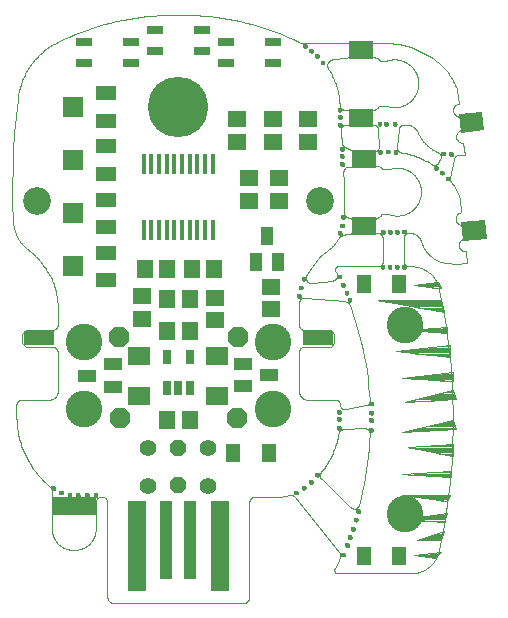
<source format=gbs>
G75*
%MOIN*%
%OFA0B0*%
%FSLAX25Y25*%
%IPPOS*%
%LPD*%
%AMOC8*
5,1,8,0,0,1.08239X$1,22.5*
%
%ADD10C,0.00197*%
%ADD11R,0.10236X0.04724*%
%ADD12R,0.07874X0.06299*%
%ADD13R,0.06299X0.07874*%
%ADD14C,0.00394*%
%ADD15C,0.00000*%
%ADD16C,0.01600*%
%ADD17R,0.14567X0.05906*%
%ADD18R,0.05400X0.02900*%
%ADD19R,0.06306X0.05518*%
%ADD20R,0.05912X0.04337*%
%ADD21R,0.07487X0.05912*%
%ADD22R,0.01581X0.06699*%
%ADD23OC8,0.06700*%
%ADD24R,0.04337X0.05912*%
%ADD25OC8,0.05600*%
%ADD26C,0.05600*%
%ADD27R,0.06306X0.29928*%
%ADD28R,0.04337X0.25991*%
%ADD29R,0.06700X0.04700*%
%ADD30R,0.06700X0.06700*%
%ADD31R,0.02565X0.05124*%
%ADD32R,0.05518X0.06306*%
%ADD33R,0.05124X0.05912*%
%ADD34C,0.09258*%
%ADD35C,0.12211*%
%ADD36C,0.20148*%
D10*
X0028953Y0029365D02*
X0029740Y0029365D01*
X0029906Y0029367D01*
X0030073Y0029373D01*
X0030239Y0029383D01*
X0030405Y0029397D01*
X0030570Y0029415D01*
X0030736Y0029437D01*
X0030900Y0029463D01*
X0031064Y0029493D01*
X0031227Y0029527D01*
X0031389Y0029565D01*
X0031550Y0029607D01*
X0031710Y0029653D01*
X0031869Y0029702D01*
X0032027Y0029756D01*
X0032183Y0029813D01*
X0032338Y0029874D01*
X0032492Y0029938D01*
X0032643Y0030007D01*
X0032794Y0030079D01*
X0032942Y0030154D01*
X0033088Y0030233D01*
X0033233Y0030316D01*
X0033375Y0030402D01*
X0033516Y0030492D01*
X0033654Y0030585D01*
X0033790Y0030681D01*
X0033923Y0030780D01*
X0034054Y0030883D01*
X0034183Y0030989D01*
X0034309Y0031098D01*
X0034432Y0031210D01*
X0034553Y0031325D01*
X0034670Y0031442D01*
X0034785Y0031563D01*
X0034897Y0031686D01*
X0035006Y0031812D01*
X0035112Y0031941D01*
X0035215Y0032072D01*
X0035314Y0032205D01*
X0035410Y0032341D01*
X0035503Y0032479D01*
X0035593Y0032620D01*
X0035679Y0032762D01*
X0035762Y0032907D01*
X0035841Y0033053D01*
X0035916Y0033201D01*
X0035988Y0033352D01*
X0036057Y0033503D01*
X0036121Y0033657D01*
X0036182Y0033812D01*
X0036239Y0033968D01*
X0036293Y0034126D01*
X0036342Y0034285D01*
X0036388Y0034445D01*
X0036430Y0034606D01*
X0036468Y0034768D01*
X0036502Y0034931D01*
X0036532Y0035095D01*
X0036558Y0035259D01*
X0036580Y0035425D01*
X0036598Y0035590D01*
X0036612Y0035756D01*
X0036622Y0035922D01*
X0036628Y0036089D01*
X0036630Y0036255D01*
X0036630Y0045113D01*
X0038598Y0047082D02*
X0038684Y0047080D01*
X0038770Y0047075D01*
X0038855Y0047065D01*
X0038940Y0047052D01*
X0039024Y0047035D01*
X0039108Y0047015D01*
X0039190Y0046991D01*
X0039271Y0046963D01*
X0039352Y0046932D01*
X0039430Y0046898D01*
X0039507Y0046860D01*
X0039583Y0046818D01*
X0039656Y0046774D01*
X0039727Y0046726D01*
X0039797Y0046675D01*
X0039864Y0046621D01*
X0039928Y0046565D01*
X0039990Y0046505D01*
X0040050Y0046443D01*
X0040106Y0046379D01*
X0040160Y0046312D01*
X0040211Y0046242D01*
X0040259Y0046171D01*
X0040303Y0046098D01*
X0040345Y0046022D01*
X0040383Y0045945D01*
X0040417Y0045867D01*
X0040448Y0045786D01*
X0040476Y0045705D01*
X0040500Y0045623D01*
X0040520Y0045539D01*
X0040537Y0045455D01*
X0040550Y0045370D01*
X0040560Y0045285D01*
X0040565Y0045199D01*
X0040567Y0045113D01*
X0040567Y0013617D01*
X0040566Y0013617D02*
X0040568Y0013531D01*
X0040573Y0013445D01*
X0040583Y0013360D01*
X0040596Y0013275D01*
X0040613Y0013191D01*
X0040633Y0013107D01*
X0040657Y0013025D01*
X0040685Y0012944D01*
X0040716Y0012863D01*
X0040750Y0012785D01*
X0040788Y0012708D01*
X0040830Y0012633D01*
X0040874Y0012559D01*
X0040922Y0012488D01*
X0040973Y0012418D01*
X0041027Y0012351D01*
X0041083Y0012287D01*
X0041143Y0012225D01*
X0041205Y0012165D01*
X0041269Y0012109D01*
X0041336Y0012055D01*
X0041406Y0012004D01*
X0041477Y0011956D01*
X0041551Y0011912D01*
X0041626Y0011870D01*
X0041703Y0011832D01*
X0041781Y0011798D01*
X0041862Y0011767D01*
X0041943Y0011739D01*
X0042025Y0011715D01*
X0042109Y0011695D01*
X0042193Y0011678D01*
X0042278Y0011665D01*
X0042363Y0011655D01*
X0042449Y0011650D01*
X0042535Y0011648D01*
X0085843Y0011648D01*
X0085929Y0011650D01*
X0086015Y0011655D01*
X0086100Y0011665D01*
X0086185Y0011678D01*
X0086269Y0011695D01*
X0086353Y0011715D01*
X0086435Y0011739D01*
X0086516Y0011767D01*
X0086597Y0011798D01*
X0086675Y0011832D01*
X0086752Y0011870D01*
X0086828Y0011912D01*
X0086901Y0011956D01*
X0086972Y0012004D01*
X0087042Y0012055D01*
X0087109Y0012109D01*
X0087173Y0012165D01*
X0087235Y0012225D01*
X0087295Y0012287D01*
X0087351Y0012351D01*
X0087405Y0012418D01*
X0087456Y0012488D01*
X0087504Y0012559D01*
X0087548Y0012632D01*
X0087590Y0012708D01*
X0087628Y0012785D01*
X0087662Y0012863D01*
X0087693Y0012944D01*
X0087721Y0013025D01*
X0087745Y0013107D01*
X0087765Y0013191D01*
X0087782Y0013275D01*
X0087795Y0013360D01*
X0087805Y0013445D01*
X0087810Y0013531D01*
X0087812Y0013617D01*
X0087811Y0013617D02*
X0087811Y0045113D01*
X0087813Y0045199D01*
X0087818Y0045285D01*
X0087828Y0045370D01*
X0087841Y0045455D01*
X0087858Y0045539D01*
X0087878Y0045623D01*
X0087902Y0045705D01*
X0087930Y0045786D01*
X0087961Y0045867D01*
X0087995Y0045945D01*
X0088033Y0046022D01*
X0088075Y0046098D01*
X0088119Y0046171D01*
X0088167Y0046242D01*
X0088218Y0046312D01*
X0088272Y0046379D01*
X0088328Y0046443D01*
X0088388Y0046505D01*
X0088450Y0046565D01*
X0088514Y0046621D01*
X0088581Y0046675D01*
X0088651Y0046726D01*
X0088722Y0046774D01*
X0088796Y0046818D01*
X0088871Y0046860D01*
X0088948Y0046898D01*
X0089026Y0046932D01*
X0089107Y0046963D01*
X0089188Y0046991D01*
X0089270Y0047015D01*
X0089354Y0047035D01*
X0089438Y0047052D01*
X0089523Y0047065D01*
X0089608Y0047075D01*
X0089694Y0047080D01*
X0089780Y0047082D01*
X0089780Y0047081D02*
X0097260Y0047081D01*
X0100803Y0047475D02*
X0101156Y0047563D01*
X0101155Y0047563D02*
X0101240Y0047582D01*
X0101324Y0047598D01*
X0101410Y0047609D01*
X0101496Y0047617D01*
X0101582Y0047621D01*
X0101668Y0047622D01*
X0101754Y0047618D01*
X0101840Y0047611D01*
X0101926Y0047600D01*
X0102011Y0047585D01*
X0102095Y0047567D01*
X0102178Y0047545D01*
X0102260Y0047519D01*
X0102342Y0047490D01*
X0102421Y0047457D01*
X0102500Y0047421D01*
X0102576Y0047381D01*
X0102651Y0047338D01*
X0102724Y0047292D01*
X0102794Y0047243D01*
X0102863Y0047191D01*
X0102929Y0047135D01*
X0102993Y0047077D01*
X0103054Y0047016D01*
X0103112Y0046953D01*
X0103168Y0046887D01*
X0103167Y0046887D02*
X0117875Y0028592D01*
X0117925Y0028528D01*
X0117971Y0028462D01*
X0118014Y0028393D01*
X0118054Y0028323D01*
X0118091Y0028251D01*
X0118124Y0028177D01*
X0118154Y0028102D01*
X0118180Y0028025D01*
X0118203Y0027947D01*
X0118223Y0027869D01*
X0118238Y0027789D01*
X0118250Y0027709D01*
X0118258Y0027629D01*
X0118263Y0027548D01*
X0118264Y0027467D01*
X0118261Y0027386D01*
X0118254Y0027305D01*
X0118244Y0027225D01*
X0118230Y0027145D01*
X0118212Y0027066D01*
X0118191Y0026988D01*
X0118166Y0026911D01*
X0118138Y0026835D01*
X0117732Y0025822D01*
X0116354Y0023066D01*
X0116354Y0023065D02*
X0116323Y0023010D01*
X0116295Y0022952D01*
X0116270Y0022894D01*
X0116249Y0022833D01*
X0116232Y0022772D01*
X0116219Y0022709D01*
X0116209Y0022646D01*
X0116204Y0022583D01*
X0116202Y0022519D01*
X0116204Y0022455D01*
X0116210Y0022391D01*
X0116221Y0022328D01*
X0116235Y0022266D01*
X0116252Y0022205D01*
X0116274Y0022145D01*
X0116299Y0022086D01*
X0116328Y0022029D01*
X0116360Y0021974D01*
X0116395Y0021921D01*
X0116434Y0021870D01*
X0116476Y0021822D01*
X0116520Y0021776D01*
X0116568Y0021733D01*
X0116617Y0021693D01*
X0116670Y0021657D01*
X0116724Y0021623D01*
X0116780Y0021593D01*
X0116839Y0021567D01*
X0116898Y0021544D01*
X0116959Y0021525D01*
X0117021Y0021509D01*
X0117084Y0021498D01*
X0117147Y0021490D01*
X0117211Y0021486D01*
X0117275Y0021487D01*
X0117338Y0021491D01*
X0117339Y0021491D02*
X0141354Y0021491D01*
X0141594Y0021491D01*
X0141833Y0021496D01*
X0142072Y0021507D01*
X0142311Y0021524D01*
X0142550Y0021547D01*
X0142788Y0021575D01*
X0143025Y0021609D01*
X0143261Y0021649D01*
X0143497Y0021695D01*
X0143731Y0021746D01*
X0143963Y0021803D01*
X0144195Y0021866D01*
X0144424Y0021934D01*
X0144652Y0022007D01*
X0144879Y0022086D01*
X0145103Y0022171D01*
X0145325Y0022261D01*
X0145545Y0022356D01*
X0145762Y0022457D01*
X0145977Y0022563D01*
X0146190Y0022674D01*
X0146399Y0022790D01*
X0146606Y0022911D01*
X0146810Y0023037D01*
X0147010Y0023168D01*
X0147208Y0023303D01*
X0147402Y0023444D01*
X0147593Y0023589D01*
X0147780Y0023739D01*
X0147963Y0023893D01*
X0148143Y0024051D01*
X0148319Y0024214D01*
X0148490Y0024381D01*
X0148658Y0024552D01*
X0148822Y0024728D01*
X0148981Y0024907D01*
X0149136Y0025090D01*
X0149286Y0025276D01*
X0149432Y0025466D01*
X0149573Y0025660D01*
X0149710Y0025857D01*
X0149842Y0026057D01*
X0149968Y0026260D01*
X0150090Y0026466D01*
X0150207Y0026676D01*
X0150319Y0026888D01*
X0150426Y0027102D01*
X0150527Y0027319D01*
X0150623Y0027539D01*
X0150714Y0027760D01*
X0150799Y0027984D01*
X0150879Y0028210D01*
X0150954Y0028438D01*
X0151023Y0028667D01*
X0151086Y0028898D01*
X0151144Y0029131D01*
X0151196Y0029365D01*
X0124425Y0044326D02*
X0124401Y0044249D01*
X0124374Y0044173D01*
X0124343Y0044099D01*
X0124308Y0044026D01*
X0124270Y0043955D01*
X0124229Y0043886D01*
X0124185Y0043819D01*
X0124138Y0043754D01*
X0124087Y0043691D01*
X0124034Y0043631D01*
X0123978Y0043573D01*
X0123919Y0043518D01*
X0123858Y0043466D01*
X0123795Y0043417D01*
X0123729Y0043370D01*
X0123661Y0043327D01*
X0123591Y0043287D01*
X0123519Y0043251D01*
X0123446Y0043218D01*
X0123371Y0043188D01*
X0123295Y0043162D01*
X0123218Y0043139D01*
X0123140Y0043120D01*
X0123061Y0043105D01*
X0122981Y0043093D01*
X0122901Y0043086D01*
X0122821Y0043082D01*
X0122741Y0043081D01*
X0122660Y0043085D01*
X0122580Y0043092D01*
X0122501Y0043103D01*
X0122421Y0043118D01*
X0122343Y0043136D01*
X0122266Y0043158D01*
X0122190Y0043184D01*
X0122115Y0043213D01*
X0122041Y0043246D01*
X0121969Y0043282D01*
X0121899Y0043321D01*
X0121831Y0043364D01*
X0121765Y0043410D01*
X0121701Y0043459D01*
X0121639Y0043510D01*
X0121580Y0043565D01*
X0112015Y0052840D01*
X0111952Y0052893D01*
X0111892Y0052949D01*
X0111835Y0053009D01*
X0111780Y0053070D01*
X0111728Y0053135D01*
X0111680Y0053201D01*
X0111635Y0053270D01*
X0111593Y0053341D01*
X0111554Y0053414D01*
X0111519Y0053488D01*
X0111488Y0053565D01*
X0111460Y0053642D01*
X0111436Y0053721D01*
X0111416Y0053801D01*
X0111399Y0053881D01*
X0111387Y0053963D01*
X0111378Y0054045D01*
X0111373Y0054127D01*
X0111372Y0054209D01*
X0111375Y0054292D01*
X0111382Y0054374D01*
X0111393Y0054455D01*
X0111407Y0054537D01*
X0111426Y0054617D01*
X0111448Y0054696D01*
X0111474Y0054774D01*
X0111504Y0054851D01*
X0111537Y0054927D01*
X0111574Y0055000D01*
X0111614Y0055072D01*
X0111658Y0055142D01*
X0111705Y0055210D01*
X0111827Y0055349D01*
X0117535Y0067948D02*
X0117623Y0068299D01*
X0117645Y0068376D01*
X0117669Y0068452D01*
X0117698Y0068527D01*
X0117730Y0068601D01*
X0117766Y0068673D01*
X0117804Y0068743D01*
X0117847Y0068811D01*
X0117892Y0068877D01*
X0117941Y0068941D01*
X0117992Y0069002D01*
X0118046Y0069061D01*
X0118104Y0069117D01*
X0118163Y0069171D01*
X0118225Y0069221D01*
X0118290Y0069269D01*
X0118357Y0069313D01*
X0118425Y0069354D01*
X0118496Y0069392D01*
X0118568Y0069426D01*
X0118642Y0069457D01*
X0118718Y0069485D01*
X0118794Y0069509D01*
X0118872Y0069529D01*
X0118950Y0069545D01*
X0119029Y0069558D01*
X0119109Y0069567D01*
X0119189Y0069572D01*
X0126395Y0069855D01*
X0126476Y0069847D01*
X0126556Y0069835D01*
X0126636Y0069819D01*
X0126715Y0069800D01*
X0126793Y0069777D01*
X0126869Y0069750D01*
X0126945Y0069719D01*
X0127018Y0069685D01*
X0127090Y0069648D01*
X0127161Y0069607D01*
X0127229Y0069563D01*
X0127295Y0069516D01*
X0127359Y0069465D01*
X0127420Y0069412D01*
X0127479Y0069356D01*
X0127535Y0069297D01*
X0127588Y0069236D01*
X0127638Y0069172D01*
X0127685Y0069106D01*
X0127729Y0069038D01*
X0127770Y0068967D01*
X0127807Y0068895D01*
X0127841Y0068821D01*
X0127871Y0068746D01*
X0127898Y0068669D01*
X0127921Y0068591D01*
X0127940Y0068512D01*
X0127956Y0068433D01*
X0127967Y0068352D01*
X0127975Y0068272D01*
X0127979Y0068190D01*
X0127980Y0068109D01*
X0127976Y0068028D01*
X0127969Y0067947D01*
X0127976Y0068028D01*
X0127980Y0068109D01*
X0127979Y0068190D01*
X0127975Y0068272D01*
X0127967Y0068352D01*
X0127956Y0068433D01*
X0127940Y0068512D01*
X0127921Y0068591D01*
X0127898Y0068669D01*
X0127871Y0068746D01*
X0127841Y0068821D01*
X0127807Y0068895D01*
X0127770Y0068967D01*
X0127729Y0069038D01*
X0127685Y0069106D01*
X0127638Y0069172D01*
X0127588Y0069236D01*
X0127535Y0069297D01*
X0127479Y0069356D01*
X0127420Y0069412D01*
X0127359Y0069465D01*
X0127295Y0069516D01*
X0127229Y0069563D01*
X0127161Y0069607D01*
X0127090Y0069648D01*
X0127018Y0069685D01*
X0126945Y0069719D01*
X0126869Y0069750D01*
X0126793Y0069777D01*
X0126715Y0069800D01*
X0126636Y0069819D01*
X0126556Y0069835D01*
X0126476Y0069847D01*
X0126395Y0069855D01*
X0126476Y0069847D01*
X0126556Y0069835D01*
X0126636Y0069819D01*
X0126715Y0069800D01*
X0126793Y0069777D01*
X0126869Y0069750D01*
X0126945Y0069719D01*
X0127018Y0069685D01*
X0127090Y0069648D01*
X0127161Y0069607D01*
X0127229Y0069563D01*
X0127295Y0069516D01*
X0127359Y0069465D01*
X0127420Y0069412D01*
X0127479Y0069356D01*
X0127535Y0069297D01*
X0127588Y0069236D01*
X0127638Y0069172D01*
X0127685Y0069106D01*
X0127729Y0069038D01*
X0127770Y0068967D01*
X0127807Y0068895D01*
X0127841Y0068821D01*
X0127871Y0068746D01*
X0127898Y0068669D01*
X0127921Y0068591D01*
X0127940Y0068512D01*
X0127956Y0068433D01*
X0127967Y0068352D01*
X0127975Y0068272D01*
X0127979Y0068190D01*
X0127980Y0068109D01*
X0127976Y0068028D01*
X0127969Y0067947D01*
X0126626Y0077521D02*
X0120056Y0076208D01*
X0120057Y0076207D02*
X0119978Y0076194D01*
X0119900Y0076184D01*
X0119821Y0076178D01*
X0119742Y0076176D01*
X0119662Y0076178D01*
X0119583Y0076184D01*
X0119505Y0076193D01*
X0119426Y0076207D01*
X0119349Y0076224D01*
X0119273Y0076245D01*
X0119197Y0076270D01*
X0119123Y0076298D01*
X0119051Y0076330D01*
X0118980Y0076366D01*
X0118911Y0076405D01*
X0118844Y0076447D01*
X0118779Y0076493D01*
X0118717Y0076542D01*
X0118657Y0076594D01*
X0118599Y0076648D01*
X0118545Y0076706D01*
X0118493Y0076766D01*
X0118444Y0076828D01*
X0118398Y0076893D01*
X0118356Y0076960D01*
X0118317Y0077029D01*
X0118281Y0077100D01*
X0118249Y0077172D01*
X0118220Y0077246D01*
X0118196Y0077321D01*
X0118174Y0077398D01*
X0118157Y0077475D01*
X0118143Y0077553D01*
X0118134Y0077632D01*
X0118128Y0077711D01*
X0118126Y0077790D01*
X0118123Y0077869D01*
X0118116Y0077947D01*
X0118105Y0078025D01*
X0118090Y0078102D01*
X0118072Y0078178D01*
X0118050Y0078253D01*
X0118024Y0078327D01*
X0117995Y0078400D01*
X0117962Y0078471D01*
X0117926Y0078541D01*
X0117886Y0078609D01*
X0117843Y0078674D01*
X0117797Y0078738D01*
X0117748Y0078799D01*
X0117695Y0078858D01*
X0117640Y0078914D01*
X0117583Y0078967D01*
X0117523Y0079017D01*
X0117460Y0079065D01*
X0117395Y0079109D01*
X0117328Y0079150D01*
X0117259Y0079187D01*
X0117189Y0079222D01*
X0117116Y0079252D01*
X0117043Y0079280D01*
X0116968Y0079303D01*
X0116892Y0079323D01*
X0116815Y0079339D01*
X0116738Y0079351D01*
X0116660Y0079359D01*
X0116581Y0079364D01*
X0116503Y0079365D01*
X0107567Y0079365D01*
X0107459Y0079360D01*
X0107351Y0079359D01*
X0107243Y0079362D01*
X0107135Y0079368D01*
X0107027Y0079378D01*
X0106920Y0079393D01*
X0106813Y0079411D01*
X0106707Y0079432D01*
X0106602Y0079458D01*
X0106498Y0079487D01*
X0106395Y0079520D01*
X0106293Y0079557D01*
X0106193Y0079597D01*
X0106094Y0079641D01*
X0105996Y0079688D01*
X0105901Y0079739D01*
X0105807Y0079793D01*
X0105716Y0079851D01*
X0105626Y0079911D01*
X0105539Y0079975D01*
X0105454Y0080042D01*
X0105371Y0080112D01*
X0105291Y0080185D01*
X0105214Y0080260D01*
X0105139Y0080339D01*
X0105067Y0080419D01*
X0104999Y0080503D01*
X0104933Y0080589D01*
X0104870Y0080677D01*
X0104811Y0080767D01*
X0104754Y0080860D01*
X0104701Y0080954D01*
X0104652Y0081050D01*
X0104606Y0081148D01*
X0104563Y0081247D01*
X0104524Y0081348D01*
X0104489Y0081451D01*
X0104457Y0081554D01*
X0104429Y0081658D01*
X0104405Y0081764D01*
X0104385Y0081870D01*
X0104368Y0081977D01*
X0104355Y0082084D01*
X0104346Y0082192D01*
X0104346Y0095113D01*
X0104348Y0095199D01*
X0104353Y0095285D01*
X0104363Y0095370D01*
X0104376Y0095455D01*
X0104393Y0095539D01*
X0104413Y0095623D01*
X0104437Y0095705D01*
X0104465Y0095786D01*
X0104496Y0095867D01*
X0104530Y0095945D01*
X0104568Y0096022D01*
X0104610Y0096098D01*
X0104654Y0096171D01*
X0104702Y0096242D01*
X0104753Y0096312D01*
X0104807Y0096379D01*
X0104863Y0096443D01*
X0104923Y0096505D01*
X0104985Y0096565D01*
X0105049Y0096621D01*
X0105116Y0096675D01*
X0105186Y0096726D01*
X0105257Y0096774D01*
X0105331Y0096818D01*
X0105406Y0096860D01*
X0105483Y0096898D01*
X0105561Y0096932D01*
X0105642Y0096963D01*
X0105723Y0096991D01*
X0105805Y0097015D01*
X0105889Y0097035D01*
X0105973Y0097052D01*
X0106058Y0097065D01*
X0106143Y0097075D01*
X0106229Y0097080D01*
X0106315Y0097082D01*
X0106315Y0097081D02*
X0114976Y0097081D01*
X0116157Y0098262D01*
X0116157Y0101412D01*
X0114976Y0102593D01*
X0106315Y0102593D01*
X0106229Y0102595D01*
X0106143Y0102600D01*
X0106058Y0102610D01*
X0105973Y0102623D01*
X0105889Y0102640D01*
X0105805Y0102660D01*
X0105723Y0102684D01*
X0105642Y0102712D01*
X0105561Y0102743D01*
X0105483Y0102777D01*
X0105406Y0102815D01*
X0105331Y0102857D01*
X0105257Y0102901D01*
X0105186Y0102949D01*
X0105116Y0103000D01*
X0105049Y0103054D01*
X0104985Y0103110D01*
X0104923Y0103170D01*
X0104863Y0103232D01*
X0104807Y0103296D01*
X0104753Y0103363D01*
X0104702Y0103433D01*
X0104654Y0103504D01*
X0104610Y0103578D01*
X0104568Y0103653D01*
X0104530Y0103730D01*
X0104496Y0103808D01*
X0104465Y0103889D01*
X0104437Y0103970D01*
X0104413Y0104052D01*
X0104393Y0104136D01*
X0104376Y0104220D01*
X0104363Y0104305D01*
X0104353Y0104390D01*
X0104348Y0104476D01*
X0104346Y0104562D01*
X0104346Y0109680D01*
X0104543Y0112042D02*
X0104554Y0112120D01*
X0104570Y0112197D01*
X0104589Y0112274D01*
X0104611Y0112349D01*
X0104638Y0112423D01*
X0104668Y0112496D01*
X0104701Y0112567D01*
X0104738Y0112637D01*
X0104778Y0112704D01*
X0104821Y0112770D01*
X0104868Y0112834D01*
X0104917Y0112895D01*
X0104969Y0112954D01*
X0105024Y0113010D01*
X0105082Y0113063D01*
X0105142Y0113114D01*
X0105205Y0113161D01*
X0105270Y0113206D01*
X0105337Y0113247D01*
X0105405Y0113285D01*
X0105476Y0113320D01*
X0105548Y0113352D01*
X0105622Y0113379D01*
X0105697Y0113404D01*
X0105773Y0113424D01*
X0105849Y0113441D01*
X0105927Y0113454D01*
X0106005Y0113464D01*
X0106084Y0113469D01*
X0106162Y0113471D01*
X0106241Y0113469D01*
X0106319Y0113463D01*
X0106320Y0113463D02*
X0119864Y0112141D01*
X0119863Y0112141D02*
X0119943Y0112131D01*
X0120021Y0112118D01*
X0120100Y0112101D01*
X0120177Y0112080D01*
X0120253Y0112056D01*
X0120328Y0112028D01*
X0120401Y0111996D01*
X0120473Y0111961D01*
X0120543Y0111923D01*
X0120611Y0111881D01*
X0120677Y0111836D01*
X0120741Y0111788D01*
X0120803Y0111737D01*
X0120862Y0111683D01*
X0120918Y0111627D01*
X0120972Y0111567D01*
X0121023Y0111506D01*
X0121071Y0111442D01*
X0121116Y0111376D01*
X0121157Y0111307D01*
X0121195Y0111237D01*
X0121230Y0111165D01*
X0121262Y0111092D01*
X0121669Y0110073D01*
X0104544Y0112042D02*
X0104501Y0111808D01*
X0104463Y0111574D01*
X0104430Y0111339D01*
X0104402Y0111103D01*
X0104380Y0110866D01*
X0104363Y0110629D01*
X0104351Y0110392D01*
X0104345Y0110155D01*
X0104343Y0109917D01*
X0104347Y0109680D01*
X0108874Y0118193D02*
X0115559Y0119131D01*
X0115559Y0119132D02*
X0115638Y0119140D01*
X0115718Y0119152D01*
X0115796Y0119168D01*
X0115874Y0119188D01*
X0115950Y0119212D01*
X0116026Y0119239D01*
X0116100Y0119269D01*
X0116172Y0119304D01*
X0116243Y0119341D01*
X0116312Y0119382D01*
X0116378Y0119426D01*
X0116443Y0119474D01*
X0116505Y0119524D01*
X0116565Y0119577D01*
X0116622Y0119634D01*
X0116677Y0119692D01*
X0116728Y0119754D01*
X0116777Y0119817D01*
X0116822Y0119883D01*
X0116864Y0119952D01*
X0116903Y0120022D01*
X0116939Y0120093D01*
X0116971Y0120167D01*
X0116999Y0120242D01*
X0117024Y0120318D01*
X0117046Y0120395D01*
X0117063Y0120473D01*
X0117077Y0120552D01*
X0117087Y0120632D01*
X0117093Y0120712D01*
X0117095Y0120792D01*
X0117093Y0120872D01*
X0117088Y0120952D01*
X0117079Y0121031D01*
X0117066Y0121110D01*
X0117049Y0121189D01*
X0117028Y0121266D01*
X0117004Y0121342D01*
X0116976Y0121418D01*
X0116945Y0121491D01*
X0116551Y0122278D01*
X0116521Y0122334D01*
X0116495Y0122391D01*
X0116472Y0122450D01*
X0116453Y0122510D01*
X0116437Y0122571D01*
X0116425Y0122633D01*
X0116417Y0122695D01*
X0116412Y0122758D01*
X0116411Y0122821D01*
X0116414Y0122884D01*
X0116421Y0122947D01*
X0116431Y0123009D01*
X0116445Y0123070D01*
X0116463Y0123131D01*
X0116484Y0123190D01*
X0116509Y0123248D01*
X0116537Y0123305D01*
X0116569Y0123359D01*
X0116603Y0123412D01*
X0116641Y0123462D01*
X0116682Y0123511D01*
X0116725Y0123556D01*
X0116772Y0123599D01*
X0116820Y0123639D01*
X0116871Y0123676D01*
X0116924Y0123710D01*
X0116979Y0123741D01*
X0117036Y0123769D01*
X0117094Y0123793D01*
X0117154Y0123813D01*
X0117215Y0123830D01*
X0117276Y0123843D01*
X0117338Y0123853D01*
X0117339Y0123853D02*
X0130724Y0123853D01*
X0130801Y0123855D01*
X0130878Y0123861D01*
X0130955Y0123870D01*
X0131031Y0123883D01*
X0131107Y0123900D01*
X0131181Y0123921D01*
X0131255Y0123945D01*
X0131327Y0123973D01*
X0131397Y0124004D01*
X0131466Y0124039D01*
X0131534Y0124077D01*
X0131599Y0124118D01*
X0131662Y0124163D01*
X0131723Y0124211D01*
X0131782Y0124261D01*
X0131838Y0124314D01*
X0131891Y0124370D01*
X0131941Y0124429D01*
X0131989Y0124490D01*
X0132034Y0124553D01*
X0132075Y0124618D01*
X0132113Y0124686D01*
X0132148Y0124755D01*
X0132179Y0124825D01*
X0132207Y0124897D01*
X0132231Y0124971D01*
X0132252Y0125045D01*
X0132269Y0125121D01*
X0132282Y0125197D01*
X0132291Y0125274D01*
X0132297Y0125351D01*
X0132299Y0125428D01*
X0132299Y0133400D01*
X0132297Y0133477D01*
X0132291Y0133554D01*
X0132282Y0133631D01*
X0132269Y0133707D01*
X0132252Y0133783D01*
X0132231Y0133857D01*
X0132207Y0133931D01*
X0132179Y0134003D01*
X0132148Y0134073D01*
X0132113Y0134142D01*
X0132075Y0134210D01*
X0132034Y0134275D01*
X0131989Y0134338D01*
X0131941Y0134399D01*
X0131891Y0134458D01*
X0131838Y0134514D01*
X0131782Y0134567D01*
X0131723Y0134617D01*
X0131662Y0134665D01*
X0131599Y0134710D01*
X0131534Y0134751D01*
X0131466Y0134789D01*
X0131397Y0134824D01*
X0131327Y0134855D01*
X0131255Y0134883D01*
X0131181Y0134907D01*
X0131107Y0134928D01*
X0131031Y0134945D01*
X0130955Y0134958D01*
X0130878Y0134967D01*
X0130801Y0134973D01*
X0130724Y0134975D01*
X0123047Y0134975D01*
X0122779Y0134926D02*
X0118800Y0134143D01*
X0117637Y0133308D02*
X0117240Y0132613D01*
X0117637Y0133307D02*
X0117679Y0133378D01*
X0117725Y0133446D01*
X0117774Y0133512D01*
X0117826Y0133575D01*
X0117881Y0133636D01*
X0117938Y0133694D01*
X0117999Y0133750D01*
X0118062Y0133802D01*
X0118127Y0133852D01*
X0118195Y0133898D01*
X0118265Y0133941D01*
X0118337Y0133980D01*
X0118410Y0134016D01*
X0118486Y0134049D01*
X0118562Y0134078D01*
X0118640Y0134103D01*
X0118719Y0134125D01*
X0118799Y0134143D01*
X0122779Y0134926D02*
X0122845Y0134943D01*
X0122912Y0134957D01*
X0122979Y0134968D01*
X0123047Y0134975D01*
X0123082Y0139680D02*
X0129228Y0139680D01*
X0131984Y0141255D02*
X0134346Y0141255D01*
X0131984Y0141255D02*
X0131922Y0141159D01*
X0131856Y0141066D01*
X0131788Y0140975D01*
X0131716Y0140886D01*
X0131642Y0140800D01*
X0131564Y0140716D01*
X0131484Y0140635D01*
X0131401Y0140557D01*
X0131316Y0140482D01*
X0131228Y0140409D01*
X0131137Y0140340D01*
X0131045Y0140274D01*
X0130950Y0140211D01*
X0130853Y0140151D01*
X0130754Y0140094D01*
X0130653Y0140041D01*
X0130550Y0139991D01*
X0130446Y0139945D01*
X0130341Y0139903D01*
X0130234Y0139863D01*
X0130125Y0139828D01*
X0130016Y0139796D01*
X0129905Y0139768D01*
X0129794Y0139744D01*
X0129682Y0139724D01*
X0129569Y0139707D01*
X0129456Y0139694D01*
X0129342Y0139685D01*
X0129228Y0139680D01*
X0139385Y0161647D02*
X0140006Y0161514D01*
X0140623Y0161366D01*
X0141237Y0161204D01*
X0141847Y0161027D01*
X0142452Y0160836D01*
X0143053Y0160631D01*
X0143649Y0160412D01*
X0144239Y0160179D01*
X0144824Y0159933D01*
X0145403Y0159672D01*
X0145976Y0159399D01*
X0146542Y0159111D01*
X0147101Y0158811D01*
X0147653Y0158498D01*
X0147654Y0158499D02*
X0148584Y0157879D01*
X0148583Y0157879D02*
X0148648Y0157837D01*
X0148715Y0157800D01*
X0148784Y0157765D01*
X0148854Y0157734D01*
X0148926Y0157706D01*
X0148999Y0157682D01*
X0149073Y0157662D01*
X0149148Y0157645D01*
X0149224Y0157631D01*
X0149300Y0157622D01*
X0149377Y0157616D01*
X0149453Y0157614D01*
X0149530Y0157616D01*
X0149607Y0157621D01*
X0149683Y0157630D01*
X0149759Y0157643D01*
X0149834Y0157660D01*
X0149908Y0157680D01*
X0149981Y0157704D01*
X0150053Y0157731D01*
X0150124Y0157762D01*
X0150192Y0157796D01*
X0150259Y0157834D01*
X0150325Y0157874D01*
X0150388Y0157918D01*
X0150449Y0157965D01*
X0150507Y0158015D01*
X0150563Y0158068D01*
X0150616Y0158123D01*
X0150667Y0158181D01*
X0150715Y0158241D01*
X0150760Y0158304D01*
X0150801Y0158368D01*
X0150840Y0158435D01*
X0151501Y0159646D01*
X0151501Y0159647D02*
X0151536Y0159716D01*
X0151568Y0159786D01*
X0151597Y0159858D01*
X0151621Y0159932D01*
X0151643Y0160006D01*
X0151660Y0160082D01*
X0151674Y0160158D01*
X0151684Y0160235D01*
X0151690Y0160312D01*
X0151693Y0160389D01*
X0151692Y0160467D01*
X0151687Y0160544D01*
X0151678Y0160621D01*
X0151665Y0160697D01*
X0151648Y0160773D01*
X0151628Y0160848D01*
X0151605Y0160921D01*
X0151577Y0160994D01*
X0151546Y0161065D01*
X0151512Y0161134D01*
X0151474Y0161202D01*
X0151433Y0161268D01*
X0151389Y0161331D01*
X0151342Y0161393D01*
X0151291Y0161452D01*
X0151238Y0161508D01*
X0151183Y0161562D01*
X0151124Y0161613D01*
X0151063Y0161661D01*
X0151000Y0161706D01*
X0150935Y0161747D01*
X0150868Y0161786D01*
X0150799Y0161821D01*
X0150728Y0161853D01*
X0150656Y0161881D01*
X0150213Y0162042D01*
X0156093Y0159695D02*
X0154861Y0153226D01*
X0155097Y0152057D02*
X0156315Y0150231D01*
X0155098Y0152057D02*
X0155057Y0152122D01*
X0155019Y0152188D01*
X0154985Y0152257D01*
X0154954Y0152326D01*
X0154926Y0152398D01*
X0154902Y0152470D01*
X0154881Y0152544D01*
X0154864Y0152618D01*
X0154851Y0152693D01*
X0154841Y0152769D01*
X0154835Y0152845D01*
X0154833Y0152922D01*
X0154834Y0152998D01*
X0154840Y0153074D01*
X0154848Y0153150D01*
X0154861Y0153226D01*
X0156093Y0159695D02*
X0156109Y0159771D01*
X0156130Y0159847D01*
X0156154Y0159921D01*
X0156181Y0159994D01*
X0156213Y0160066D01*
X0156248Y0160136D01*
X0156286Y0160204D01*
X0156328Y0160271D01*
X0156372Y0160335D01*
X0156420Y0160397D01*
X0156471Y0160456D01*
X0156525Y0160513D01*
X0156582Y0160567D01*
X0156641Y0160618D01*
X0156703Y0160666D01*
X0156767Y0160711D01*
X0156833Y0160753D01*
X0156901Y0160791D01*
X0156971Y0160826D01*
X0157043Y0160857D01*
X0157116Y0160885D01*
X0157191Y0160909D01*
X0157266Y0160930D01*
X0157342Y0160947D01*
X0157420Y0160960D01*
X0157497Y0160969D01*
X0157497Y0160968D02*
X0158480Y0161058D01*
X0159661Y0161058D01*
X0159196Y0165035D01*
X0159106Y0165027D01*
X0159016Y0165022D01*
X0158925Y0165021D01*
X0158834Y0165024D01*
X0158744Y0165031D01*
X0158654Y0165042D01*
X0158564Y0165056D01*
X0158476Y0165075D01*
X0158388Y0165097D01*
X0158301Y0165122D01*
X0158215Y0165152D01*
X0158130Y0165185D01*
X0158047Y0165221D01*
X0157966Y0165262D01*
X0157887Y0165305D01*
X0157809Y0165352D01*
X0157733Y0165402D01*
X0157660Y0165455D01*
X0157589Y0165512D01*
X0157520Y0165571D01*
X0157454Y0165633D01*
X0157391Y0165698D01*
X0157330Y0165765D01*
X0157273Y0165836D01*
X0157218Y0165908D01*
X0157167Y0165983D01*
X0157119Y0166059D01*
X0157074Y0166138D01*
X0157032Y0166219D01*
X0156994Y0166301D01*
X0156959Y0166385D01*
X0156928Y0166470D01*
X0156901Y0166556D01*
X0156878Y0166644D01*
X0156858Y0166733D01*
X0156841Y0166822D01*
X0156829Y0166912D01*
X0156821Y0167002D01*
X0156816Y0167092D01*
X0156815Y0167183D01*
X0156818Y0167274D01*
X0156825Y0167364D01*
X0156836Y0167454D01*
X0156850Y0167544D01*
X0156869Y0167632D01*
X0156891Y0167720D01*
X0156916Y0167807D01*
X0156946Y0167893D01*
X0156979Y0167978D01*
X0157015Y0168061D01*
X0157056Y0168142D01*
X0157099Y0168221D01*
X0157146Y0168299D01*
X0157196Y0168375D01*
X0157249Y0168448D01*
X0157306Y0168519D01*
X0157365Y0168588D01*
X0157427Y0168654D01*
X0157492Y0168717D01*
X0157559Y0168778D01*
X0157630Y0168835D01*
X0157702Y0168890D01*
X0157777Y0168941D01*
X0157853Y0168989D01*
X0157932Y0169034D01*
X0158013Y0169076D01*
X0158095Y0169114D01*
X0158179Y0169149D01*
X0158264Y0169180D01*
X0158350Y0169207D01*
X0158438Y0169230D01*
X0158527Y0169250D01*
X0158616Y0169267D01*
X0158706Y0169279D01*
X0158705Y0169279D02*
X0164977Y0169932D01*
X0164449Y0174422D01*
X0158178Y0173769D01*
X0158177Y0173769D02*
X0158087Y0173761D01*
X0157997Y0173756D01*
X0157906Y0173755D01*
X0157815Y0173758D01*
X0157725Y0173765D01*
X0157635Y0173776D01*
X0157545Y0173790D01*
X0157457Y0173809D01*
X0157369Y0173831D01*
X0157282Y0173856D01*
X0157196Y0173886D01*
X0157111Y0173919D01*
X0157028Y0173955D01*
X0156947Y0173996D01*
X0156868Y0174039D01*
X0156790Y0174086D01*
X0156714Y0174136D01*
X0156641Y0174189D01*
X0156570Y0174246D01*
X0156501Y0174305D01*
X0156435Y0174367D01*
X0156372Y0174432D01*
X0156311Y0174499D01*
X0156254Y0174570D01*
X0156199Y0174642D01*
X0156148Y0174717D01*
X0156100Y0174793D01*
X0156055Y0174872D01*
X0156013Y0174953D01*
X0155975Y0175035D01*
X0155940Y0175119D01*
X0155909Y0175204D01*
X0155882Y0175290D01*
X0155859Y0175378D01*
X0155839Y0175467D01*
X0155822Y0175556D01*
X0155810Y0175646D01*
X0155802Y0175736D01*
X0155797Y0175826D01*
X0155796Y0175917D01*
X0155799Y0176008D01*
X0155806Y0176098D01*
X0155817Y0176188D01*
X0155831Y0176278D01*
X0155850Y0176366D01*
X0155872Y0176454D01*
X0155897Y0176541D01*
X0155927Y0176627D01*
X0155960Y0176712D01*
X0155996Y0176795D01*
X0156037Y0176876D01*
X0156080Y0176955D01*
X0156127Y0177033D01*
X0156177Y0177109D01*
X0156230Y0177182D01*
X0156287Y0177253D01*
X0156346Y0177322D01*
X0156408Y0177388D01*
X0156473Y0177451D01*
X0156540Y0177512D01*
X0156611Y0177569D01*
X0156683Y0177624D01*
X0156758Y0177675D01*
X0156834Y0177723D01*
X0156913Y0177768D01*
X0156994Y0177810D01*
X0157076Y0177848D01*
X0157160Y0177883D01*
X0157245Y0177914D01*
X0157331Y0177941D01*
X0157419Y0177964D01*
X0157508Y0177984D01*
X0157597Y0178001D01*
X0157687Y0178013D01*
X0157123Y0182750D01*
X0144110Y0168341D02*
X0144240Y0168061D01*
X0144377Y0167785D01*
X0144520Y0167512D01*
X0144670Y0167242D01*
X0144826Y0166976D01*
X0144989Y0166714D01*
X0145158Y0166456D01*
X0145333Y0166202D01*
X0145514Y0165952D01*
X0145701Y0165706D01*
X0145893Y0165465D01*
X0146091Y0165229D01*
X0146295Y0164997D01*
X0146505Y0164770D01*
X0146719Y0164549D01*
X0146939Y0164332D01*
X0147164Y0164121D01*
X0147394Y0163916D01*
X0147629Y0163715D01*
X0147868Y0163521D01*
X0148112Y0163332D01*
X0148361Y0163149D01*
X0148614Y0162972D01*
X0148871Y0162802D01*
X0149131Y0162637D01*
X0149396Y0162478D01*
X0149665Y0162326D01*
X0149937Y0162181D01*
X0150212Y0162042D01*
X0139386Y0161648D02*
X0138460Y0161803D01*
X0138460Y0161802D02*
X0138383Y0161817D01*
X0138307Y0161836D01*
X0138232Y0161858D01*
X0138158Y0161884D01*
X0138086Y0161914D01*
X0138015Y0161947D01*
X0137945Y0161984D01*
X0137878Y0162024D01*
X0137813Y0162068D01*
X0137750Y0162114D01*
X0137690Y0162164D01*
X0137632Y0162217D01*
X0137576Y0162272D01*
X0137524Y0162330D01*
X0137474Y0162391D01*
X0137428Y0162454D01*
X0137385Y0162519D01*
X0137345Y0162587D01*
X0137308Y0162656D01*
X0137275Y0162727D01*
X0137245Y0162800D01*
X0137220Y0162874D01*
X0137198Y0162949D01*
X0137179Y0163025D01*
X0137165Y0163102D01*
X0137154Y0163180D01*
X0137147Y0163258D01*
X0137144Y0163336D01*
X0137145Y0163414D01*
X0137150Y0163492D01*
X0137150Y0163493D02*
X0137686Y0169659D01*
X0137686Y0169658D02*
X0137695Y0169736D01*
X0137707Y0169813D01*
X0137723Y0169889D01*
X0137743Y0169964D01*
X0137767Y0170038D01*
X0137794Y0170111D01*
X0137825Y0170183D01*
X0137860Y0170253D01*
X0137898Y0170321D01*
X0137939Y0170387D01*
X0137983Y0170451D01*
X0138031Y0170513D01*
X0138081Y0170572D01*
X0138135Y0170629D01*
X0138191Y0170683D01*
X0138249Y0170734D01*
X0138311Y0170782D01*
X0138374Y0170828D01*
X0138440Y0170870D01*
X0138507Y0170908D01*
X0138577Y0170943D01*
X0138648Y0170975D01*
X0138720Y0171004D01*
X0138794Y0171028D01*
X0138869Y0171049D01*
X0138945Y0171066D01*
X0139022Y0171080D01*
X0139099Y0171089D01*
X0139177Y0171095D01*
X0139255Y0171097D01*
X0140173Y0171097D01*
X0140173Y0171098D02*
X0140301Y0171095D01*
X0140428Y0171088D01*
X0140555Y0171077D01*
X0140682Y0171063D01*
X0140809Y0171044D01*
X0140935Y0171022D01*
X0141060Y0170996D01*
X0141184Y0170966D01*
X0141307Y0170933D01*
X0141429Y0170896D01*
X0141550Y0170855D01*
X0141670Y0170811D01*
X0141788Y0170763D01*
X0141905Y0170711D01*
X0142021Y0170656D01*
X0142134Y0170598D01*
X0142246Y0170536D01*
X0142356Y0170471D01*
X0142464Y0170402D01*
X0142569Y0170331D01*
X0142673Y0170256D01*
X0142774Y0170178D01*
X0142873Y0170097D01*
X0142969Y0170013D01*
X0143063Y0169927D01*
X0143154Y0169837D01*
X0143243Y0169745D01*
X0143328Y0169650D01*
X0143411Y0169553D01*
X0143491Y0169453D01*
X0143567Y0169351D01*
X0143641Y0169246D01*
X0143711Y0169140D01*
X0143779Y0169031D01*
X0143842Y0168921D01*
X0143903Y0168808D01*
X0143960Y0168694D01*
X0144014Y0168578D01*
X0144064Y0168461D01*
X0144110Y0168342D01*
X0157123Y0182750D02*
X0156949Y0183227D01*
X0156764Y0183700D01*
X0156567Y0184168D01*
X0156358Y0184631D01*
X0156138Y0185089D01*
X0155907Y0185542D01*
X0155665Y0185988D01*
X0155412Y0186429D01*
X0155149Y0186863D01*
X0154875Y0187291D01*
X0154590Y0187711D01*
X0154296Y0188125D01*
X0153991Y0188531D01*
X0153676Y0188930D01*
X0153352Y0189321D01*
X0153018Y0189704D01*
X0152675Y0190078D01*
X0152323Y0190444D01*
X0151962Y0190802D01*
X0151592Y0191150D01*
X0151214Y0191489D01*
X0150828Y0191819D01*
X0150434Y0192139D01*
X0150032Y0192450D01*
X0149622Y0192751D01*
X0133480Y0192357D02*
X0133664Y0192423D01*
X0133850Y0192484D01*
X0134037Y0192540D01*
X0134225Y0192591D01*
X0134415Y0192638D01*
X0134606Y0192681D01*
X0134797Y0192718D01*
X0134990Y0192751D01*
X0135183Y0192779D01*
X0135377Y0192803D01*
X0135572Y0192821D01*
X0135767Y0192835D01*
X0135962Y0192844D01*
X0136157Y0192849D01*
X0136352Y0192848D01*
X0136548Y0192843D01*
X0136743Y0192833D01*
X0136938Y0192818D01*
X0137132Y0192798D01*
X0137326Y0192774D01*
X0137519Y0192745D01*
X0137712Y0192711D01*
X0137903Y0192673D01*
X0138094Y0192630D01*
X0138283Y0192582D01*
X0138471Y0192529D01*
X0138658Y0192472D01*
X0138843Y0192411D01*
X0139027Y0192344D01*
X0139209Y0192274D01*
X0139390Y0192199D01*
X0139568Y0192119D01*
X0139745Y0192035D01*
X0139919Y0191947D01*
X0140091Y0191855D01*
X0140261Y0191758D01*
X0140428Y0191658D01*
X0140593Y0191553D01*
X0140756Y0191444D01*
X0140915Y0191331D01*
X0141072Y0191215D01*
X0141226Y0191094D01*
X0141377Y0190970D01*
X0141524Y0190842D01*
X0141669Y0190711D01*
X0141810Y0190576D01*
X0141948Y0190438D01*
X0142083Y0190296D01*
X0142214Y0190151D01*
X0142341Y0190003D01*
X0142465Y0189852D01*
X0142585Y0189698D01*
X0142701Y0189541D01*
X0142814Y0189381D01*
X0142922Y0189219D01*
X0143026Y0189053D01*
X0143127Y0188886D01*
X0143223Y0188716D01*
X0143315Y0188543D01*
X0143403Y0188369D01*
X0143486Y0188192D01*
X0143565Y0188013D01*
X0143640Y0187833D01*
X0143710Y0187651D01*
X0143776Y0187467D01*
X0143837Y0187281D01*
X0143893Y0187094D01*
X0143946Y0186906D01*
X0143993Y0186716D01*
X0144036Y0186526D01*
X0144074Y0186334D01*
X0144107Y0186142D01*
X0144136Y0185948D01*
X0144160Y0185754D01*
X0144179Y0185560D01*
X0144193Y0185365D01*
X0144203Y0185170D01*
X0144207Y0184975D01*
X0144207Y0184779D01*
X0144203Y0184584D01*
X0144193Y0184389D01*
X0144179Y0184194D01*
X0144160Y0184000D01*
X0144136Y0183806D01*
X0144107Y0183612D01*
X0144074Y0183420D01*
X0144036Y0183228D01*
X0143993Y0183038D01*
X0143946Y0182848D01*
X0143893Y0182660D01*
X0143837Y0182473D01*
X0143776Y0182287D01*
X0143710Y0182103D01*
X0143640Y0181921D01*
X0143565Y0181741D01*
X0143486Y0181562D01*
X0143403Y0181385D01*
X0143315Y0181211D01*
X0143223Y0181038D01*
X0143127Y0180868D01*
X0143026Y0180701D01*
X0142922Y0180535D01*
X0142814Y0180373D01*
X0142701Y0180213D01*
X0142585Y0180056D01*
X0142465Y0179902D01*
X0142341Y0179751D01*
X0142214Y0179603D01*
X0142083Y0179458D01*
X0141948Y0179316D01*
X0141810Y0179178D01*
X0141669Y0179043D01*
X0141524Y0178912D01*
X0141377Y0178784D01*
X0141226Y0178660D01*
X0141072Y0178539D01*
X0140915Y0178423D01*
X0140756Y0178310D01*
X0140593Y0178201D01*
X0140428Y0178096D01*
X0140261Y0177996D01*
X0140091Y0177899D01*
X0139919Y0177807D01*
X0139745Y0177719D01*
X0139568Y0177635D01*
X0139390Y0177555D01*
X0139209Y0177480D01*
X0139027Y0177410D01*
X0138843Y0177343D01*
X0138658Y0177282D01*
X0138471Y0177225D01*
X0138283Y0177172D01*
X0138094Y0177124D01*
X0137903Y0177081D01*
X0137712Y0177043D01*
X0137519Y0177009D01*
X0137326Y0176980D01*
X0137132Y0176956D01*
X0136938Y0176936D01*
X0136743Y0176921D01*
X0136548Y0176911D01*
X0136352Y0176906D01*
X0136157Y0176905D01*
X0135962Y0176910D01*
X0135767Y0176919D01*
X0135572Y0176933D01*
X0135377Y0176951D01*
X0135183Y0176975D01*
X0134990Y0177003D01*
X0134797Y0177036D01*
X0134606Y0177073D01*
X0134415Y0177116D01*
X0134225Y0177163D01*
X0134037Y0177214D01*
X0133850Y0177270D01*
X0133664Y0177331D01*
X0133480Y0177397D01*
X0133480Y0177396D02*
X0131118Y0177396D01*
X0128362Y0175822D02*
X0122142Y0175822D01*
X0121985Y0175829D02*
X0119480Y0176080D01*
X0119480Y0176079D02*
X0119399Y0176089D01*
X0119318Y0176103D01*
X0119238Y0176121D01*
X0119160Y0176143D01*
X0119082Y0176169D01*
X0119006Y0176198D01*
X0118931Y0176231D01*
X0118858Y0176268D01*
X0118787Y0176308D01*
X0118717Y0176351D01*
X0118650Y0176398D01*
X0118586Y0176448D01*
X0118524Y0176501D01*
X0118464Y0176557D01*
X0118408Y0176616D01*
X0118354Y0176678D01*
X0118303Y0176742D01*
X0118256Y0176808D01*
X0118211Y0176877D01*
X0118170Y0176948D01*
X0118133Y0177020D01*
X0118099Y0177095D01*
X0118069Y0177171D01*
X0118043Y0177248D01*
X0118020Y0177326D01*
X0118001Y0177406D01*
X0117986Y0177486D01*
X0117975Y0177567D01*
X0117976Y0177568D02*
X0117929Y0177987D01*
X0121985Y0175829D02*
X0122064Y0175823D01*
X0122142Y0175821D01*
X0120119Y0171097D02*
X0129217Y0171097D01*
X0129295Y0171095D01*
X0129372Y0171089D01*
X0129449Y0171080D01*
X0129525Y0171067D01*
X0129601Y0171049D01*
X0129676Y0171029D01*
X0129749Y0171004D01*
X0129822Y0170976D01*
X0129892Y0170945D01*
X0129962Y0170910D01*
X0130029Y0170871D01*
X0130095Y0170830D01*
X0130158Y0170785D01*
X0130219Y0170737D01*
X0130278Y0170686D01*
X0130334Y0170633D01*
X0130387Y0170576D01*
X0130437Y0170518D01*
X0130485Y0170456D01*
X0130529Y0170393D01*
X0130571Y0170327D01*
X0130609Y0170259D01*
X0130643Y0170190D01*
X0130674Y0170119D01*
X0130702Y0170046D01*
X0130726Y0169973D01*
X0130746Y0169898D01*
X0130763Y0169822D01*
X0130776Y0169746D01*
X0130785Y0169669D01*
X0130790Y0169591D01*
X0130791Y0169592D02*
X0131046Y0163784D01*
X0131048Y0163707D01*
X0131046Y0163630D01*
X0131040Y0163553D01*
X0131030Y0163477D01*
X0131016Y0163401D01*
X0130999Y0163326D01*
X0130978Y0163252D01*
X0130954Y0163179D01*
X0130926Y0163107D01*
X0130894Y0163036D01*
X0130859Y0162968D01*
X0130821Y0162901D01*
X0130780Y0162836D01*
X0130735Y0162773D01*
X0130688Y0162712D01*
X0130637Y0162654D01*
X0130584Y0162598D01*
X0130528Y0162545D01*
X0130469Y0162495D01*
X0130409Y0162448D01*
X0130346Y0162404D01*
X0130280Y0162363D01*
X0130213Y0162325D01*
X0130144Y0162290D01*
X0130074Y0162259D01*
X0130002Y0162231D01*
X0129929Y0162207D01*
X0129854Y0162187D01*
X0129779Y0162170D01*
X0129703Y0162157D01*
X0129627Y0162148D01*
X0129550Y0162142D01*
X0129473Y0162140D01*
X0122949Y0162140D01*
X0119759Y0163550D01*
X0119682Y0163587D01*
X0119607Y0163626D01*
X0119533Y0163669D01*
X0119462Y0163716D01*
X0119392Y0163765D01*
X0119326Y0163818D01*
X0119261Y0163874D01*
X0119199Y0163933D01*
X0119140Y0163994D01*
X0119084Y0164058D01*
X0119030Y0164125D01*
X0118980Y0164193D01*
X0118933Y0164265D01*
X0118890Y0164338D01*
X0118849Y0164413D01*
X0118812Y0164490D01*
X0118779Y0164568D01*
X0118749Y0164648D01*
X0118723Y0164729D01*
X0118701Y0164812D01*
X0118683Y0164895D01*
X0118668Y0164979D01*
X0118657Y0165063D01*
X0118650Y0165148D01*
X0118618Y0165684D01*
X0118520Y0167751D01*
X0118428Y0169304D01*
X0118429Y0169305D02*
X0118426Y0169386D01*
X0118427Y0169467D01*
X0118432Y0169548D01*
X0118441Y0169628D01*
X0118454Y0169709D01*
X0118470Y0169788D01*
X0118490Y0169867D01*
X0118514Y0169944D01*
X0118542Y0170020D01*
X0118573Y0170095D01*
X0118608Y0170168D01*
X0118647Y0170240D01*
X0118688Y0170309D01*
X0118733Y0170377D01*
X0118782Y0170442D01*
X0118833Y0170505D01*
X0118887Y0170565D01*
X0118944Y0170623D01*
X0119004Y0170678D01*
X0119066Y0170730D01*
X0119131Y0170779D01*
X0119198Y0170825D01*
X0119267Y0170867D01*
X0119338Y0170906D01*
X0119411Y0170942D01*
X0119486Y0170974D01*
X0119562Y0171003D01*
X0119639Y0171027D01*
X0119717Y0171049D01*
X0119796Y0171066D01*
X0119876Y0171080D01*
X0119957Y0171089D01*
X0120038Y0171095D01*
X0120119Y0171097D01*
X0128362Y0175822D02*
X0128476Y0175827D01*
X0128590Y0175836D01*
X0128703Y0175849D01*
X0128816Y0175866D01*
X0128928Y0175886D01*
X0129039Y0175910D01*
X0129150Y0175938D01*
X0129259Y0175970D01*
X0129368Y0176005D01*
X0129475Y0176045D01*
X0129580Y0176087D01*
X0129684Y0176133D01*
X0129787Y0176183D01*
X0129888Y0176236D01*
X0129987Y0176293D01*
X0130084Y0176353D01*
X0130179Y0176416D01*
X0130271Y0176482D01*
X0130362Y0176551D01*
X0130450Y0176624D01*
X0130535Y0176699D01*
X0130618Y0176777D01*
X0130698Y0176858D01*
X0130776Y0176942D01*
X0130850Y0177028D01*
X0130922Y0177117D01*
X0130990Y0177208D01*
X0131056Y0177301D01*
X0131118Y0177397D01*
X0132299Y0198263D02*
X0132950Y0198279D01*
X0133602Y0198281D01*
X0134253Y0198266D01*
X0134903Y0198236D01*
X0135553Y0198191D01*
X0136201Y0198131D01*
X0136848Y0198055D01*
X0137493Y0197963D01*
X0138135Y0197856D01*
X0138775Y0197735D01*
X0139411Y0197598D01*
X0140044Y0197445D01*
X0140674Y0197278D01*
X0141299Y0197096D01*
X0141920Y0196900D01*
X0142536Y0196688D01*
X0133480Y0192357D02*
X0131512Y0192357D01*
X0129150Y0193538D02*
X0122063Y0193538D01*
X0116480Y0192980D01*
X0115845Y0192861D02*
X0115194Y0192680D01*
X0115194Y0192679D02*
X0115112Y0192655D01*
X0115032Y0192626D01*
X0114953Y0192594D01*
X0114876Y0192558D01*
X0114800Y0192519D01*
X0114726Y0192477D01*
X0114654Y0192431D01*
X0114585Y0192381D01*
X0114517Y0192329D01*
X0114452Y0192274D01*
X0114390Y0192215D01*
X0114331Y0192154D01*
X0114274Y0192090D01*
X0114221Y0192024D01*
X0114170Y0191955D01*
X0114123Y0191884D01*
X0114079Y0191811D01*
X0114038Y0191736D01*
X0114001Y0191660D01*
X0113967Y0191581D01*
X0113938Y0191501D01*
X0113911Y0191420D01*
X0113889Y0191338D01*
X0113870Y0191255D01*
X0113855Y0191171D01*
X0113844Y0191086D01*
X0113837Y0191001D01*
X0113834Y0190916D01*
X0113835Y0190831D01*
X0113840Y0190746D01*
X0113848Y0190661D01*
X0113861Y0190577D01*
X0113877Y0190493D01*
X0113897Y0190410D01*
X0113921Y0190328D01*
X0113949Y0190248D01*
X0113980Y0190168D01*
X0114015Y0190090D01*
X0114053Y0190014D01*
X0114095Y0189940D01*
X0114141Y0189868D01*
X0114189Y0189798D01*
X0115845Y0192860D02*
X0115949Y0192887D01*
X0116055Y0192912D01*
X0116160Y0192933D01*
X0116267Y0192952D01*
X0116374Y0192967D01*
X0116481Y0192979D01*
X0122063Y0198262D02*
X0105596Y0198262D01*
X0105597Y0198262D02*
X0105502Y0198266D01*
X0105407Y0198274D01*
X0105313Y0198285D01*
X0105219Y0198301D01*
X0105127Y0198320D01*
X0105034Y0198343D01*
X0104943Y0198369D01*
X0104854Y0198400D01*
X0104765Y0198434D01*
X0104678Y0198471D01*
X0104592Y0198512D01*
X0104509Y0198557D01*
X0104427Y0198605D01*
X0104347Y0198656D01*
X0122063Y0198262D02*
X0132299Y0198262D01*
X0129149Y0193539D02*
X0129251Y0193540D01*
X0129353Y0193537D01*
X0129455Y0193531D01*
X0129556Y0193521D01*
X0129657Y0193507D01*
X0129757Y0193489D01*
X0129857Y0193468D01*
X0129956Y0193443D01*
X0130054Y0193415D01*
X0130151Y0193383D01*
X0130246Y0193348D01*
X0130340Y0193309D01*
X0130433Y0193267D01*
X0130524Y0193221D01*
X0130614Y0193172D01*
X0130701Y0193120D01*
X0130787Y0193065D01*
X0130870Y0193007D01*
X0130952Y0192946D01*
X0131031Y0192881D01*
X0131107Y0192814D01*
X0131182Y0192744D01*
X0131253Y0192672D01*
X0131322Y0192597D01*
X0131388Y0192520D01*
X0131452Y0192440D01*
X0131512Y0192358D01*
X0142535Y0196688D02*
X0143218Y0196406D01*
X0143895Y0196108D01*
X0144564Y0195795D01*
X0145226Y0195466D01*
X0145880Y0195122D01*
X0146526Y0194763D01*
X0147163Y0194390D01*
X0147792Y0194001D01*
X0148412Y0193598D01*
X0149022Y0193181D01*
X0149622Y0192751D01*
X0134346Y0156215D02*
X0132378Y0156215D01*
X0130016Y0157396D02*
X0122949Y0157416D01*
X0120781Y0157138D01*
X0120781Y0157139D02*
X0120700Y0157126D01*
X0120620Y0157110D01*
X0120541Y0157091D01*
X0120462Y0157068D01*
X0120385Y0157041D01*
X0120310Y0157010D01*
X0120235Y0156977D01*
X0120163Y0156939D01*
X0120092Y0156899D01*
X0120023Y0156855D01*
X0119956Y0156808D01*
X0119891Y0156759D01*
X0119829Y0156706D01*
X0119769Y0156650D01*
X0119712Y0156592D01*
X0119658Y0156531D01*
X0119606Y0156468D01*
X0119558Y0156402D01*
X0119512Y0156334D01*
X0119470Y0156265D01*
X0119431Y0156193D01*
X0119395Y0156120D01*
X0119363Y0156045D01*
X0119334Y0155968D01*
X0119309Y0155891D01*
X0119287Y0155812D01*
X0119269Y0155732D01*
X0119255Y0155652D01*
X0119244Y0155571D01*
X0119237Y0155490D01*
X0119234Y0155408D01*
X0119235Y0155327D01*
X0119239Y0155245D01*
X0119504Y0144719D02*
X0119406Y0142062D01*
X0119394Y0141866D01*
X0119394Y0141865D02*
X0119391Y0141784D01*
X0119392Y0141703D01*
X0119397Y0141623D01*
X0119406Y0141542D01*
X0119419Y0141462D01*
X0119435Y0141383D01*
X0119455Y0141304D01*
X0119479Y0141227D01*
X0119507Y0141150D01*
X0119538Y0141076D01*
X0119573Y0141002D01*
X0119611Y0140931D01*
X0119653Y0140862D01*
X0119698Y0140794D01*
X0119746Y0140729D01*
X0119797Y0140666D01*
X0119851Y0140606D01*
X0119908Y0140548D01*
X0119968Y0140493D01*
X0120030Y0140441D01*
X0120095Y0140392D01*
X0120162Y0140346D01*
X0120231Y0140304D01*
X0120301Y0140265D01*
X0120374Y0140229D01*
X0120449Y0140197D01*
X0120524Y0140168D01*
X0120602Y0140143D01*
X0120680Y0140122D01*
X0120759Y0140105D01*
X0120759Y0140104D02*
X0122779Y0139709D01*
X0122780Y0139709D02*
X0122855Y0139697D01*
X0122930Y0139687D01*
X0123006Y0139682D01*
X0123082Y0139680D01*
X0132378Y0156216D02*
X0132318Y0156298D01*
X0132254Y0156378D01*
X0132188Y0156455D01*
X0132119Y0156530D01*
X0132048Y0156602D01*
X0131973Y0156672D01*
X0131897Y0156739D01*
X0131818Y0156804D01*
X0131736Y0156865D01*
X0131653Y0156923D01*
X0131567Y0156978D01*
X0131480Y0157030D01*
X0131390Y0157079D01*
X0131299Y0157125D01*
X0131206Y0157167D01*
X0131112Y0157206D01*
X0131017Y0157241D01*
X0130920Y0157273D01*
X0130822Y0157301D01*
X0130723Y0157326D01*
X0130623Y0157347D01*
X0130523Y0157365D01*
X0130422Y0157379D01*
X0130321Y0157389D01*
X0130219Y0157395D01*
X0130117Y0157398D01*
X0130015Y0157397D01*
X0134346Y0156215D02*
X0134530Y0156281D01*
X0134716Y0156342D01*
X0134903Y0156398D01*
X0135091Y0156449D01*
X0135281Y0156496D01*
X0135472Y0156539D01*
X0135663Y0156576D01*
X0135856Y0156609D01*
X0136049Y0156637D01*
X0136243Y0156661D01*
X0136438Y0156679D01*
X0136633Y0156693D01*
X0136828Y0156702D01*
X0137023Y0156707D01*
X0137218Y0156706D01*
X0137414Y0156701D01*
X0137609Y0156691D01*
X0137804Y0156676D01*
X0137998Y0156656D01*
X0138192Y0156632D01*
X0138385Y0156603D01*
X0138578Y0156569D01*
X0138769Y0156531D01*
X0138960Y0156488D01*
X0139149Y0156440D01*
X0139337Y0156387D01*
X0139524Y0156330D01*
X0139709Y0156269D01*
X0139893Y0156202D01*
X0140075Y0156132D01*
X0140256Y0156057D01*
X0140434Y0155977D01*
X0140611Y0155893D01*
X0140785Y0155805D01*
X0140957Y0155713D01*
X0141127Y0155616D01*
X0141294Y0155516D01*
X0141459Y0155411D01*
X0141622Y0155302D01*
X0141781Y0155189D01*
X0141938Y0155073D01*
X0142092Y0154952D01*
X0142243Y0154828D01*
X0142390Y0154700D01*
X0142535Y0154569D01*
X0142676Y0154434D01*
X0142814Y0154296D01*
X0142949Y0154154D01*
X0143080Y0154009D01*
X0143207Y0153861D01*
X0143331Y0153710D01*
X0143451Y0153556D01*
X0143567Y0153399D01*
X0143680Y0153239D01*
X0143788Y0153077D01*
X0143892Y0152911D01*
X0143993Y0152744D01*
X0144089Y0152574D01*
X0144181Y0152401D01*
X0144269Y0152227D01*
X0144352Y0152050D01*
X0144431Y0151871D01*
X0144506Y0151691D01*
X0144576Y0151509D01*
X0144642Y0151325D01*
X0144703Y0151139D01*
X0144759Y0150952D01*
X0144812Y0150764D01*
X0144859Y0150574D01*
X0144902Y0150384D01*
X0144940Y0150192D01*
X0144973Y0150000D01*
X0145002Y0149806D01*
X0145026Y0149612D01*
X0145045Y0149418D01*
X0145059Y0149223D01*
X0145069Y0149028D01*
X0145073Y0148833D01*
X0145073Y0148637D01*
X0145069Y0148442D01*
X0145059Y0148247D01*
X0145045Y0148052D01*
X0145026Y0147858D01*
X0145002Y0147664D01*
X0144973Y0147470D01*
X0144940Y0147278D01*
X0144902Y0147086D01*
X0144859Y0146896D01*
X0144812Y0146706D01*
X0144759Y0146518D01*
X0144703Y0146331D01*
X0144642Y0146145D01*
X0144576Y0145961D01*
X0144506Y0145779D01*
X0144431Y0145599D01*
X0144352Y0145420D01*
X0144269Y0145243D01*
X0144181Y0145069D01*
X0144089Y0144896D01*
X0143993Y0144726D01*
X0143892Y0144559D01*
X0143788Y0144393D01*
X0143680Y0144231D01*
X0143567Y0144071D01*
X0143451Y0143914D01*
X0143331Y0143760D01*
X0143207Y0143609D01*
X0143080Y0143461D01*
X0142949Y0143316D01*
X0142814Y0143174D01*
X0142676Y0143036D01*
X0142535Y0142901D01*
X0142390Y0142770D01*
X0142243Y0142642D01*
X0142092Y0142518D01*
X0141938Y0142397D01*
X0141781Y0142281D01*
X0141622Y0142168D01*
X0141459Y0142059D01*
X0141294Y0141954D01*
X0141127Y0141854D01*
X0140957Y0141757D01*
X0140785Y0141665D01*
X0140611Y0141577D01*
X0140434Y0141493D01*
X0140256Y0141413D01*
X0140075Y0141338D01*
X0139893Y0141268D01*
X0139709Y0141201D01*
X0139524Y0141140D01*
X0139337Y0141083D01*
X0139149Y0141030D01*
X0138960Y0140982D01*
X0138769Y0140939D01*
X0138578Y0140901D01*
X0138385Y0140867D01*
X0138192Y0140838D01*
X0137998Y0140814D01*
X0137804Y0140794D01*
X0137609Y0140779D01*
X0137414Y0140769D01*
X0137218Y0140764D01*
X0137023Y0140763D01*
X0136828Y0140768D01*
X0136633Y0140777D01*
X0136438Y0140791D01*
X0136243Y0140809D01*
X0136049Y0140833D01*
X0135856Y0140861D01*
X0135663Y0140894D01*
X0135472Y0140931D01*
X0135281Y0140974D01*
X0135091Y0141021D01*
X0134903Y0141072D01*
X0134716Y0141128D01*
X0134530Y0141189D01*
X0134346Y0141255D01*
X0140961Y0134975D02*
X0141354Y0134975D01*
X0140961Y0134975D02*
X0140884Y0134973D01*
X0140807Y0134967D01*
X0140730Y0134958D01*
X0140654Y0134945D01*
X0140578Y0134928D01*
X0140504Y0134907D01*
X0140430Y0134883D01*
X0140358Y0134855D01*
X0140288Y0134824D01*
X0140219Y0134789D01*
X0140151Y0134751D01*
X0140086Y0134710D01*
X0140023Y0134665D01*
X0139962Y0134617D01*
X0139903Y0134567D01*
X0139847Y0134514D01*
X0139794Y0134458D01*
X0139744Y0134399D01*
X0139696Y0134338D01*
X0139651Y0134275D01*
X0139610Y0134210D01*
X0139572Y0134142D01*
X0139537Y0134073D01*
X0139506Y0134003D01*
X0139478Y0133931D01*
X0139454Y0133857D01*
X0139433Y0133783D01*
X0139416Y0133707D01*
X0139403Y0133631D01*
X0139394Y0133554D01*
X0139388Y0133477D01*
X0139386Y0133400D01*
X0139386Y0125428D01*
X0139388Y0125351D01*
X0139394Y0125274D01*
X0139403Y0125197D01*
X0139416Y0125121D01*
X0139433Y0125045D01*
X0139454Y0124971D01*
X0139478Y0124897D01*
X0139506Y0124825D01*
X0139537Y0124755D01*
X0139572Y0124686D01*
X0139610Y0124618D01*
X0139651Y0124553D01*
X0139696Y0124490D01*
X0139744Y0124429D01*
X0139794Y0124370D01*
X0139847Y0124314D01*
X0139903Y0124261D01*
X0139962Y0124211D01*
X0140023Y0124163D01*
X0140086Y0124118D01*
X0140151Y0124077D01*
X0140219Y0124039D01*
X0140288Y0124004D01*
X0140358Y0123973D01*
X0140430Y0123945D01*
X0140504Y0123921D01*
X0140578Y0123900D01*
X0140654Y0123883D01*
X0140730Y0123870D01*
X0140807Y0123861D01*
X0140884Y0123855D01*
X0140961Y0123853D01*
X0141354Y0123853D01*
X0145095Y0132317D02*
X0145050Y0132434D01*
X0145001Y0132549D01*
X0144949Y0132663D01*
X0144894Y0132775D01*
X0144835Y0132885D01*
X0144773Y0132994D01*
X0144707Y0133100D01*
X0144638Y0133205D01*
X0144566Y0133307D01*
X0144491Y0133407D01*
X0144413Y0133505D01*
X0144332Y0133600D01*
X0144248Y0133692D01*
X0144161Y0133782D01*
X0144072Y0133869D01*
X0143979Y0133954D01*
X0143885Y0134035D01*
X0143787Y0134114D01*
X0143688Y0134190D01*
X0143586Y0134262D01*
X0143482Y0134331D01*
X0143375Y0134397D01*
X0143267Y0134460D01*
X0143157Y0134519D01*
X0143045Y0134575D01*
X0142932Y0134628D01*
X0142817Y0134676D01*
X0142700Y0134722D01*
X0142582Y0134763D01*
X0142463Y0134801D01*
X0142343Y0134836D01*
X0142222Y0134866D01*
X0142100Y0134893D01*
X0141977Y0134916D01*
X0141853Y0134936D01*
X0141729Y0134951D01*
X0141605Y0134963D01*
X0141480Y0134971D01*
X0141355Y0134974D01*
X0157988Y0146589D02*
X0157890Y0146910D01*
X0157784Y0147228D01*
X0157671Y0147543D01*
X0157549Y0147856D01*
X0157421Y0148165D01*
X0157284Y0148471D01*
X0157141Y0148774D01*
X0156990Y0149073D01*
X0156832Y0149369D01*
X0156666Y0149660D01*
X0156494Y0149948D01*
X0156315Y0150231D01*
X0157988Y0146589D02*
X0158553Y0141872D01*
X0158463Y0141860D01*
X0158374Y0141843D01*
X0158285Y0141823D01*
X0158197Y0141800D01*
X0158111Y0141773D01*
X0158026Y0141742D01*
X0157942Y0141707D01*
X0157860Y0141669D01*
X0157779Y0141627D01*
X0157700Y0141582D01*
X0157624Y0141534D01*
X0157549Y0141483D01*
X0157477Y0141428D01*
X0157406Y0141371D01*
X0157339Y0141310D01*
X0157274Y0141247D01*
X0157212Y0141181D01*
X0157153Y0141112D01*
X0157096Y0141041D01*
X0157043Y0140968D01*
X0156993Y0140892D01*
X0156946Y0140814D01*
X0156903Y0140735D01*
X0156862Y0140654D01*
X0156826Y0140571D01*
X0156793Y0140486D01*
X0156763Y0140400D01*
X0156738Y0140313D01*
X0156716Y0140225D01*
X0156697Y0140137D01*
X0156683Y0140047D01*
X0156672Y0139957D01*
X0156665Y0139867D01*
X0156662Y0139776D01*
X0156663Y0139685D01*
X0156668Y0139595D01*
X0156676Y0139505D01*
X0156688Y0139415D01*
X0156705Y0139326D01*
X0156725Y0139237D01*
X0156748Y0139149D01*
X0156775Y0139063D01*
X0156806Y0138978D01*
X0156841Y0138894D01*
X0156879Y0138812D01*
X0156921Y0138731D01*
X0156966Y0138652D01*
X0157014Y0138576D01*
X0157065Y0138501D01*
X0157120Y0138429D01*
X0157177Y0138358D01*
X0157238Y0138291D01*
X0157301Y0138226D01*
X0157367Y0138164D01*
X0157436Y0138105D01*
X0157507Y0138048D01*
X0157580Y0137995D01*
X0157656Y0137945D01*
X0157734Y0137898D01*
X0157813Y0137855D01*
X0157894Y0137814D01*
X0157977Y0137778D01*
X0158062Y0137745D01*
X0158148Y0137715D01*
X0158235Y0137690D01*
X0158323Y0137668D01*
X0158411Y0137649D01*
X0158501Y0137635D01*
X0158591Y0137624D01*
X0158681Y0137617D01*
X0158772Y0137614D01*
X0158863Y0137615D01*
X0158953Y0137620D01*
X0159043Y0137628D01*
X0159044Y0137628D02*
X0165315Y0138281D01*
X0165843Y0133790D01*
X0159571Y0133137D01*
X0159481Y0133125D01*
X0159391Y0133109D01*
X0159302Y0133089D01*
X0159214Y0133066D01*
X0159127Y0133038D01*
X0159042Y0133008D01*
X0158957Y0132973D01*
X0158875Y0132935D01*
X0158793Y0132893D01*
X0158714Y0132848D01*
X0158637Y0132800D01*
X0158562Y0132749D01*
X0158489Y0132694D01*
X0158418Y0132636D01*
X0158351Y0132575D01*
X0158285Y0132512D01*
X0158223Y0132446D01*
X0158163Y0132377D01*
X0158106Y0132306D01*
X0158052Y0132232D01*
X0158002Y0132156D01*
X0157955Y0132078D01*
X0157911Y0131999D01*
X0157870Y0131917D01*
X0157833Y0131834D01*
X0157800Y0131749D01*
X0157770Y0131663D01*
X0157744Y0131576D01*
X0157722Y0131487D01*
X0157703Y0131398D01*
X0157689Y0131308D01*
X0157678Y0131218D01*
X0157670Y0131127D01*
X0157667Y0131036D01*
X0157668Y0130945D01*
X0157672Y0130854D01*
X0157681Y0130763D01*
X0157693Y0130673D01*
X0157709Y0130583D01*
X0157729Y0130494D01*
X0157752Y0130406D01*
X0157780Y0130319D01*
X0157810Y0130234D01*
X0157845Y0130149D01*
X0157883Y0130067D01*
X0157925Y0129985D01*
X0157970Y0129906D01*
X0158018Y0129829D01*
X0158069Y0129754D01*
X0158124Y0129681D01*
X0158182Y0129610D01*
X0158243Y0129543D01*
X0158306Y0129477D01*
X0158372Y0129415D01*
X0158441Y0129355D01*
X0158512Y0129298D01*
X0158586Y0129244D01*
X0158662Y0129194D01*
X0158740Y0129147D01*
X0158819Y0129103D01*
X0158901Y0129062D01*
X0158984Y0129025D01*
X0159069Y0128992D01*
X0159155Y0128962D01*
X0159242Y0128936D01*
X0159331Y0128914D01*
X0159420Y0128895D01*
X0159510Y0128881D01*
X0159600Y0128870D01*
X0159691Y0128862D01*
X0159782Y0128859D01*
X0159873Y0128860D01*
X0159964Y0128864D01*
X0160055Y0128873D01*
X0160547Y0125034D01*
X0156709Y0124739D01*
X0155134Y0124837D02*
X0154884Y0124835D01*
X0154635Y0124839D01*
X0154385Y0124849D01*
X0154136Y0124865D01*
X0153888Y0124888D01*
X0153640Y0124916D01*
X0153392Y0124951D01*
X0153146Y0124991D01*
X0152901Y0125038D01*
X0152657Y0125090D01*
X0152414Y0125149D01*
X0152173Y0125213D01*
X0151933Y0125283D01*
X0151696Y0125359D01*
X0151460Y0125441D01*
X0151226Y0125529D01*
X0150995Y0125622D01*
X0150765Y0125721D01*
X0150539Y0125826D01*
X0150315Y0125936D01*
X0150093Y0126051D01*
X0149875Y0126172D01*
X0149660Y0126299D01*
X0149447Y0126430D01*
X0149239Y0126567D01*
X0149033Y0126708D01*
X0148831Y0126855D01*
X0148633Y0127007D01*
X0148438Y0127163D01*
X0148248Y0127324D01*
X0148061Y0127490D01*
X0147878Y0127660D01*
X0147700Y0127835D01*
X0147526Y0128014D01*
X0147356Y0128197D01*
X0147191Y0128384D01*
X0147031Y0128575D01*
X0146875Y0128771D01*
X0146724Y0128969D01*
X0146579Y0129172D01*
X0146438Y0129378D01*
X0146302Y0129587D01*
X0146171Y0129800D01*
X0146046Y0130016D01*
X0145926Y0130235D01*
X0145811Y0130457D01*
X0145702Y0130681D01*
X0145598Y0130908D01*
X0145500Y0131138D01*
X0145407Y0131369D01*
X0145320Y0131603D01*
X0145239Y0131840D01*
X0145164Y0132078D01*
X0145095Y0132317D01*
X0155134Y0124838D02*
X0155396Y0124806D01*
X0155658Y0124781D01*
X0155920Y0124762D01*
X0156183Y0124748D01*
X0156446Y0124741D01*
X0156709Y0124739D01*
X0151197Y0115979D02*
X0151155Y0116205D01*
X0151108Y0116430D01*
X0151056Y0116654D01*
X0150998Y0116876D01*
X0150935Y0117097D01*
X0150867Y0117316D01*
X0150793Y0117534D01*
X0150714Y0117750D01*
X0150629Y0117963D01*
X0150540Y0118175D01*
X0150446Y0118384D01*
X0150346Y0118592D01*
X0150242Y0118796D01*
X0150132Y0118998D01*
X0150018Y0119198D01*
X0149899Y0119394D01*
X0149775Y0119588D01*
X0149646Y0119778D01*
X0149513Y0119965D01*
X0149376Y0120149D01*
X0149234Y0120330D01*
X0149088Y0120507D01*
X0148937Y0120681D01*
X0148782Y0120851D01*
X0148624Y0121017D01*
X0148461Y0121179D01*
X0148294Y0121337D01*
X0148124Y0121491D01*
X0147950Y0121641D01*
X0147772Y0121787D01*
X0147591Y0121928D01*
X0147406Y0122065D01*
X0147219Y0122198D01*
X0147028Y0122325D01*
X0146834Y0122449D01*
X0146637Y0122567D01*
X0146437Y0122681D01*
X0146235Y0122789D01*
X0146030Y0122893D01*
X0145822Y0122992D01*
X0145613Y0123086D01*
X0145401Y0123175D01*
X0145187Y0123258D01*
X0144971Y0123336D01*
X0144753Y0123409D01*
X0144533Y0123477D01*
X0144312Y0123540D01*
X0144090Y0123597D01*
X0143866Y0123648D01*
X0143641Y0123695D01*
X0143415Y0123735D01*
X0143188Y0123771D01*
X0142960Y0123800D01*
X0142731Y0123825D01*
X0142502Y0123843D01*
X0142273Y0123856D01*
X0142043Y0123864D01*
X0141814Y0123866D01*
X0141584Y0123862D01*
X0141354Y0123853D01*
X0114189Y0129365D02*
X0113732Y0129022D01*
X0113284Y0128667D01*
X0112844Y0128303D01*
X0112413Y0127928D01*
X0111991Y0127542D01*
X0111579Y0127147D01*
X0111176Y0126742D01*
X0110783Y0126328D01*
X0110400Y0125904D01*
X0110027Y0125471D01*
X0109665Y0125030D01*
X0109313Y0124580D01*
X0108972Y0124121D01*
X0108642Y0123655D01*
X0108324Y0123181D01*
X0108016Y0122699D01*
X0107721Y0122210D01*
X0107437Y0121714D01*
X0107165Y0121212D01*
X0106905Y0120703D01*
X0106905Y0120704D02*
X0106875Y0120624D01*
X0106849Y0120542D01*
X0106826Y0120459D01*
X0106808Y0120376D01*
X0106793Y0120291D01*
X0106783Y0120206D01*
X0106776Y0120121D01*
X0106773Y0120035D01*
X0106774Y0119950D01*
X0106780Y0119864D01*
X0106789Y0119779D01*
X0106802Y0119694D01*
X0106819Y0119610D01*
X0106840Y0119527D01*
X0106865Y0119445D01*
X0106893Y0119364D01*
X0106925Y0119285D01*
X0106961Y0119207D01*
X0107001Y0119131D01*
X0107044Y0119057D01*
X0107090Y0118985D01*
X0107140Y0118915D01*
X0107193Y0118848D01*
X0107249Y0118783D01*
X0107307Y0118721D01*
X0107369Y0118661D01*
X0107434Y0118605D01*
X0107500Y0118551D01*
X0107570Y0118501D01*
X0107641Y0118454D01*
X0107715Y0118411D01*
X0107791Y0118370D01*
X0107868Y0118334D01*
X0107947Y0118301D01*
X0108028Y0118272D01*
X0108110Y0118246D01*
X0108193Y0118224D01*
X0108276Y0118207D01*
X0108361Y0118193D01*
X0108446Y0118183D01*
X0108532Y0118177D01*
X0108617Y0118175D01*
X0108703Y0118177D01*
X0108788Y0118183D01*
X0108873Y0118193D01*
X0114189Y0129365D02*
X0114427Y0129545D01*
X0114661Y0129731D01*
X0114891Y0129922D01*
X0115115Y0130119D01*
X0115335Y0130322D01*
X0115550Y0130529D01*
X0115760Y0130742D01*
X0115964Y0130960D01*
X0116163Y0131182D01*
X0116357Y0131410D01*
X0116545Y0131642D01*
X0116728Y0131878D01*
X0116905Y0132119D01*
X0117075Y0132364D01*
X0117240Y0132613D01*
X0117929Y0177987D02*
X0117895Y0178555D01*
X0117847Y0179123D01*
X0117786Y0179689D01*
X0117712Y0180253D01*
X0117625Y0180816D01*
X0117524Y0181377D01*
X0117411Y0181935D01*
X0117284Y0182490D01*
X0117144Y0183042D01*
X0116991Y0183590D01*
X0116826Y0184135D01*
X0116648Y0184676D01*
X0116457Y0185212D01*
X0116253Y0185744D01*
X0116037Y0186271D01*
X0115809Y0186793D01*
X0115569Y0187309D01*
X0115316Y0187819D01*
X0115052Y0188324D01*
X0114776Y0188822D01*
X0114488Y0189313D01*
X0114189Y0189798D01*
X0010646Y0179758D02*
X0010047Y0173987D01*
X0009573Y0168203D01*
X0009224Y0162411D01*
X0008998Y0156613D01*
X0008898Y0150811D01*
X0008922Y0145008D01*
X0009071Y0139207D01*
X0119504Y0144720D02*
X0119521Y0147352D01*
X0119482Y0149985D01*
X0119389Y0152616D01*
X0119240Y0155245D01*
X0010646Y0179758D02*
X0010047Y0173987D01*
X0009573Y0168203D01*
X0009224Y0162411D01*
X0008998Y0156613D01*
X0008898Y0150811D01*
X0008922Y0145008D01*
X0009071Y0139207D01*
X0009085Y0138898D01*
X0009106Y0138588D01*
X0009135Y0138280D01*
X0009171Y0137972D01*
X0009214Y0137665D01*
X0009265Y0137359D01*
X0009323Y0137054D01*
X0009389Y0136751D01*
X0009462Y0136450D01*
X0009542Y0136150D01*
X0009630Y0135853D01*
X0009724Y0135557D01*
X0009826Y0135265D01*
X0009935Y0134974D01*
X0010051Y0134687D01*
X0010173Y0134402D01*
X0010303Y0134120D01*
X0010439Y0133842D01*
X0010582Y0133566D01*
X0010732Y0133295D01*
X0010888Y0133027D01*
X0011051Y0132763D01*
X0011220Y0132503D01*
X0011395Y0132247D01*
X0011576Y0131996D01*
X0011764Y0131749D01*
X0011957Y0131506D01*
X0012156Y0131269D01*
X0012361Y0131036D01*
X0012571Y0130808D01*
X0012787Y0130585D01*
X0013008Y0130368D01*
X0013235Y0130156D01*
X0013466Y0129950D01*
X0013702Y0129749D01*
X0013944Y0129554D01*
X0014189Y0129365D01*
X0024031Y0109680D02*
X0024031Y0104562D01*
X0024032Y0104562D02*
X0024030Y0104476D01*
X0024025Y0104390D01*
X0024015Y0104305D01*
X0024002Y0104220D01*
X0023985Y0104136D01*
X0023965Y0104052D01*
X0023941Y0103970D01*
X0023913Y0103889D01*
X0023882Y0103808D01*
X0023848Y0103730D01*
X0023810Y0103653D01*
X0023768Y0103578D01*
X0023724Y0103504D01*
X0023676Y0103433D01*
X0023625Y0103363D01*
X0023571Y0103296D01*
X0023515Y0103232D01*
X0023455Y0103170D01*
X0023393Y0103110D01*
X0023329Y0103054D01*
X0023262Y0103000D01*
X0023192Y0102949D01*
X0023121Y0102901D01*
X0023048Y0102857D01*
X0022972Y0102815D01*
X0022895Y0102777D01*
X0022817Y0102743D01*
X0022736Y0102712D01*
X0022655Y0102684D01*
X0022573Y0102660D01*
X0022489Y0102640D01*
X0022405Y0102623D01*
X0022320Y0102610D01*
X0022235Y0102600D01*
X0022149Y0102595D01*
X0022063Y0102593D01*
X0013402Y0102593D01*
X0012220Y0101412D01*
X0012220Y0098262D01*
X0013402Y0097081D01*
X0022063Y0097081D01*
X0022063Y0097082D02*
X0022149Y0097080D01*
X0022235Y0097075D01*
X0022320Y0097065D01*
X0022405Y0097052D01*
X0022489Y0097035D01*
X0022573Y0097015D01*
X0022655Y0096991D01*
X0022736Y0096963D01*
X0022817Y0096932D01*
X0022895Y0096898D01*
X0022972Y0096860D01*
X0023048Y0096818D01*
X0023121Y0096774D01*
X0023192Y0096726D01*
X0023262Y0096675D01*
X0023329Y0096621D01*
X0023393Y0096565D01*
X0023455Y0096505D01*
X0023515Y0096443D01*
X0023571Y0096379D01*
X0023625Y0096312D01*
X0023676Y0096242D01*
X0023724Y0096171D01*
X0023768Y0096098D01*
X0023810Y0096022D01*
X0023848Y0095945D01*
X0023882Y0095867D01*
X0023913Y0095786D01*
X0023941Y0095705D01*
X0023965Y0095623D01*
X0023985Y0095539D01*
X0024002Y0095455D01*
X0024015Y0095370D01*
X0024025Y0095285D01*
X0024030Y0095199D01*
X0024032Y0095113D01*
X0024031Y0095113D02*
X0024031Y0082192D01*
X0024032Y0082192D02*
X0024023Y0082084D01*
X0024010Y0081977D01*
X0023993Y0081870D01*
X0023973Y0081764D01*
X0023949Y0081658D01*
X0023921Y0081554D01*
X0023889Y0081451D01*
X0023854Y0081348D01*
X0023815Y0081247D01*
X0023772Y0081148D01*
X0023726Y0081050D01*
X0023677Y0080954D01*
X0023624Y0080860D01*
X0023567Y0080767D01*
X0023508Y0080677D01*
X0023445Y0080589D01*
X0023379Y0080503D01*
X0023311Y0080419D01*
X0023239Y0080339D01*
X0023164Y0080260D01*
X0023087Y0080185D01*
X0023007Y0080112D01*
X0022924Y0080042D01*
X0022839Y0079975D01*
X0022752Y0079911D01*
X0022662Y0079851D01*
X0022571Y0079793D01*
X0022477Y0079739D01*
X0022382Y0079688D01*
X0022284Y0079641D01*
X0022185Y0079597D01*
X0022085Y0079557D01*
X0021983Y0079520D01*
X0021880Y0079487D01*
X0021776Y0079458D01*
X0021671Y0079432D01*
X0021565Y0079411D01*
X0021458Y0079393D01*
X0021351Y0079378D01*
X0021243Y0079368D01*
X0021135Y0079362D01*
X0021027Y0079359D01*
X0020919Y0079360D01*
X0020811Y0079365D01*
X0011875Y0079365D01*
X0011795Y0079363D01*
X0011716Y0079357D01*
X0011637Y0079347D01*
X0011558Y0079334D01*
X0011481Y0079316D01*
X0011404Y0079295D01*
X0011328Y0079270D01*
X0011254Y0079241D01*
X0011181Y0079209D01*
X0011110Y0079173D01*
X0011041Y0079134D01*
X0010973Y0079091D01*
X0010908Y0079046D01*
X0010845Y0078997D01*
X0010785Y0078945D01*
X0010727Y0078890D01*
X0010672Y0078832D01*
X0010620Y0078772D01*
X0010571Y0078709D01*
X0010526Y0078644D01*
X0010483Y0078576D01*
X0010444Y0078507D01*
X0010408Y0078436D01*
X0010376Y0078363D01*
X0010347Y0078289D01*
X0010322Y0078213D01*
X0010301Y0078136D01*
X0010283Y0078059D01*
X0010270Y0077980D01*
X0010260Y0077901D01*
X0010254Y0077822D01*
X0010252Y0077742D01*
X0010252Y0073459D01*
X0151197Y0115979D02*
X0152193Y0110945D01*
X0153065Y0105888D01*
X0153814Y0100812D01*
X0154439Y0095718D01*
X0154939Y0090611D01*
X0155315Y0085493D01*
X0155565Y0080368D01*
X0155690Y0075238D01*
X0155690Y0070106D01*
X0155565Y0064976D01*
X0155315Y0059851D01*
X0154939Y0054733D01*
X0154439Y0049626D01*
X0153814Y0044532D01*
X0153065Y0039456D01*
X0152193Y0034399D01*
X0151197Y0029365D01*
X0127969Y0079159D02*
X0127969Y0079365D01*
X0127968Y0079159D02*
X0127966Y0079080D01*
X0127961Y0079001D01*
X0127951Y0078923D01*
X0127938Y0078845D01*
X0127921Y0078767D01*
X0127901Y0078691D01*
X0127877Y0078615D01*
X0127850Y0078541D01*
X0127819Y0078469D01*
X0127784Y0078397D01*
X0127746Y0078328D01*
X0127706Y0078260D01*
X0127661Y0078195D01*
X0127614Y0078131D01*
X0127564Y0078070D01*
X0127511Y0078011D01*
X0127455Y0077955D01*
X0127397Y0077902D01*
X0127336Y0077851D01*
X0127273Y0077803D01*
X0127208Y0077759D01*
X0127141Y0077717D01*
X0127071Y0077679D01*
X0127001Y0077644D01*
X0126928Y0077612D01*
X0126854Y0077584D01*
X0126779Y0077560D01*
X0126703Y0077539D01*
X0126625Y0077521D01*
X0126703Y0077539D01*
X0126779Y0077560D01*
X0126854Y0077584D01*
X0126928Y0077612D01*
X0127001Y0077644D01*
X0127071Y0077679D01*
X0127141Y0077717D01*
X0127208Y0077759D01*
X0127273Y0077803D01*
X0127336Y0077851D01*
X0127397Y0077902D01*
X0127455Y0077955D01*
X0127511Y0078011D01*
X0127564Y0078070D01*
X0127614Y0078131D01*
X0127661Y0078195D01*
X0127706Y0078260D01*
X0127746Y0078328D01*
X0127784Y0078397D01*
X0127819Y0078469D01*
X0127850Y0078541D01*
X0127877Y0078615D01*
X0127901Y0078691D01*
X0127921Y0078767D01*
X0127938Y0078845D01*
X0127951Y0078923D01*
X0127961Y0079001D01*
X0127966Y0079080D01*
X0127968Y0079159D01*
X0127966Y0079080D01*
X0127961Y0079001D01*
X0127951Y0078923D01*
X0127938Y0078845D01*
X0127921Y0078767D01*
X0127901Y0078691D01*
X0127877Y0078615D01*
X0127850Y0078541D01*
X0127819Y0078469D01*
X0127784Y0078397D01*
X0127746Y0078328D01*
X0127706Y0078260D01*
X0127661Y0078195D01*
X0127614Y0078131D01*
X0127564Y0078070D01*
X0127511Y0078011D01*
X0127455Y0077955D01*
X0127397Y0077902D01*
X0127336Y0077851D01*
X0127273Y0077803D01*
X0127208Y0077759D01*
X0127141Y0077717D01*
X0127071Y0077679D01*
X0127001Y0077644D01*
X0126928Y0077612D01*
X0126854Y0077584D01*
X0126779Y0077560D01*
X0126703Y0077539D01*
X0126625Y0077521D01*
X0100804Y0047475D02*
X0100514Y0047404D01*
X0100223Y0047340D01*
X0099931Y0047282D01*
X0099637Y0047232D01*
X0099342Y0047189D01*
X0099046Y0047152D01*
X0098749Y0047123D01*
X0098452Y0047100D01*
X0098154Y0047085D01*
X0097856Y0047077D01*
X0097558Y0047075D01*
X0097260Y0047081D01*
X0111826Y0055349D02*
X0112238Y0055872D01*
X0112637Y0056405D01*
X0113023Y0056948D01*
X0113396Y0057499D01*
X0113755Y0058059D01*
X0114101Y0058628D01*
X0114433Y0059205D01*
X0114751Y0059790D01*
X0115055Y0060383D01*
X0115344Y0060982D01*
X0115619Y0061589D01*
X0115879Y0062201D01*
X0116124Y0062820D01*
X0116354Y0063445D01*
X0116569Y0064075D01*
X0116769Y0064710D01*
X0116953Y0065350D01*
X0117122Y0065994D01*
X0117275Y0066642D01*
X0117413Y0067293D01*
X0117535Y0067947D01*
X0104346Y0198656D02*
X0102471Y0199549D01*
X0100575Y0200398D01*
X0098660Y0201203D01*
X0096726Y0201962D01*
X0094776Y0202676D01*
X0092809Y0203344D01*
X0090827Y0203965D01*
X0088831Y0204540D01*
X0086822Y0205068D01*
X0084801Y0205549D01*
X0082769Y0205982D01*
X0080728Y0206367D01*
X0078678Y0206705D01*
X0076621Y0206994D01*
X0074558Y0207235D01*
X0072490Y0207427D01*
X0070418Y0207571D01*
X0068343Y0207666D01*
X0066266Y0207713D01*
X0064189Y0207711D01*
X0024032Y0198656D02*
X0023505Y0198392D01*
X0022985Y0198115D01*
X0022472Y0197825D01*
X0021966Y0197523D01*
X0021468Y0197208D01*
X0020978Y0196882D01*
X0020495Y0196543D01*
X0020022Y0196193D01*
X0019556Y0195832D01*
X0019100Y0195459D01*
X0018653Y0195075D01*
X0018216Y0194680D01*
X0017788Y0194274D01*
X0017371Y0193859D01*
X0016964Y0193433D01*
X0016567Y0192997D01*
X0016181Y0192552D01*
X0015806Y0192098D01*
X0015442Y0191634D01*
X0015090Y0191162D01*
X0014749Y0190681D01*
X0014421Y0190192D01*
X0014104Y0189695D01*
X0013800Y0189190D01*
X0013508Y0188679D01*
X0013228Y0188160D01*
X0012962Y0187634D01*
X0012708Y0187103D01*
X0012468Y0186565D01*
X0012240Y0186021D01*
X0012026Y0185472D01*
X0011826Y0184918D01*
X0011639Y0184359D01*
X0011466Y0183796D01*
X0011307Y0183229D01*
X0011161Y0182658D01*
X0011030Y0182083D01*
X0010913Y0181506D01*
X0010810Y0180926D01*
X0010721Y0180343D01*
X0010646Y0179759D01*
X0010721Y0180343D01*
X0010810Y0180926D01*
X0010913Y0181506D01*
X0011030Y0182083D01*
X0011161Y0182658D01*
X0011307Y0183229D01*
X0011466Y0183796D01*
X0011639Y0184359D01*
X0011826Y0184918D01*
X0012026Y0185472D01*
X0012240Y0186021D01*
X0012468Y0186565D01*
X0012708Y0187103D01*
X0012962Y0187634D01*
X0013228Y0188160D01*
X0013508Y0188679D01*
X0013800Y0189190D01*
X0014104Y0189695D01*
X0014421Y0190192D01*
X0014749Y0190681D01*
X0015090Y0191162D01*
X0015442Y0191634D01*
X0015806Y0192098D01*
X0016181Y0192552D01*
X0016567Y0192997D01*
X0016964Y0193433D01*
X0017371Y0193859D01*
X0017788Y0194274D01*
X0018216Y0194680D01*
X0018653Y0195075D01*
X0019100Y0195459D01*
X0019556Y0195832D01*
X0020022Y0196193D01*
X0020495Y0196543D01*
X0020978Y0196882D01*
X0021468Y0197208D01*
X0021966Y0197523D01*
X0022472Y0197825D01*
X0022985Y0198115D01*
X0023505Y0198392D01*
X0024032Y0198656D01*
X0023505Y0198392D01*
X0022985Y0198115D01*
X0022472Y0197825D01*
X0021966Y0197523D01*
X0021468Y0197208D01*
X0020978Y0196882D01*
X0020495Y0196543D01*
X0020022Y0196193D01*
X0019556Y0195832D01*
X0019100Y0195459D01*
X0018653Y0195075D01*
X0018216Y0194680D01*
X0017788Y0194274D01*
X0017371Y0193859D01*
X0016964Y0193433D01*
X0016567Y0192997D01*
X0016181Y0192552D01*
X0015806Y0192098D01*
X0015442Y0191634D01*
X0015090Y0191162D01*
X0014749Y0190681D01*
X0014421Y0190192D01*
X0014104Y0189695D01*
X0013800Y0189190D01*
X0013508Y0188679D01*
X0013228Y0188160D01*
X0012962Y0187634D01*
X0012708Y0187103D01*
X0012468Y0186565D01*
X0012240Y0186021D01*
X0012026Y0185472D01*
X0011826Y0184918D01*
X0011639Y0184359D01*
X0011466Y0183796D01*
X0011307Y0183229D01*
X0011161Y0182658D01*
X0011030Y0182083D01*
X0010913Y0181506D01*
X0010810Y0180926D01*
X0010721Y0180343D01*
X0010646Y0179759D01*
X0010721Y0180343D01*
X0010810Y0180926D01*
X0010913Y0181506D01*
X0011030Y0182083D01*
X0011161Y0182658D01*
X0011307Y0183229D01*
X0011466Y0183796D01*
X0011639Y0184359D01*
X0011826Y0184918D01*
X0012026Y0185472D01*
X0012240Y0186021D01*
X0012468Y0186565D01*
X0012708Y0187103D01*
X0012962Y0187634D01*
X0013228Y0188160D01*
X0013508Y0188679D01*
X0013800Y0189190D01*
X0014104Y0189695D01*
X0014421Y0190192D01*
X0014749Y0190681D01*
X0015090Y0191162D01*
X0015442Y0191634D01*
X0015806Y0192098D01*
X0016181Y0192552D01*
X0016567Y0192997D01*
X0016964Y0193433D01*
X0017371Y0193859D01*
X0017788Y0194274D01*
X0018216Y0194680D01*
X0018653Y0195075D01*
X0019100Y0195459D01*
X0019556Y0195832D01*
X0020022Y0196193D01*
X0020495Y0196543D01*
X0020978Y0196882D01*
X0021468Y0197208D01*
X0021966Y0197523D01*
X0022472Y0197825D01*
X0022985Y0198115D01*
X0023505Y0198392D01*
X0024032Y0198656D01*
X0023505Y0198392D01*
X0022985Y0198115D01*
X0022472Y0197825D01*
X0021966Y0197523D01*
X0021468Y0197208D01*
X0020978Y0196882D01*
X0020495Y0196543D01*
X0020022Y0196193D01*
X0019556Y0195832D01*
X0019100Y0195459D01*
X0018653Y0195075D01*
X0018216Y0194680D01*
X0017788Y0194274D01*
X0017371Y0193859D01*
X0016964Y0193433D01*
X0016567Y0192997D01*
X0016181Y0192552D01*
X0015806Y0192098D01*
X0015442Y0191634D01*
X0015090Y0191162D01*
X0014749Y0190681D01*
X0014421Y0190192D01*
X0014104Y0189695D01*
X0013800Y0189190D01*
X0013508Y0188679D01*
X0013228Y0188160D01*
X0012962Y0187634D01*
X0012708Y0187103D01*
X0012468Y0186565D01*
X0012240Y0186021D01*
X0012026Y0185472D01*
X0011826Y0184918D01*
X0011639Y0184359D01*
X0011466Y0183796D01*
X0011307Y0183229D01*
X0011161Y0182658D01*
X0011030Y0182083D01*
X0010913Y0181506D01*
X0010810Y0180926D01*
X0010721Y0180343D01*
X0010646Y0179759D01*
X0010721Y0180343D01*
X0010810Y0180926D01*
X0010913Y0181506D01*
X0011030Y0182083D01*
X0011161Y0182658D01*
X0011307Y0183229D01*
X0011466Y0183796D01*
X0011639Y0184359D01*
X0011826Y0184918D01*
X0012026Y0185472D01*
X0012240Y0186021D01*
X0012468Y0186565D01*
X0012708Y0187103D01*
X0012962Y0187634D01*
X0013228Y0188160D01*
X0013508Y0188679D01*
X0013800Y0189190D01*
X0014104Y0189695D01*
X0014421Y0190192D01*
X0014749Y0190681D01*
X0015090Y0191162D01*
X0015442Y0191634D01*
X0015806Y0192098D01*
X0016181Y0192552D01*
X0016567Y0192997D01*
X0016964Y0193433D01*
X0017371Y0193859D01*
X0017788Y0194274D01*
X0018216Y0194680D01*
X0018653Y0195075D01*
X0019100Y0195459D01*
X0019556Y0195832D01*
X0020022Y0196193D01*
X0020495Y0196543D01*
X0020978Y0196882D01*
X0021468Y0197208D01*
X0021966Y0197523D01*
X0022472Y0197825D01*
X0022985Y0198115D01*
X0023505Y0198392D01*
X0024032Y0198656D01*
X0023505Y0198392D01*
X0022985Y0198115D01*
X0022472Y0197825D01*
X0021966Y0197523D01*
X0021468Y0197208D01*
X0020978Y0196882D01*
X0020495Y0196543D01*
X0020022Y0196193D01*
X0019556Y0195832D01*
X0019100Y0195459D01*
X0018653Y0195075D01*
X0018216Y0194680D01*
X0017788Y0194274D01*
X0017371Y0193859D01*
X0016964Y0193433D01*
X0016567Y0192997D01*
X0016181Y0192552D01*
X0015806Y0192098D01*
X0015442Y0191634D01*
X0015090Y0191162D01*
X0014749Y0190681D01*
X0014421Y0190192D01*
X0014104Y0189695D01*
X0013800Y0189190D01*
X0013508Y0188679D01*
X0013228Y0188160D01*
X0012962Y0187634D01*
X0012708Y0187103D01*
X0012468Y0186565D01*
X0012240Y0186021D01*
X0012026Y0185472D01*
X0011826Y0184918D01*
X0011639Y0184359D01*
X0011466Y0183796D01*
X0011307Y0183229D01*
X0011161Y0182658D01*
X0011030Y0182083D01*
X0010913Y0181506D01*
X0010810Y0180926D01*
X0010721Y0180343D01*
X0010646Y0179759D01*
X0010721Y0180343D01*
X0010810Y0180926D01*
X0010913Y0181506D01*
X0011030Y0182083D01*
X0011161Y0182658D01*
X0011307Y0183229D01*
X0011466Y0183796D01*
X0011639Y0184359D01*
X0011826Y0184918D01*
X0012026Y0185472D01*
X0012240Y0186021D01*
X0012468Y0186565D01*
X0012708Y0187103D01*
X0012962Y0187634D01*
X0013228Y0188160D01*
X0013508Y0188679D01*
X0013800Y0189190D01*
X0014104Y0189695D01*
X0014421Y0190192D01*
X0014749Y0190681D01*
X0015090Y0191162D01*
X0015442Y0191634D01*
X0015806Y0192098D01*
X0016181Y0192552D01*
X0016567Y0192997D01*
X0016964Y0193433D01*
X0017371Y0193859D01*
X0017788Y0194274D01*
X0018216Y0194680D01*
X0018653Y0195075D01*
X0019100Y0195459D01*
X0019556Y0195832D01*
X0020022Y0196193D01*
X0020495Y0196543D01*
X0020978Y0196882D01*
X0021468Y0197208D01*
X0021966Y0197523D01*
X0022472Y0197825D01*
X0022985Y0198115D01*
X0023505Y0198392D01*
X0024032Y0198656D01*
X0025907Y0199549D01*
X0027803Y0200398D01*
X0029718Y0201202D01*
X0031651Y0201962D01*
X0033602Y0202675D01*
X0035569Y0203343D01*
X0037551Y0203965D01*
X0039547Y0204540D01*
X0041556Y0205067D01*
X0043577Y0205548D01*
X0045609Y0205981D01*
X0047650Y0206367D01*
X0049700Y0206704D01*
X0051757Y0206993D01*
X0053820Y0207234D01*
X0055888Y0207427D01*
X0057960Y0207571D01*
X0060035Y0207666D01*
X0062112Y0207713D01*
X0064189Y0207711D01*
X0062112Y0207713D01*
X0060035Y0207666D01*
X0057960Y0207571D01*
X0055888Y0207427D01*
X0053820Y0207234D01*
X0051757Y0206993D01*
X0049700Y0206704D01*
X0047650Y0206367D01*
X0045609Y0205981D01*
X0043577Y0205548D01*
X0041556Y0205067D01*
X0039547Y0204540D01*
X0037551Y0203965D01*
X0035569Y0203343D01*
X0033602Y0202675D01*
X0031651Y0201962D01*
X0029718Y0201202D01*
X0027803Y0200398D01*
X0025907Y0199549D01*
X0024032Y0198656D01*
X0025907Y0199549D01*
X0027803Y0200398D01*
X0029718Y0201202D01*
X0031651Y0201962D01*
X0033602Y0202675D01*
X0035569Y0203343D01*
X0037551Y0203965D01*
X0039547Y0204540D01*
X0041556Y0205067D01*
X0043577Y0205548D01*
X0045609Y0205981D01*
X0047650Y0206367D01*
X0049700Y0206704D01*
X0051757Y0206993D01*
X0053820Y0207234D01*
X0055888Y0207427D01*
X0057960Y0207571D01*
X0060035Y0207666D01*
X0062112Y0207713D01*
X0064189Y0207711D01*
X0062112Y0207713D01*
X0060035Y0207666D01*
X0057960Y0207571D01*
X0055888Y0207427D01*
X0053820Y0207234D01*
X0051757Y0206993D01*
X0049700Y0206704D01*
X0047650Y0206367D01*
X0045609Y0205981D01*
X0043577Y0205548D01*
X0041556Y0205067D01*
X0039547Y0204540D01*
X0037551Y0203965D01*
X0035569Y0203343D01*
X0033602Y0202675D01*
X0031651Y0201962D01*
X0029718Y0201202D01*
X0027803Y0200398D01*
X0025907Y0199549D01*
X0024032Y0198656D01*
X0014189Y0129365D02*
X0014665Y0128999D01*
X0015131Y0128621D01*
X0015589Y0128232D01*
X0016037Y0127832D01*
X0016475Y0127422D01*
X0016903Y0127000D01*
X0017320Y0126569D01*
X0017727Y0126127D01*
X0018123Y0125676D01*
X0018507Y0125215D01*
X0018881Y0124744D01*
X0019242Y0124265D01*
X0019592Y0123777D01*
X0019930Y0123281D01*
X0020256Y0122777D01*
X0020569Y0122264D01*
X0020870Y0121745D01*
X0021158Y0121218D01*
X0021433Y0120684D01*
X0021695Y0120144D01*
X0021944Y0119597D01*
X0022179Y0119045D01*
X0022401Y0118487D01*
X0022609Y0117924D01*
X0022803Y0117356D01*
X0022984Y0116783D01*
X0023150Y0116206D01*
X0023302Y0115625D01*
X0023440Y0115041D01*
X0023564Y0114453D01*
X0023673Y0113863D01*
X0023768Y0113270D01*
X0023848Y0112675D01*
X0023914Y0112078D01*
X0023965Y0111480D01*
X0024002Y0110880D01*
X0024024Y0110280D01*
X0024031Y0109680D01*
X0121669Y0110073D02*
X0122473Y0107791D01*
X0123225Y0105490D01*
X0123925Y0103173D01*
X0124571Y0100841D01*
X0125165Y0098495D01*
X0125705Y0096136D01*
X0126191Y0093765D01*
X0126623Y0091384D01*
X0127001Y0088993D01*
X0127325Y0086595D01*
X0127594Y0084190D01*
X0127809Y0081779D01*
X0127969Y0079365D01*
X0009071Y0139207D02*
X0008922Y0145008D01*
X0008898Y0150811D01*
X0008998Y0156613D01*
X0009224Y0162411D01*
X0009573Y0168203D01*
X0010047Y0173987D01*
X0010646Y0179758D01*
X0121669Y0110073D02*
X0122473Y0107791D01*
X0123225Y0105490D01*
X0123925Y0103173D01*
X0124571Y0100841D01*
X0125165Y0098495D01*
X0125705Y0096136D01*
X0126191Y0093765D01*
X0126623Y0091384D01*
X0127001Y0088993D01*
X0127325Y0086595D01*
X0127594Y0084190D01*
X0127809Y0081779D01*
X0127969Y0079365D01*
X0009071Y0139207D02*
X0008922Y0145008D01*
X0008898Y0150811D01*
X0008998Y0156613D01*
X0009224Y0162411D01*
X0009573Y0168203D01*
X0010047Y0173987D01*
X0010646Y0179758D01*
X0121669Y0110073D02*
X0122473Y0107791D01*
X0123225Y0105490D01*
X0123925Y0103173D01*
X0124571Y0100841D01*
X0125165Y0098495D01*
X0125705Y0096136D01*
X0126191Y0093765D01*
X0126623Y0091384D01*
X0127001Y0088993D01*
X0127325Y0086595D01*
X0127594Y0084190D01*
X0127809Y0081779D01*
X0127969Y0079365D01*
X0009071Y0139207D02*
X0008922Y0145008D01*
X0008898Y0150811D01*
X0008998Y0156613D01*
X0009224Y0162411D01*
X0009573Y0168203D01*
X0010047Y0173987D01*
X0010646Y0179758D01*
X0010252Y0073459D02*
X0010274Y0072727D01*
X0010313Y0071995D01*
X0010370Y0071264D01*
X0010445Y0070535D01*
X0010537Y0069809D01*
X0010647Y0069084D01*
X0010774Y0068362D01*
X0010919Y0067644D01*
X0011080Y0066929D01*
X0011259Y0066218D01*
X0011455Y0065512D01*
X0011668Y0064811D01*
X0011898Y0064115D01*
X0012144Y0063425D01*
X0012407Y0062741D01*
X0012687Y0062064D01*
X0012982Y0061393D01*
X0013294Y0060730D01*
X0013622Y0060075D01*
X0013965Y0059427D01*
X0014324Y0058788D01*
X0014698Y0058158D01*
X0015087Y0057537D01*
X0015491Y0056926D01*
X0015909Y0056324D01*
X0016342Y0055733D01*
X0016789Y0055152D01*
X0017250Y0054583D01*
X0017725Y0054024D01*
X0018213Y0053477D01*
X0018713Y0052942D01*
X0019227Y0052420D01*
X0019753Y0051909D01*
X0020291Y0051412D01*
X0021389Y0050436D01*
X0022063Y0048936D02*
X0022063Y0036255D01*
X0022065Y0036089D01*
X0022071Y0035922D01*
X0022081Y0035756D01*
X0022095Y0035590D01*
X0022113Y0035425D01*
X0022135Y0035259D01*
X0022161Y0035095D01*
X0022191Y0034931D01*
X0022225Y0034768D01*
X0022263Y0034606D01*
X0022305Y0034445D01*
X0022351Y0034285D01*
X0022400Y0034126D01*
X0022454Y0033968D01*
X0022511Y0033812D01*
X0022572Y0033657D01*
X0022636Y0033503D01*
X0022705Y0033352D01*
X0022777Y0033201D01*
X0022852Y0033053D01*
X0022931Y0032907D01*
X0023014Y0032762D01*
X0023100Y0032620D01*
X0023190Y0032479D01*
X0023283Y0032341D01*
X0023379Y0032205D01*
X0023478Y0032072D01*
X0023581Y0031941D01*
X0023687Y0031812D01*
X0023796Y0031686D01*
X0023908Y0031563D01*
X0024023Y0031442D01*
X0024140Y0031325D01*
X0024261Y0031210D01*
X0024384Y0031098D01*
X0024510Y0030989D01*
X0024639Y0030883D01*
X0024770Y0030780D01*
X0024903Y0030681D01*
X0025039Y0030585D01*
X0025177Y0030492D01*
X0025318Y0030402D01*
X0025460Y0030316D01*
X0025605Y0030233D01*
X0025751Y0030154D01*
X0025899Y0030079D01*
X0026050Y0030007D01*
X0026201Y0029938D01*
X0026355Y0029874D01*
X0026510Y0029813D01*
X0026666Y0029756D01*
X0026824Y0029702D01*
X0026983Y0029653D01*
X0027143Y0029607D01*
X0027304Y0029565D01*
X0027466Y0029527D01*
X0027629Y0029493D01*
X0027793Y0029463D01*
X0027957Y0029437D01*
X0028123Y0029415D01*
X0028288Y0029397D01*
X0028454Y0029383D01*
X0028620Y0029373D01*
X0028787Y0029367D01*
X0028953Y0029365D01*
X0036629Y0045113D02*
X0036631Y0045199D01*
X0036636Y0045285D01*
X0036646Y0045370D01*
X0036659Y0045455D01*
X0036676Y0045539D01*
X0036696Y0045623D01*
X0036720Y0045705D01*
X0036748Y0045786D01*
X0036779Y0045867D01*
X0036813Y0045945D01*
X0036851Y0046022D01*
X0036893Y0046098D01*
X0036937Y0046171D01*
X0036985Y0046242D01*
X0037036Y0046312D01*
X0037090Y0046379D01*
X0037146Y0046443D01*
X0037206Y0046505D01*
X0037268Y0046565D01*
X0037332Y0046621D01*
X0037399Y0046675D01*
X0037469Y0046726D01*
X0037540Y0046774D01*
X0037614Y0046818D01*
X0037689Y0046860D01*
X0037766Y0046898D01*
X0037844Y0046932D01*
X0037925Y0046963D01*
X0038006Y0046991D01*
X0038088Y0047015D01*
X0038172Y0047035D01*
X0038256Y0047052D01*
X0038341Y0047065D01*
X0038426Y0047075D01*
X0038512Y0047080D01*
X0038598Y0047082D01*
X0022062Y0048936D02*
X0022060Y0049025D01*
X0022054Y0049114D01*
X0022044Y0049203D01*
X0022030Y0049291D01*
X0022013Y0049378D01*
X0021991Y0049465D01*
X0021966Y0049550D01*
X0021937Y0049634D01*
X0021904Y0049717D01*
X0021867Y0049799D01*
X0021827Y0049878D01*
X0021783Y0049956D01*
X0021736Y0050032D01*
X0021686Y0050105D01*
X0021633Y0050177D01*
X0021576Y0050246D01*
X0021516Y0050312D01*
X0021454Y0050375D01*
X0021388Y0050436D01*
X0124425Y0044326D02*
X0125035Y0046641D01*
X0125588Y0048971D01*
X0126086Y0051313D01*
X0126526Y0053666D01*
X0126910Y0056030D01*
X0127237Y0058402D01*
X0127506Y0060781D01*
X0127718Y0063166D01*
X0127872Y0065555D01*
X0127968Y0067948D01*
X0009071Y0139207D02*
X0008922Y0145008D01*
X0008898Y0150811D01*
X0008998Y0156613D01*
X0009224Y0162411D01*
X0009573Y0168203D01*
X0010047Y0173987D01*
X0010646Y0179758D01*
X0127968Y0067948D02*
X0127872Y0065555D01*
X0127718Y0063166D01*
X0127506Y0060781D01*
X0127237Y0058402D01*
X0126910Y0056030D01*
X0126526Y0053666D01*
X0126086Y0051313D01*
X0125588Y0048971D01*
X0125035Y0046641D01*
X0124425Y0044326D01*
X0009071Y0139207D02*
X0008922Y0145008D01*
X0008898Y0150811D01*
X0008998Y0156613D01*
X0009224Y0162411D01*
X0009573Y0168203D01*
X0010047Y0173987D01*
X0010646Y0179758D01*
X0127968Y0067948D02*
X0127872Y0065555D01*
X0127718Y0063166D01*
X0127506Y0060781D01*
X0127237Y0058402D01*
X0126910Y0056030D01*
X0126526Y0053666D01*
X0126086Y0051313D01*
X0125588Y0048971D01*
X0125035Y0046641D01*
X0124425Y0044326D01*
X0009071Y0139207D02*
X0008922Y0145008D01*
X0008898Y0150811D01*
X0008998Y0156613D01*
X0009224Y0162411D01*
X0009573Y0168203D01*
X0010047Y0173987D01*
X0010646Y0179758D01*
D11*
X0017732Y0099837D03*
X0110646Y0099837D03*
D12*
X0126079Y0137318D03*
X0126079Y0159759D03*
X0125213Y0173459D03*
X0125213Y0195900D03*
D13*
G36*
X0165552Y0175445D02*
X0166210Y0169182D01*
X0158380Y0168359D01*
X0157722Y0174622D01*
X0165552Y0175445D01*
G37*
G36*
X0166418Y0139303D02*
X0167076Y0133040D01*
X0159246Y0132217D01*
X0158588Y0138480D01*
X0166418Y0139303D01*
G37*
D14*
X0150630Y0118530D02*
X0151630Y0116530D01*
X0150630Y0116530D01*
X0142630Y0117530D01*
X0150630Y0118530D01*
X0150730Y0118330D02*
X0149028Y0118330D01*
X0148782Y0116761D02*
X0151514Y0116761D01*
X0151318Y0117153D02*
X0145645Y0117153D01*
X0145891Y0117938D02*
X0150926Y0117938D01*
X0151122Y0117546D02*
X0142753Y0117546D01*
X0141874Y0110486D02*
X0152141Y0110486D01*
X0152043Y0110878D02*
X0139717Y0110878D01*
X0137560Y0111270D02*
X0151945Y0111270D01*
X0151847Y0111662D02*
X0135403Y0111662D01*
X0133246Y0112055D02*
X0151749Y0112055D01*
X0151651Y0112447D02*
X0131089Y0112447D01*
X0130630Y0112530D02*
X0151630Y0112530D01*
X0152630Y0108530D01*
X0130630Y0112530D01*
X0140630Y0102530D02*
X0153630Y0103530D01*
X0153630Y0101530D01*
X0140630Y0102530D01*
X0142077Y0102641D02*
X0153630Y0102641D01*
X0153630Y0102249D02*
X0144282Y0102249D01*
X0147176Y0103034D02*
X0153630Y0103034D01*
X0153630Y0103426D02*
X0152275Y0103426D01*
X0153630Y0101857D02*
X0149380Y0101857D01*
X0151213Y0097151D02*
X0154630Y0097151D01*
X0151213Y0097151D01*
X0154630Y0097151D01*
X0154630Y0097530D02*
X0154630Y0093530D01*
X0136630Y0095530D01*
X0154630Y0097530D01*
X0154630Y0093530D01*
X0136630Y0095530D01*
X0154630Y0097530D01*
X0154630Y0093530D01*
X0136630Y0095530D01*
X0154630Y0097530D01*
X0154630Y0096758D02*
X0147683Y0096758D01*
X0154630Y0096758D01*
X0147683Y0096758D01*
X0146756Y0094405D02*
X0154630Y0094405D01*
X0146756Y0094405D01*
X0154630Y0094405D01*
X0154630Y0094013D02*
X0150286Y0094013D01*
X0154630Y0094013D01*
X0150286Y0094013D01*
X0153816Y0093621D02*
X0154630Y0093621D01*
X0153816Y0093621D01*
X0154630Y0093621D01*
X0154630Y0094797D02*
X0143226Y0094797D01*
X0154630Y0094797D01*
X0143226Y0094797D01*
X0144153Y0096366D02*
X0154630Y0096366D01*
X0144153Y0096366D01*
X0154630Y0096366D01*
X0154630Y0095974D02*
X0140623Y0095974D01*
X0154630Y0095974D01*
X0140623Y0095974D01*
X0139696Y0095189D02*
X0154630Y0095189D01*
X0139696Y0095189D01*
X0154630Y0095189D01*
X0154630Y0095582D02*
X0137093Y0095582D01*
X0154630Y0095582D01*
X0137093Y0095582D01*
X0138630Y0086530D02*
X0155630Y0088530D01*
X0155630Y0085530D01*
X0138630Y0086530D01*
X0155630Y0088530D01*
X0155630Y0085530D01*
X0138630Y0086530D01*
X0155630Y0088530D01*
X0155630Y0085530D01*
X0138630Y0086530D01*
X0138890Y0086561D02*
X0155630Y0086561D01*
X0138890Y0086561D01*
X0155630Y0086561D01*
X0155630Y0086953D02*
X0142224Y0086953D01*
X0155630Y0086953D01*
X0142224Y0086953D01*
X0144777Y0086169D02*
X0155630Y0086169D01*
X0144777Y0086169D01*
X0155630Y0086169D01*
X0155630Y0085776D02*
X0151445Y0085776D01*
X0155630Y0085776D01*
X0151445Y0085776D01*
X0152225Y0088130D02*
X0155630Y0088130D01*
X0152225Y0088130D01*
X0155630Y0088130D01*
X0155630Y0088522D02*
X0155559Y0088522D01*
X0155630Y0088522D01*
X0155559Y0088522D01*
X0155630Y0087737D02*
X0148892Y0087737D01*
X0155630Y0087737D01*
X0148892Y0087737D01*
X0145558Y0087345D02*
X0155630Y0087345D01*
X0145558Y0087345D01*
X0155630Y0087345D01*
X0155630Y0082530D02*
X0156630Y0079530D01*
X0139630Y0078530D01*
X0155630Y0082530D01*
X0156630Y0079530D01*
X0139630Y0078530D01*
X0155630Y0082530D01*
X0156630Y0079530D01*
X0139630Y0078530D01*
X0155630Y0082530D01*
X0155724Y0082246D02*
X0154495Y0082246D01*
X0155724Y0082246D01*
X0154495Y0082246D01*
X0155855Y0081854D02*
X0152926Y0081854D01*
X0155855Y0081854D01*
X0152926Y0081854D01*
X0151357Y0081462D02*
X0155986Y0081462D01*
X0151357Y0081462D01*
X0155986Y0081462D01*
X0156117Y0081070D02*
X0149789Y0081070D01*
X0156117Y0081070D01*
X0149789Y0081070D01*
X0148220Y0080678D02*
X0156247Y0080678D01*
X0148220Y0080678D01*
X0156247Y0080678D01*
X0156378Y0080285D02*
X0146651Y0080285D01*
X0156378Y0080285D01*
X0146651Y0080285D01*
X0145082Y0079893D02*
X0156509Y0079893D01*
X0145082Y0079893D01*
X0156509Y0079893D01*
X0156134Y0079501D02*
X0143513Y0079501D01*
X0156134Y0079501D01*
X0143513Y0079501D01*
X0142798Y0078717D02*
X0140375Y0078717D01*
X0142798Y0078717D01*
X0140375Y0078717D01*
X0141944Y0079109D02*
X0149466Y0079109D01*
X0141944Y0079109D01*
X0149466Y0079109D01*
X0151918Y0071657D02*
X0155921Y0071657D01*
X0151918Y0071657D01*
X0155921Y0071657D01*
X0155790Y0072049D02*
X0153585Y0072049D01*
X0155790Y0072049D01*
X0153585Y0072049D01*
X0155252Y0072441D02*
X0155660Y0072441D01*
X0155252Y0072441D01*
X0155660Y0072441D01*
X0155630Y0072530D02*
X0156630Y0069530D01*
X0138630Y0068530D01*
X0155630Y0072530D01*
X0156630Y0069530D01*
X0138630Y0068530D01*
X0155630Y0072530D01*
X0156630Y0069530D01*
X0138630Y0068530D01*
X0155630Y0072530D01*
X0156052Y0071265D02*
X0150251Y0071265D01*
X0156052Y0071265D01*
X0150251Y0071265D01*
X0148584Y0070872D02*
X0156183Y0070872D01*
X0148584Y0070872D01*
X0156183Y0070872D01*
X0156313Y0070480D02*
X0146917Y0070480D01*
X0156313Y0070480D01*
X0146917Y0070480D01*
X0145250Y0070088D02*
X0156444Y0070088D01*
X0145250Y0070088D01*
X0156444Y0070088D01*
X0156575Y0069696D02*
X0143583Y0069696D01*
X0156575Y0069696D01*
X0143583Y0069696D01*
X0141916Y0069303D02*
X0152549Y0069303D01*
X0141916Y0069303D01*
X0152549Y0069303D01*
X0150748Y0064205D02*
X0155630Y0064205D01*
X0150748Y0064205D01*
X0155630Y0064205D01*
X0155630Y0064530D02*
X0155630Y0060530D01*
X0140630Y0063530D01*
X0155630Y0064530D01*
X0155630Y0060530D01*
X0140630Y0063530D01*
X0155630Y0064530D01*
X0155630Y0060530D01*
X0140630Y0063530D01*
X0155630Y0064530D01*
X0155630Y0063812D02*
X0144865Y0063812D01*
X0155630Y0063812D01*
X0144865Y0063812D01*
X0145102Y0062636D02*
X0155630Y0062636D01*
X0145102Y0062636D01*
X0155630Y0062636D01*
X0155630Y0063028D02*
X0143140Y0063028D01*
X0155630Y0063028D01*
X0143140Y0063028D01*
X0141179Y0063420D02*
X0155630Y0063420D01*
X0141179Y0063420D01*
X0155630Y0063420D01*
X0155630Y0062244D02*
X0147063Y0062244D01*
X0155630Y0062244D01*
X0147063Y0062244D01*
X0149024Y0061851D02*
X0155630Y0061851D01*
X0149024Y0061851D01*
X0155630Y0061851D01*
X0155630Y0061459D02*
X0150985Y0061459D01*
X0155630Y0061459D01*
X0150985Y0061459D01*
X0152946Y0061067D02*
X0155630Y0061067D01*
X0152946Y0061067D01*
X0155630Y0061067D01*
X0155630Y0060675D02*
X0154907Y0060675D01*
X0155630Y0060675D01*
X0154907Y0060675D01*
X0154630Y0055530D02*
X0154630Y0053530D01*
X0138630Y0054530D01*
X0154630Y0055530D01*
X0154630Y0053530D01*
X0138630Y0054530D01*
X0154630Y0055530D01*
X0154630Y0053530D01*
X0138630Y0054530D01*
X0154630Y0055530D01*
X0154630Y0055184D02*
X0149088Y0055184D01*
X0154630Y0055184D01*
X0149088Y0055184D01*
X0146998Y0054007D02*
X0154630Y0054007D01*
X0146998Y0054007D01*
X0154630Y0054007D01*
X0154630Y0053615D02*
X0153273Y0053615D01*
X0154630Y0053615D01*
X0153273Y0053615D01*
X0154630Y0054399D02*
X0140722Y0054399D01*
X0154630Y0054399D01*
X0140722Y0054399D01*
X0142813Y0054792D02*
X0154630Y0054792D01*
X0142813Y0054792D01*
X0154630Y0054792D01*
X0154630Y0047530D02*
X0153630Y0045530D01*
X0138630Y0047530D01*
X0154630Y0047530D01*
X0154535Y0047340D02*
X0140059Y0047340D01*
X0143001Y0046947D02*
X0154339Y0046947D01*
X0154142Y0046555D02*
X0145943Y0046555D01*
X0148884Y0046163D02*
X0153946Y0046163D01*
X0153750Y0045771D02*
X0151826Y0045771D01*
X0153114Y0041456D02*
X0153605Y0041456D01*
X0153630Y0041530D02*
X0152630Y0038530D01*
X0139630Y0039530D01*
X0153630Y0041530D01*
X0153475Y0041064D02*
X0150368Y0041064D01*
X0150280Y0038711D02*
X0152690Y0038711D01*
X0152821Y0039103D02*
X0145181Y0039103D01*
X0144877Y0040280D02*
X0153213Y0040280D01*
X0153344Y0040672D02*
X0147623Y0040672D01*
X0152952Y0039495D02*
X0140083Y0039495D01*
X0142132Y0039888D02*
X0153082Y0039888D01*
X0152630Y0035530D02*
X0151630Y0032530D01*
X0143630Y0032530D01*
X0152630Y0035530D01*
X0152514Y0035181D02*
X0151582Y0035181D01*
X0152383Y0034789D02*
X0150406Y0034789D01*
X0149229Y0034397D02*
X0152252Y0034397D01*
X0152121Y0034004D02*
X0148053Y0034004D01*
X0146876Y0033612D02*
X0151991Y0033612D01*
X0151860Y0033220D02*
X0145699Y0033220D01*
X0144523Y0032828D02*
X0151729Y0032828D01*
X0151630Y0028530D02*
X0149630Y0026530D01*
X0142630Y0027530D01*
X0151630Y0028530D01*
X0151613Y0028513D02*
X0151479Y0028513D01*
X0151221Y0028121D02*
X0147949Y0028121D01*
X0146729Y0026945D02*
X0150044Y0026945D01*
X0150437Y0027337D02*
X0143984Y0027337D01*
X0144419Y0027729D02*
X0150829Y0027729D01*
X0149652Y0026552D02*
X0149475Y0026552D01*
X0145489Y0068911D02*
X0140249Y0068911D01*
X0145489Y0068911D01*
X0140249Y0068911D01*
X0150503Y0108917D02*
X0152533Y0108917D01*
X0152435Y0109309D02*
X0148346Y0109309D01*
X0146189Y0109701D02*
X0152337Y0109701D01*
X0152239Y0110094D02*
X0144032Y0110094D01*
D15*
X0138786Y0123656D02*
X0138788Y0123705D01*
X0138794Y0123753D01*
X0138804Y0123801D01*
X0138818Y0123848D01*
X0138835Y0123894D01*
X0138856Y0123938D01*
X0138881Y0123980D01*
X0138909Y0124020D01*
X0138941Y0124058D01*
X0138975Y0124093D01*
X0139012Y0124125D01*
X0139051Y0124154D01*
X0139093Y0124180D01*
X0139137Y0124202D01*
X0139182Y0124220D01*
X0139229Y0124235D01*
X0139276Y0124246D01*
X0139325Y0124253D01*
X0139374Y0124256D01*
X0139423Y0124255D01*
X0139471Y0124250D01*
X0139520Y0124241D01*
X0139567Y0124228D01*
X0139613Y0124211D01*
X0139657Y0124191D01*
X0139700Y0124167D01*
X0139741Y0124140D01*
X0139779Y0124109D01*
X0139815Y0124076D01*
X0139847Y0124040D01*
X0139877Y0124001D01*
X0139904Y0123960D01*
X0139927Y0123916D01*
X0139946Y0123871D01*
X0139962Y0123825D01*
X0139974Y0123778D01*
X0139982Y0123729D01*
X0139986Y0123680D01*
X0139986Y0123632D01*
X0139982Y0123583D01*
X0139974Y0123534D01*
X0139962Y0123487D01*
X0139946Y0123441D01*
X0139927Y0123396D01*
X0139904Y0123352D01*
X0139877Y0123311D01*
X0139847Y0123272D01*
X0139815Y0123236D01*
X0139779Y0123203D01*
X0139741Y0123172D01*
X0139700Y0123145D01*
X0139657Y0123121D01*
X0139613Y0123101D01*
X0139567Y0123084D01*
X0139520Y0123071D01*
X0139471Y0123062D01*
X0139423Y0123057D01*
X0139374Y0123056D01*
X0139325Y0123059D01*
X0139276Y0123066D01*
X0139229Y0123077D01*
X0139182Y0123092D01*
X0139137Y0123110D01*
X0139093Y0123132D01*
X0139051Y0123158D01*
X0139012Y0123187D01*
X0138975Y0123219D01*
X0138941Y0123254D01*
X0138909Y0123292D01*
X0138881Y0123332D01*
X0138856Y0123374D01*
X0138835Y0123418D01*
X0138818Y0123464D01*
X0138804Y0123511D01*
X0138794Y0123559D01*
X0138788Y0123607D01*
X0138786Y0123656D01*
X0136424Y0123656D02*
X0136426Y0123705D01*
X0136432Y0123753D01*
X0136442Y0123801D01*
X0136456Y0123848D01*
X0136473Y0123894D01*
X0136494Y0123938D01*
X0136519Y0123980D01*
X0136547Y0124020D01*
X0136579Y0124058D01*
X0136613Y0124093D01*
X0136650Y0124125D01*
X0136689Y0124154D01*
X0136731Y0124180D01*
X0136775Y0124202D01*
X0136820Y0124220D01*
X0136867Y0124235D01*
X0136914Y0124246D01*
X0136963Y0124253D01*
X0137012Y0124256D01*
X0137061Y0124255D01*
X0137109Y0124250D01*
X0137158Y0124241D01*
X0137205Y0124228D01*
X0137251Y0124211D01*
X0137295Y0124191D01*
X0137338Y0124167D01*
X0137379Y0124140D01*
X0137417Y0124109D01*
X0137453Y0124076D01*
X0137485Y0124040D01*
X0137515Y0124001D01*
X0137542Y0123960D01*
X0137565Y0123916D01*
X0137584Y0123871D01*
X0137600Y0123825D01*
X0137612Y0123778D01*
X0137620Y0123729D01*
X0137624Y0123680D01*
X0137624Y0123632D01*
X0137620Y0123583D01*
X0137612Y0123534D01*
X0137600Y0123487D01*
X0137584Y0123441D01*
X0137565Y0123396D01*
X0137542Y0123352D01*
X0137515Y0123311D01*
X0137485Y0123272D01*
X0137453Y0123236D01*
X0137417Y0123203D01*
X0137379Y0123172D01*
X0137338Y0123145D01*
X0137295Y0123121D01*
X0137251Y0123101D01*
X0137205Y0123084D01*
X0137158Y0123071D01*
X0137109Y0123062D01*
X0137061Y0123057D01*
X0137012Y0123056D01*
X0136963Y0123059D01*
X0136914Y0123066D01*
X0136867Y0123077D01*
X0136820Y0123092D01*
X0136775Y0123110D01*
X0136731Y0123132D01*
X0136689Y0123158D01*
X0136650Y0123187D01*
X0136613Y0123219D01*
X0136579Y0123254D01*
X0136547Y0123292D01*
X0136519Y0123332D01*
X0136494Y0123374D01*
X0136473Y0123418D01*
X0136456Y0123464D01*
X0136442Y0123511D01*
X0136432Y0123559D01*
X0136426Y0123607D01*
X0136424Y0123656D01*
X0134061Y0123656D02*
X0134063Y0123705D01*
X0134069Y0123753D01*
X0134079Y0123801D01*
X0134093Y0123848D01*
X0134110Y0123894D01*
X0134131Y0123938D01*
X0134156Y0123980D01*
X0134184Y0124020D01*
X0134216Y0124058D01*
X0134250Y0124093D01*
X0134287Y0124125D01*
X0134326Y0124154D01*
X0134368Y0124180D01*
X0134412Y0124202D01*
X0134457Y0124220D01*
X0134504Y0124235D01*
X0134551Y0124246D01*
X0134600Y0124253D01*
X0134649Y0124256D01*
X0134698Y0124255D01*
X0134746Y0124250D01*
X0134795Y0124241D01*
X0134842Y0124228D01*
X0134888Y0124211D01*
X0134932Y0124191D01*
X0134975Y0124167D01*
X0135016Y0124140D01*
X0135054Y0124109D01*
X0135090Y0124076D01*
X0135122Y0124040D01*
X0135152Y0124001D01*
X0135179Y0123960D01*
X0135202Y0123916D01*
X0135221Y0123871D01*
X0135237Y0123825D01*
X0135249Y0123778D01*
X0135257Y0123729D01*
X0135261Y0123680D01*
X0135261Y0123632D01*
X0135257Y0123583D01*
X0135249Y0123534D01*
X0135237Y0123487D01*
X0135221Y0123441D01*
X0135202Y0123396D01*
X0135179Y0123352D01*
X0135152Y0123311D01*
X0135122Y0123272D01*
X0135090Y0123236D01*
X0135054Y0123203D01*
X0135016Y0123172D01*
X0134975Y0123145D01*
X0134932Y0123121D01*
X0134888Y0123101D01*
X0134842Y0123084D01*
X0134795Y0123071D01*
X0134746Y0123062D01*
X0134698Y0123057D01*
X0134649Y0123056D01*
X0134600Y0123059D01*
X0134551Y0123066D01*
X0134504Y0123077D01*
X0134457Y0123092D01*
X0134412Y0123110D01*
X0134368Y0123132D01*
X0134326Y0123158D01*
X0134287Y0123187D01*
X0134250Y0123219D01*
X0134216Y0123254D01*
X0134184Y0123292D01*
X0134156Y0123332D01*
X0134131Y0123374D01*
X0134110Y0123418D01*
X0134093Y0123464D01*
X0134079Y0123511D01*
X0134069Y0123559D01*
X0134063Y0123607D01*
X0134061Y0123656D01*
X0131699Y0123656D02*
X0131701Y0123705D01*
X0131707Y0123753D01*
X0131717Y0123801D01*
X0131731Y0123848D01*
X0131748Y0123894D01*
X0131769Y0123938D01*
X0131794Y0123980D01*
X0131822Y0124020D01*
X0131854Y0124058D01*
X0131888Y0124093D01*
X0131925Y0124125D01*
X0131964Y0124154D01*
X0132006Y0124180D01*
X0132050Y0124202D01*
X0132095Y0124220D01*
X0132142Y0124235D01*
X0132189Y0124246D01*
X0132238Y0124253D01*
X0132287Y0124256D01*
X0132336Y0124255D01*
X0132384Y0124250D01*
X0132433Y0124241D01*
X0132480Y0124228D01*
X0132526Y0124211D01*
X0132570Y0124191D01*
X0132613Y0124167D01*
X0132654Y0124140D01*
X0132692Y0124109D01*
X0132728Y0124076D01*
X0132760Y0124040D01*
X0132790Y0124001D01*
X0132817Y0123960D01*
X0132840Y0123916D01*
X0132859Y0123871D01*
X0132875Y0123825D01*
X0132887Y0123778D01*
X0132895Y0123729D01*
X0132899Y0123680D01*
X0132899Y0123632D01*
X0132895Y0123583D01*
X0132887Y0123534D01*
X0132875Y0123487D01*
X0132859Y0123441D01*
X0132840Y0123396D01*
X0132817Y0123352D01*
X0132790Y0123311D01*
X0132760Y0123272D01*
X0132728Y0123236D01*
X0132692Y0123203D01*
X0132654Y0123172D01*
X0132613Y0123145D01*
X0132570Y0123121D01*
X0132526Y0123101D01*
X0132480Y0123084D01*
X0132433Y0123071D01*
X0132384Y0123062D01*
X0132336Y0123057D01*
X0132287Y0123056D01*
X0132238Y0123059D01*
X0132189Y0123066D01*
X0132142Y0123077D01*
X0132095Y0123092D01*
X0132050Y0123110D01*
X0132006Y0123132D01*
X0131964Y0123158D01*
X0131925Y0123187D01*
X0131888Y0123219D01*
X0131854Y0123254D01*
X0131822Y0123292D01*
X0131794Y0123332D01*
X0131769Y0123374D01*
X0131748Y0123418D01*
X0131731Y0123464D01*
X0131717Y0123511D01*
X0131707Y0123559D01*
X0131701Y0123607D01*
X0131699Y0123656D01*
X0131896Y0135270D02*
X0131898Y0135319D01*
X0131904Y0135367D01*
X0131914Y0135415D01*
X0131928Y0135462D01*
X0131945Y0135508D01*
X0131966Y0135552D01*
X0131991Y0135594D01*
X0132019Y0135634D01*
X0132051Y0135672D01*
X0132085Y0135707D01*
X0132122Y0135739D01*
X0132161Y0135768D01*
X0132203Y0135794D01*
X0132247Y0135816D01*
X0132292Y0135834D01*
X0132339Y0135849D01*
X0132386Y0135860D01*
X0132435Y0135867D01*
X0132484Y0135870D01*
X0132533Y0135869D01*
X0132581Y0135864D01*
X0132630Y0135855D01*
X0132677Y0135842D01*
X0132723Y0135825D01*
X0132767Y0135805D01*
X0132810Y0135781D01*
X0132851Y0135754D01*
X0132889Y0135723D01*
X0132925Y0135690D01*
X0132957Y0135654D01*
X0132987Y0135615D01*
X0133014Y0135574D01*
X0133037Y0135530D01*
X0133056Y0135485D01*
X0133072Y0135439D01*
X0133084Y0135392D01*
X0133092Y0135343D01*
X0133096Y0135294D01*
X0133096Y0135246D01*
X0133092Y0135197D01*
X0133084Y0135148D01*
X0133072Y0135101D01*
X0133056Y0135055D01*
X0133037Y0135010D01*
X0133014Y0134966D01*
X0132987Y0134925D01*
X0132957Y0134886D01*
X0132925Y0134850D01*
X0132889Y0134817D01*
X0132851Y0134786D01*
X0132810Y0134759D01*
X0132767Y0134735D01*
X0132723Y0134715D01*
X0132677Y0134698D01*
X0132630Y0134685D01*
X0132581Y0134676D01*
X0132533Y0134671D01*
X0132484Y0134670D01*
X0132435Y0134673D01*
X0132386Y0134680D01*
X0132339Y0134691D01*
X0132292Y0134706D01*
X0132247Y0134724D01*
X0132203Y0134746D01*
X0132161Y0134772D01*
X0132122Y0134801D01*
X0132085Y0134833D01*
X0132051Y0134868D01*
X0132019Y0134906D01*
X0131991Y0134946D01*
X0131966Y0134988D01*
X0131945Y0135032D01*
X0131928Y0135078D01*
X0131914Y0135125D01*
X0131904Y0135173D01*
X0131898Y0135221D01*
X0131896Y0135270D01*
X0134258Y0135270D02*
X0134260Y0135319D01*
X0134266Y0135367D01*
X0134276Y0135415D01*
X0134290Y0135462D01*
X0134307Y0135508D01*
X0134328Y0135552D01*
X0134353Y0135594D01*
X0134381Y0135634D01*
X0134413Y0135672D01*
X0134447Y0135707D01*
X0134484Y0135739D01*
X0134523Y0135768D01*
X0134565Y0135794D01*
X0134609Y0135816D01*
X0134654Y0135834D01*
X0134701Y0135849D01*
X0134748Y0135860D01*
X0134797Y0135867D01*
X0134846Y0135870D01*
X0134895Y0135869D01*
X0134943Y0135864D01*
X0134992Y0135855D01*
X0135039Y0135842D01*
X0135085Y0135825D01*
X0135129Y0135805D01*
X0135172Y0135781D01*
X0135213Y0135754D01*
X0135251Y0135723D01*
X0135287Y0135690D01*
X0135319Y0135654D01*
X0135349Y0135615D01*
X0135376Y0135574D01*
X0135399Y0135530D01*
X0135418Y0135485D01*
X0135434Y0135439D01*
X0135446Y0135392D01*
X0135454Y0135343D01*
X0135458Y0135294D01*
X0135458Y0135246D01*
X0135454Y0135197D01*
X0135446Y0135148D01*
X0135434Y0135101D01*
X0135418Y0135055D01*
X0135399Y0135010D01*
X0135376Y0134966D01*
X0135349Y0134925D01*
X0135319Y0134886D01*
X0135287Y0134850D01*
X0135251Y0134817D01*
X0135213Y0134786D01*
X0135172Y0134759D01*
X0135129Y0134735D01*
X0135085Y0134715D01*
X0135039Y0134698D01*
X0134992Y0134685D01*
X0134943Y0134676D01*
X0134895Y0134671D01*
X0134846Y0134670D01*
X0134797Y0134673D01*
X0134748Y0134680D01*
X0134701Y0134691D01*
X0134654Y0134706D01*
X0134609Y0134724D01*
X0134565Y0134746D01*
X0134523Y0134772D01*
X0134484Y0134801D01*
X0134447Y0134833D01*
X0134413Y0134868D01*
X0134381Y0134906D01*
X0134353Y0134946D01*
X0134328Y0134988D01*
X0134307Y0135032D01*
X0134290Y0135078D01*
X0134276Y0135125D01*
X0134266Y0135173D01*
X0134260Y0135221D01*
X0134258Y0135270D01*
X0136620Y0135270D02*
X0136622Y0135319D01*
X0136628Y0135367D01*
X0136638Y0135415D01*
X0136652Y0135462D01*
X0136669Y0135508D01*
X0136690Y0135552D01*
X0136715Y0135594D01*
X0136743Y0135634D01*
X0136775Y0135672D01*
X0136809Y0135707D01*
X0136846Y0135739D01*
X0136885Y0135768D01*
X0136927Y0135794D01*
X0136971Y0135816D01*
X0137016Y0135834D01*
X0137063Y0135849D01*
X0137110Y0135860D01*
X0137159Y0135867D01*
X0137208Y0135870D01*
X0137257Y0135869D01*
X0137305Y0135864D01*
X0137354Y0135855D01*
X0137401Y0135842D01*
X0137447Y0135825D01*
X0137491Y0135805D01*
X0137534Y0135781D01*
X0137575Y0135754D01*
X0137613Y0135723D01*
X0137649Y0135690D01*
X0137681Y0135654D01*
X0137711Y0135615D01*
X0137738Y0135574D01*
X0137761Y0135530D01*
X0137780Y0135485D01*
X0137796Y0135439D01*
X0137808Y0135392D01*
X0137816Y0135343D01*
X0137820Y0135294D01*
X0137820Y0135246D01*
X0137816Y0135197D01*
X0137808Y0135148D01*
X0137796Y0135101D01*
X0137780Y0135055D01*
X0137761Y0135010D01*
X0137738Y0134966D01*
X0137711Y0134925D01*
X0137681Y0134886D01*
X0137649Y0134850D01*
X0137613Y0134817D01*
X0137575Y0134786D01*
X0137534Y0134759D01*
X0137491Y0134735D01*
X0137447Y0134715D01*
X0137401Y0134698D01*
X0137354Y0134685D01*
X0137305Y0134676D01*
X0137257Y0134671D01*
X0137208Y0134670D01*
X0137159Y0134673D01*
X0137110Y0134680D01*
X0137063Y0134691D01*
X0137016Y0134706D01*
X0136971Y0134724D01*
X0136927Y0134746D01*
X0136885Y0134772D01*
X0136846Y0134801D01*
X0136809Y0134833D01*
X0136775Y0134868D01*
X0136743Y0134906D01*
X0136715Y0134946D01*
X0136690Y0134988D01*
X0136669Y0135032D01*
X0136652Y0135078D01*
X0136638Y0135125D01*
X0136628Y0135173D01*
X0136622Y0135221D01*
X0136620Y0135270D01*
X0138983Y0135467D02*
X0138985Y0135516D01*
X0138991Y0135564D01*
X0139001Y0135612D01*
X0139015Y0135659D01*
X0139032Y0135705D01*
X0139053Y0135749D01*
X0139078Y0135791D01*
X0139106Y0135831D01*
X0139138Y0135869D01*
X0139172Y0135904D01*
X0139209Y0135936D01*
X0139248Y0135965D01*
X0139290Y0135991D01*
X0139334Y0136013D01*
X0139379Y0136031D01*
X0139426Y0136046D01*
X0139473Y0136057D01*
X0139522Y0136064D01*
X0139571Y0136067D01*
X0139620Y0136066D01*
X0139668Y0136061D01*
X0139717Y0136052D01*
X0139764Y0136039D01*
X0139810Y0136022D01*
X0139854Y0136002D01*
X0139897Y0135978D01*
X0139938Y0135951D01*
X0139976Y0135920D01*
X0140012Y0135887D01*
X0140044Y0135851D01*
X0140074Y0135812D01*
X0140101Y0135771D01*
X0140124Y0135727D01*
X0140143Y0135682D01*
X0140159Y0135636D01*
X0140171Y0135589D01*
X0140179Y0135540D01*
X0140183Y0135491D01*
X0140183Y0135443D01*
X0140179Y0135394D01*
X0140171Y0135345D01*
X0140159Y0135298D01*
X0140143Y0135252D01*
X0140124Y0135207D01*
X0140101Y0135163D01*
X0140074Y0135122D01*
X0140044Y0135083D01*
X0140012Y0135047D01*
X0139976Y0135014D01*
X0139938Y0134983D01*
X0139897Y0134956D01*
X0139854Y0134932D01*
X0139810Y0134912D01*
X0139764Y0134895D01*
X0139717Y0134882D01*
X0139668Y0134873D01*
X0139620Y0134868D01*
X0139571Y0134867D01*
X0139522Y0134870D01*
X0139473Y0134877D01*
X0139426Y0134888D01*
X0139379Y0134903D01*
X0139334Y0134921D01*
X0139290Y0134943D01*
X0139248Y0134969D01*
X0139209Y0134998D01*
X0139172Y0135030D01*
X0139138Y0135065D01*
X0139106Y0135103D01*
X0139078Y0135143D01*
X0139053Y0135185D01*
X0139032Y0135229D01*
X0139015Y0135275D01*
X0139001Y0135322D01*
X0138991Y0135370D01*
X0138985Y0135418D01*
X0138983Y0135467D01*
X0122546Y0136353D02*
X0122548Y0136402D01*
X0122554Y0136450D01*
X0122564Y0136498D01*
X0122578Y0136545D01*
X0122595Y0136591D01*
X0122616Y0136635D01*
X0122641Y0136677D01*
X0122669Y0136717D01*
X0122701Y0136755D01*
X0122735Y0136790D01*
X0122772Y0136822D01*
X0122811Y0136851D01*
X0122853Y0136877D01*
X0122897Y0136899D01*
X0122942Y0136917D01*
X0122989Y0136932D01*
X0123036Y0136943D01*
X0123085Y0136950D01*
X0123134Y0136953D01*
X0123183Y0136952D01*
X0123231Y0136947D01*
X0123280Y0136938D01*
X0123327Y0136925D01*
X0123373Y0136908D01*
X0123417Y0136888D01*
X0123460Y0136864D01*
X0123501Y0136837D01*
X0123539Y0136806D01*
X0123575Y0136773D01*
X0123607Y0136737D01*
X0123637Y0136698D01*
X0123664Y0136657D01*
X0123687Y0136613D01*
X0123706Y0136568D01*
X0123722Y0136522D01*
X0123734Y0136475D01*
X0123742Y0136426D01*
X0123746Y0136377D01*
X0123746Y0136329D01*
X0123742Y0136280D01*
X0123734Y0136231D01*
X0123722Y0136184D01*
X0123706Y0136138D01*
X0123687Y0136093D01*
X0123664Y0136049D01*
X0123637Y0136008D01*
X0123607Y0135969D01*
X0123575Y0135933D01*
X0123539Y0135900D01*
X0123501Y0135869D01*
X0123460Y0135842D01*
X0123417Y0135818D01*
X0123373Y0135798D01*
X0123327Y0135781D01*
X0123280Y0135768D01*
X0123231Y0135759D01*
X0123183Y0135754D01*
X0123134Y0135753D01*
X0123085Y0135756D01*
X0123036Y0135763D01*
X0122989Y0135774D01*
X0122942Y0135789D01*
X0122897Y0135807D01*
X0122853Y0135829D01*
X0122811Y0135855D01*
X0122772Y0135884D01*
X0122735Y0135916D01*
X0122701Y0135951D01*
X0122669Y0135989D01*
X0122641Y0136029D01*
X0122616Y0136071D01*
X0122595Y0136115D01*
X0122578Y0136161D01*
X0122564Y0136208D01*
X0122554Y0136256D01*
X0122548Y0136304D01*
X0122546Y0136353D01*
X0122546Y0138814D02*
X0122548Y0138863D01*
X0122554Y0138911D01*
X0122564Y0138959D01*
X0122578Y0139006D01*
X0122595Y0139052D01*
X0122616Y0139096D01*
X0122641Y0139138D01*
X0122669Y0139178D01*
X0122701Y0139216D01*
X0122735Y0139251D01*
X0122772Y0139283D01*
X0122811Y0139312D01*
X0122853Y0139338D01*
X0122897Y0139360D01*
X0122942Y0139378D01*
X0122989Y0139393D01*
X0123036Y0139404D01*
X0123085Y0139411D01*
X0123134Y0139414D01*
X0123183Y0139413D01*
X0123231Y0139408D01*
X0123280Y0139399D01*
X0123327Y0139386D01*
X0123373Y0139369D01*
X0123417Y0139349D01*
X0123460Y0139325D01*
X0123501Y0139298D01*
X0123539Y0139267D01*
X0123575Y0139234D01*
X0123607Y0139198D01*
X0123637Y0139159D01*
X0123664Y0139118D01*
X0123687Y0139074D01*
X0123706Y0139029D01*
X0123722Y0138983D01*
X0123734Y0138936D01*
X0123742Y0138887D01*
X0123746Y0138838D01*
X0123746Y0138790D01*
X0123742Y0138741D01*
X0123734Y0138692D01*
X0123722Y0138645D01*
X0123706Y0138599D01*
X0123687Y0138554D01*
X0123664Y0138510D01*
X0123637Y0138469D01*
X0123607Y0138430D01*
X0123575Y0138394D01*
X0123539Y0138361D01*
X0123501Y0138330D01*
X0123460Y0138303D01*
X0123417Y0138279D01*
X0123373Y0138259D01*
X0123327Y0138242D01*
X0123280Y0138229D01*
X0123231Y0138220D01*
X0123183Y0138215D01*
X0123134Y0138214D01*
X0123085Y0138217D01*
X0123036Y0138224D01*
X0122989Y0138235D01*
X0122942Y0138250D01*
X0122897Y0138268D01*
X0122853Y0138290D01*
X0122811Y0138316D01*
X0122772Y0138345D01*
X0122735Y0138377D01*
X0122701Y0138412D01*
X0122669Y0138450D01*
X0122641Y0138490D01*
X0122616Y0138532D01*
X0122595Y0138576D01*
X0122578Y0138622D01*
X0122564Y0138669D01*
X0122554Y0138717D01*
X0122548Y0138765D01*
X0122546Y0138814D01*
X0118510Y0140290D02*
X0118512Y0140339D01*
X0118518Y0140387D01*
X0118528Y0140435D01*
X0118542Y0140482D01*
X0118559Y0140528D01*
X0118580Y0140572D01*
X0118605Y0140614D01*
X0118633Y0140654D01*
X0118665Y0140692D01*
X0118699Y0140727D01*
X0118736Y0140759D01*
X0118775Y0140788D01*
X0118817Y0140814D01*
X0118861Y0140836D01*
X0118906Y0140854D01*
X0118953Y0140869D01*
X0119000Y0140880D01*
X0119049Y0140887D01*
X0119098Y0140890D01*
X0119147Y0140889D01*
X0119195Y0140884D01*
X0119244Y0140875D01*
X0119291Y0140862D01*
X0119337Y0140845D01*
X0119381Y0140825D01*
X0119424Y0140801D01*
X0119465Y0140774D01*
X0119503Y0140743D01*
X0119539Y0140710D01*
X0119571Y0140674D01*
X0119601Y0140635D01*
X0119628Y0140594D01*
X0119651Y0140550D01*
X0119670Y0140505D01*
X0119686Y0140459D01*
X0119698Y0140412D01*
X0119706Y0140363D01*
X0119710Y0140314D01*
X0119710Y0140266D01*
X0119706Y0140217D01*
X0119698Y0140168D01*
X0119686Y0140121D01*
X0119670Y0140075D01*
X0119651Y0140030D01*
X0119628Y0139986D01*
X0119601Y0139945D01*
X0119571Y0139906D01*
X0119539Y0139870D01*
X0119503Y0139837D01*
X0119465Y0139806D01*
X0119424Y0139779D01*
X0119381Y0139755D01*
X0119337Y0139735D01*
X0119291Y0139718D01*
X0119244Y0139705D01*
X0119195Y0139696D01*
X0119147Y0139691D01*
X0119098Y0139690D01*
X0119049Y0139693D01*
X0119000Y0139700D01*
X0118953Y0139711D01*
X0118906Y0139726D01*
X0118861Y0139744D01*
X0118817Y0139766D01*
X0118775Y0139792D01*
X0118736Y0139821D01*
X0118699Y0139853D01*
X0118665Y0139888D01*
X0118633Y0139926D01*
X0118605Y0139966D01*
X0118580Y0140008D01*
X0118559Y0140052D01*
X0118542Y0140098D01*
X0118528Y0140145D01*
X0118518Y0140193D01*
X0118512Y0140241D01*
X0118510Y0140290D01*
X0118215Y0137436D02*
X0118217Y0137485D01*
X0118223Y0137533D01*
X0118233Y0137581D01*
X0118247Y0137628D01*
X0118264Y0137674D01*
X0118285Y0137718D01*
X0118310Y0137760D01*
X0118338Y0137800D01*
X0118370Y0137838D01*
X0118404Y0137873D01*
X0118441Y0137905D01*
X0118480Y0137934D01*
X0118522Y0137960D01*
X0118566Y0137982D01*
X0118611Y0138000D01*
X0118658Y0138015D01*
X0118705Y0138026D01*
X0118754Y0138033D01*
X0118803Y0138036D01*
X0118852Y0138035D01*
X0118900Y0138030D01*
X0118949Y0138021D01*
X0118996Y0138008D01*
X0119042Y0137991D01*
X0119086Y0137971D01*
X0119129Y0137947D01*
X0119170Y0137920D01*
X0119208Y0137889D01*
X0119244Y0137856D01*
X0119276Y0137820D01*
X0119306Y0137781D01*
X0119333Y0137740D01*
X0119356Y0137696D01*
X0119375Y0137651D01*
X0119391Y0137605D01*
X0119403Y0137558D01*
X0119411Y0137509D01*
X0119415Y0137460D01*
X0119415Y0137412D01*
X0119411Y0137363D01*
X0119403Y0137314D01*
X0119391Y0137267D01*
X0119375Y0137221D01*
X0119356Y0137176D01*
X0119333Y0137132D01*
X0119306Y0137091D01*
X0119276Y0137052D01*
X0119244Y0137016D01*
X0119208Y0136983D01*
X0119170Y0136952D01*
X0119129Y0136925D01*
X0119086Y0136901D01*
X0119042Y0136881D01*
X0118996Y0136864D01*
X0118949Y0136851D01*
X0118900Y0136842D01*
X0118852Y0136837D01*
X0118803Y0136836D01*
X0118754Y0136839D01*
X0118705Y0136846D01*
X0118658Y0136857D01*
X0118611Y0136872D01*
X0118566Y0136890D01*
X0118522Y0136912D01*
X0118480Y0136938D01*
X0118441Y0136967D01*
X0118404Y0136999D01*
X0118370Y0137034D01*
X0118338Y0137072D01*
X0118310Y0137112D01*
X0118285Y0137154D01*
X0118264Y0137198D01*
X0118247Y0137244D01*
X0118233Y0137291D01*
X0118223Y0137339D01*
X0118217Y0137387D01*
X0118215Y0137436D01*
X0117428Y0134877D02*
X0117430Y0134926D01*
X0117436Y0134974D01*
X0117446Y0135022D01*
X0117460Y0135069D01*
X0117477Y0135115D01*
X0117498Y0135159D01*
X0117523Y0135201D01*
X0117551Y0135241D01*
X0117583Y0135279D01*
X0117617Y0135314D01*
X0117654Y0135346D01*
X0117693Y0135375D01*
X0117735Y0135401D01*
X0117779Y0135423D01*
X0117824Y0135441D01*
X0117871Y0135456D01*
X0117918Y0135467D01*
X0117967Y0135474D01*
X0118016Y0135477D01*
X0118065Y0135476D01*
X0118113Y0135471D01*
X0118162Y0135462D01*
X0118209Y0135449D01*
X0118255Y0135432D01*
X0118299Y0135412D01*
X0118342Y0135388D01*
X0118383Y0135361D01*
X0118421Y0135330D01*
X0118457Y0135297D01*
X0118489Y0135261D01*
X0118519Y0135222D01*
X0118546Y0135181D01*
X0118569Y0135137D01*
X0118588Y0135092D01*
X0118604Y0135046D01*
X0118616Y0134999D01*
X0118624Y0134950D01*
X0118628Y0134901D01*
X0118628Y0134853D01*
X0118624Y0134804D01*
X0118616Y0134755D01*
X0118604Y0134708D01*
X0118588Y0134662D01*
X0118569Y0134617D01*
X0118546Y0134573D01*
X0118519Y0134532D01*
X0118489Y0134493D01*
X0118457Y0134457D01*
X0118421Y0134424D01*
X0118383Y0134393D01*
X0118342Y0134366D01*
X0118299Y0134342D01*
X0118255Y0134322D01*
X0118209Y0134305D01*
X0118162Y0134292D01*
X0118113Y0134283D01*
X0118065Y0134278D01*
X0118016Y0134277D01*
X0117967Y0134280D01*
X0117918Y0134287D01*
X0117871Y0134298D01*
X0117824Y0134313D01*
X0117779Y0134331D01*
X0117735Y0134353D01*
X0117693Y0134379D01*
X0117654Y0134408D01*
X0117617Y0134440D01*
X0117583Y0134475D01*
X0117551Y0134513D01*
X0117523Y0134553D01*
X0117498Y0134595D01*
X0117477Y0134639D01*
X0117460Y0134685D01*
X0117446Y0134732D01*
X0117436Y0134780D01*
X0117430Y0134828D01*
X0117428Y0134877D01*
X0117329Y0120408D02*
X0117331Y0120457D01*
X0117337Y0120505D01*
X0117347Y0120553D01*
X0117361Y0120600D01*
X0117378Y0120646D01*
X0117399Y0120690D01*
X0117424Y0120732D01*
X0117452Y0120772D01*
X0117484Y0120810D01*
X0117518Y0120845D01*
X0117555Y0120877D01*
X0117594Y0120906D01*
X0117636Y0120932D01*
X0117680Y0120954D01*
X0117725Y0120972D01*
X0117772Y0120987D01*
X0117819Y0120998D01*
X0117868Y0121005D01*
X0117917Y0121008D01*
X0117966Y0121007D01*
X0118014Y0121002D01*
X0118063Y0120993D01*
X0118110Y0120980D01*
X0118156Y0120963D01*
X0118200Y0120943D01*
X0118243Y0120919D01*
X0118284Y0120892D01*
X0118322Y0120861D01*
X0118358Y0120828D01*
X0118390Y0120792D01*
X0118420Y0120753D01*
X0118447Y0120712D01*
X0118470Y0120668D01*
X0118489Y0120623D01*
X0118505Y0120577D01*
X0118517Y0120530D01*
X0118525Y0120481D01*
X0118529Y0120432D01*
X0118529Y0120384D01*
X0118525Y0120335D01*
X0118517Y0120286D01*
X0118505Y0120239D01*
X0118489Y0120193D01*
X0118470Y0120148D01*
X0118447Y0120104D01*
X0118420Y0120063D01*
X0118390Y0120024D01*
X0118358Y0119988D01*
X0118322Y0119955D01*
X0118284Y0119924D01*
X0118243Y0119897D01*
X0118200Y0119873D01*
X0118156Y0119853D01*
X0118110Y0119836D01*
X0118063Y0119823D01*
X0118014Y0119814D01*
X0117966Y0119809D01*
X0117917Y0119808D01*
X0117868Y0119811D01*
X0117819Y0119818D01*
X0117772Y0119829D01*
X0117725Y0119844D01*
X0117680Y0119862D01*
X0117636Y0119884D01*
X0117594Y0119910D01*
X0117555Y0119939D01*
X0117518Y0119971D01*
X0117484Y0120006D01*
X0117452Y0120044D01*
X0117424Y0120084D01*
X0117399Y0120126D01*
X0117378Y0120170D01*
X0117361Y0120216D01*
X0117347Y0120263D01*
X0117337Y0120311D01*
X0117331Y0120359D01*
X0117329Y0120408D01*
X0118510Y0117652D02*
X0118512Y0117701D01*
X0118518Y0117749D01*
X0118528Y0117797D01*
X0118542Y0117844D01*
X0118559Y0117890D01*
X0118580Y0117934D01*
X0118605Y0117976D01*
X0118633Y0118016D01*
X0118665Y0118054D01*
X0118699Y0118089D01*
X0118736Y0118121D01*
X0118775Y0118150D01*
X0118817Y0118176D01*
X0118861Y0118198D01*
X0118906Y0118216D01*
X0118953Y0118231D01*
X0119000Y0118242D01*
X0119049Y0118249D01*
X0119098Y0118252D01*
X0119147Y0118251D01*
X0119195Y0118246D01*
X0119244Y0118237D01*
X0119291Y0118224D01*
X0119337Y0118207D01*
X0119381Y0118187D01*
X0119424Y0118163D01*
X0119465Y0118136D01*
X0119503Y0118105D01*
X0119539Y0118072D01*
X0119571Y0118036D01*
X0119601Y0117997D01*
X0119628Y0117956D01*
X0119651Y0117912D01*
X0119670Y0117867D01*
X0119686Y0117821D01*
X0119698Y0117774D01*
X0119706Y0117725D01*
X0119710Y0117676D01*
X0119710Y0117628D01*
X0119706Y0117579D01*
X0119698Y0117530D01*
X0119686Y0117483D01*
X0119670Y0117437D01*
X0119651Y0117392D01*
X0119628Y0117348D01*
X0119601Y0117307D01*
X0119571Y0117268D01*
X0119539Y0117232D01*
X0119503Y0117199D01*
X0119465Y0117168D01*
X0119424Y0117141D01*
X0119381Y0117117D01*
X0119337Y0117097D01*
X0119291Y0117080D01*
X0119244Y0117067D01*
X0119195Y0117058D01*
X0119147Y0117053D01*
X0119098Y0117052D01*
X0119049Y0117055D01*
X0119000Y0117062D01*
X0118953Y0117073D01*
X0118906Y0117088D01*
X0118861Y0117106D01*
X0118817Y0117128D01*
X0118775Y0117154D01*
X0118736Y0117183D01*
X0118699Y0117215D01*
X0118665Y0117250D01*
X0118633Y0117288D01*
X0118605Y0117328D01*
X0118580Y0117370D01*
X0118559Y0117414D01*
X0118542Y0117460D01*
X0118528Y0117507D01*
X0118518Y0117555D01*
X0118512Y0117603D01*
X0118510Y0117652D01*
X0119691Y0114995D02*
X0119693Y0115044D01*
X0119699Y0115092D01*
X0119709Y0115140D01*
X0119723Y0115187D01*
X0119740Y0115233D01*
X0119761Y0115277D01*
X0119786Y0115319D01*
X0119814Y0115359D01*
X0119846Y0115397D01*
X0119880Y0115432D01*
X0119917Y0115464D01*
X0119956Y0115493D01*
X0119998Y0115519D01*
X0120042Y0115541D01*
X0120087Y0115559D01*
X0120134Y0115574D01*
X0120181Y0115585D01*
X0120230Y0115592D01*
X0120279Y0115595D01*
X0120328Y0115594D01*
X0120376Y0115589D01*
X0120425Y0115580D01*
X0120472Y0115567D01*
X0120518Y0115550D01*
X0120562Y0115530D01*
X0120605Y0115506D01*
X0120646Y0115479D01*
X0120684Y0115448D01*
X0120720Y0115415D01*
X0120752Y0115379D01*
X0120782Y0115340D01*
X0120809Y0115299D01*
X0120832Y0115255D01*
X0120851Y0115210D01*
X0120867Y0115164D01*
X0120879Y0115117D01*
X0120887Y0115068D01*
X0120891Y0115019D01*
X0120891Y0114971D01*
X0120887Y0114922D01*
X0120879Y0114873D01*
X0120867Y0114826D01*
X0120851Y0114780D01*
X0120832Y0114735D01*
X0120809Y0114691D01*
X0120782Y0114650D01*
X0120752Y0114611D01*
X0120720Y0114575D01*
X0120684Y0114542D01*
X0120646Y0114511D01*
X0120605Y0114484D01*
X0120562Y0114460D01*
X0120518Y0114440D01*
X0120472Y0114423D01*
X0120425Y0114410D01*
X0120376Y0114401D01*
X0120328Y0114396D01*
X0120279Y0114395D01*
X0120230Y0114398D01*
X0120181Y0114405D01*
X0120134Y0114416D01*
X0120087Y0114431D01*
X0120042Y0114449D01*
X0119998Y0114471D01*
X0119956Y0114497D01*
X0119917Y0114526D01*
X0119880Y0114558D01*
X0119846Y0114593D01*
X0119814Y0114631D01*
X0119786Y0114671D01*
X0119761Y0114713D01*
X0119740Y0114757D01*
X0119723Y0114803D01*
X0119709Y0114850D01*
X0119699Y0114898D01*
X0119693Y0114946D01*
X0119691Y0114995D01*
X0120676Y0112731D02*
X0120678Y0112780D01*
X0120684Y0112828D01*
X0120694Y0112876D01*
X0120708Y0112923D01*
X0120725Y0112969D01*
X0120746Y0113013D01*
X0120771Y0113055D01*
X0120799Y0113095D01*
X0120831Y0113133D01*
X0120865Y0113168D01*
X0120902Y0113200D01*
X0120941Y0113229D01*
X0120983Y0113255D01*
X0121027Y0113277D01*
X0121072Y0113295D01*
X0121119Y0113310D01*
X0121166Y0113321D01*
X0121215Y0113328D01*
X0121264Y0113331D01*
X0121313Y0113330D01*
X0121361Y0113325D01*
X0121410Y0113316D01*
X0121457Y0113303D01*
X0121503Y0113286D01*
X0121547Y0113266D01*
X0121590Y0113242D01*
X0121631Y0113215D01*
X0121669Y0113184D01*
X0121705Y0113151D01*
X0121737Y0113115D01*
X0121767Y0113076D01*
X0121794Y0113035D01*
X0121817Y0112991D01*
X0121836Y0112946D01*
X0121852Y0112900D01*
X0121864Y0112853D01*
X0121872Y0112804D01*
X0121876Y0112755D01*
X0121876Y0112707D01*
X0121872Y0112658D01*
X0121864Y0112609D01*
X0121852Y0112562D01*
X0121836Y0112516D01*
X0121817Y0112471D01*
X0121794Y0112427D01*
X0121767Y0112386D01*
X0121737Y0112347D01*
X0121705Y0112311D01*
X0121669Y0112278D01*
X0121631Y0112247D01*
X0121590Y0112220D01*
X0121547Y0112196D01*
X0121503Y0112176D01*
X0121457Y0112159D01*
X0121410Y0112146D01*
X0121361Y0112137D01*
X0121313Y0112132D01*
X0121264Y0112131D01*
X0121215Y0112134D01*
X0121166Y0112141D01*
X0121119Y0112152D01*
X0121072Y0112167D01*
X0121027Y0112185D01*
X0120983Y0112207D01*
X0120941Y0112233D01*
X0120902Y0112262D01*
X0120865Y0112294D01*
X0120831Y0112329D01*
X0120799Y0112367D01*
X0120771Y0112407D01*
X0120746Y0112449D01*
X0120725Y0112493D01*
X0120708Y0112539D01*
X0120694Y0112586D01*
X0120684Y0112634D01*
X0120678Y0112682D01*
X0120676Y0112731D01*
X0104435Y0116766D02*
X0104437Y0116815D01*
X0104443Y0116863D01*
X0104453Y0116911D01*
X0104467Y0116958D01*
X0104484Y0117004D01*
X0104505Y0117048D01*
X0104530Y0117090D01*
X0104558Y0117130D01*
X0104590Y0117168D01*
X0104624Y0117203D01*
X0104661Y0117235D01*
X0104700Y0117264D01*
X0104742Y0117290D01*
X0104786Y0117312D01*
X0104831Y0117330D01*
X0104878Y0117345D01*
X0104925Y0117356D01*
X0104974Y0117363D01*
X0105023Y0117366D01*
X0105072Y0117365D01*
X0105120Y0117360D01*
X0105169Y0117351D01*
X0105216Y0117338D01*
X0105262Y0117321D01*
X0105306Y0117301D01*
X0105349Y0117277D01*
X0105390Y0117250D01*
X0105428Y0117219D01*
X0105464Y0117186D01*
X0105496Y0117150D01*
X0105526Y0117111D01*
X0105553Y0117070D01*
X0105576Y0117026D01*
X0105595Y0116981D01*
X0105611Y0116935D01*
X0105623Y0116888D01*
X0105631Y0116839D01*
X0105635Y0116790D01*
X0105635Y0116742D01*
X0105631Y0116693D01*
X0105623Y0116644D01*
X0105611Y0116597D01*
X0105595Y0116551D01*
X0105576Y0116506D01*
X0105553Y0116462D01*
X0105526Y0116421D01*
X0105496Y0116382D01*
X0105464Y0116346D01*
X0105428Y0116313D01*
X0105390Y0116282D01*
X0105349Y0116255D01*
X0105306Y0116231D01*
X0105262Y0116211D01*
X0105216Y0116194D01*
X0105169Y0116181D01*
X0105120Y0116172D01*
X0105072Y0116167D01*
X0105023Y0116166D01*
X0104974Y0116169D01*
X0104925Y0116176D01*
X0104878Y0116187D01*
X0104831Y0116202D01*
X0104786Y0116220D01*
X0104742Y0116242D01*
X0104700Y0116268D01*
X0104661Y0116297D01*
X0104624Y0116329D01*
X0104590Y0116364D01*
X0104558Y0116402D01*
X0104530Y0116442D01*
X0104505Y0116484D01*
X0104484Y0116528D01*
X0104467Y0116574D01*
X0104453Y0116621D01*
X0104443Y0116669D01*
X0104437Y0116717D01*
X0104435Y0116766D01*
X0103845Y0113912D02*
X0103847Y0113961D01*
X0103853Y0114009D01*
X0103863Y0114057D01*
X0103877Y0114104D01*
X0103894Y0114150D01*
X0103915Y0114194D01*
X0103940Y0114236D01*
X0103968Y0114276D01*
X0104000Y0114314D01*
X0104034Y0114349D01*
X0104071Y0114381D01*
X0104110Y0114410D01*
X0104152Y0114436D01*
X0104196Y0114458D01*
X0104241Y0114476D01*
X0104288Y0114491D01*
X0104335Y0114502D01*
X0104384Y0114509D01*
X0104433Y0114512D01*
X0104482Y0114511D01*
X0104530Y0114506D01*
X0104579Y0114497D01*
X0104626Y0114484D01*
X0104672Y0114467D01*
X0104716Y0114447D01*
X0104759Y0114423D01*
X0104800Y0114396D01*
X0104838Y0114365D01*
X0104874Y0114332D01*
X0104906Y0114296D01*
X0104936Y0114257D01*
X0104963Y0114216D01*
X0104986Y0114172D01*
X0105005Y0114127D01*
X0105021Y0114081D01*
X0105033Y0114034D01*
X0105041Y0113985D01*
X0105045Y0113936D01*
X0105045Y0113888D01*
X0105041Y0113839D01*
X0105033Y0113790D01*
X0105021Y0113743D01*
X0105005Y0113697D01*
X0104986Y0113652D01*
X0104963Y0113608D01*
X0104936Y0113567D01*
X0104906Y0113528D01*
X0104874Y0113492D01*
X0104838Y0113459D01*
X0104800Y0113428D01*
X0104759Y0113401D01*
X0104716Y0113377D01*
X0104672Y0113357D01*
X0104626Y0113340D01*
X0104579Y0113327D01*
X0104530Y0113318D01*
X0104482Y0113313D01*
X0104433Y0113312D01*
X0104384Y0113315D01*
X0104335Y0113322D01*
X0104288Y0113333D01*
X0104241Y0113348D01*
X0104196Y0113366D01*
X0104152Y0113388D01*
X0104110Y0113414D01*
X0104071Y0113443D01*
X0104034Y0113475D01*
X0104000Y0113510D01*
X0103968Y0113548D01*
X0103940Y0113588D01*
X0103915Y0113630D01*
X0103894Y0113674D01*
X0103877Y0113720D01*
X0103863Y0113767D01*
X0103853Y0113815D01*
X0103847Y0113863D01*
X0103845Y0113912D01*
X0105420Y0119719D02*
X0105422Y0119768D01*
X0105428Y0119816D01*
X0105438Y0119864D01*
X0105452Y0119911D01*
X0105469Y0119957D01*
X0105490Y0120001D01*
X0105515Y0120043D01*
X0105543Y0120083D01*
X0105575Y0120121D01*
X0105609Y0120156D01*
X0105646Y0120188D01*
X0105685Y0120217D01*
X0105727Y0120243D01*
X0105771Y0120265D01*
X0105816Y0120283D01*
X0105863Y0120298D01*
X0105910Y0120309D01*
X0105959Y0120316D01*
X0106008Y0120319D01*
X0106057Y0120318D01*
X0106105Y0120313D01*
X0106154Y0120304D01*
X0106201Y0120291D01*
X0106247Y0120274D01*
X0106291Y0120254D01*
X0106334Y0120230D01*
X0106375Y0120203D01*
X0106413Y0120172D01*
X0106449Y0120139D01*
X0106481Y0120103D01*
X0106511Y0120064D01*
X0106538Y0120023D01*
X0106561Y0119979D01*
X0106580Y0119934D01*
X0106596Y0119888D01*
X0106608Y0119841D01*
X0106616Y0119792D01*
X0106620Y0119743D01*
X0106620Y0119695D01*
X0106616Y0119646D01*
X0106608Y0119597D01*
X0106596Y0119550D01*
X0106580Y0119504D01*
X0106561Y0119459D01*
X0106538Y0119415D01*
X0106511Y0119374D01*
X0106481Y0119335D01*
X0106449Y0119299D01*
X0106413Y0119266D01*
X0106375Y0119235D01*
X0106334Y0119208D01*
X0106291Y0119184D01*
X0106247Y0119164D01*
X0106201Y0119147D01*
X0106154Y0119134D01*
X0106105Y0119125D01*
X0106057Y0119120D01*
X0106008Y0119119D01*
X0105959Y0119122D01*
X0105910Y0119129D01*
X0105863Y0119140D01*
X0105816Y0119155D01*
X0105771Y0119173D01*
X0105727Y0119195D01*
X0105685Y0119221D01*
X0105646Y0119250D01*
X0105609Y0119282D01*
X0105575Y0119317D01*
X0105543Y0119355D01*
X0105515Y0119395D01*
X0105490Y0119437D01*
X0105469Y0119481D01*
X0105452Y0119527D01*
X0105438Y0119574D01*
X0105428Y0119622D01*
X0105422Y0119670D01*
X0105420Y0119719D01*
X0118313Y0157810D02*
X0118315Y0157859D01*
X0118321Y0157907D01*
X0118331Y0157955D01*
X0118345Y0158002D01*
X0118362Y0158048D01*
X0118383Y0158092D01*
X0118408Y0158134D01*
X0118436Y0158174D01*
X0118468Y0158212D01*
X0118502Y0158247D01*
X0118539Y0158279D01*
X0118578Y0158308D01*
X0118620Y0158334D01*
X0118664Y0158356D01*
X0118709Y0158374D01*
X0118756Y0158389D01*
X0118803Y0158400D01*
X0118852Y0158407D01*
X0118901Y0158410D01*
X0118950Y0158409D01*
X0118998Y0158404D01*
X0119047Y0158395D01*
X0119094Y0158382D01*
X0119140Y0158365D01*
X0119184Y0158345D01*
X0119227Y0158321D01*
X0119268Y0158294D01*
X0119306Y0158263D01*
X0119342Y0158230D01*
X0119374Y0158194D01*
X0119404Y0158155D01*
X0119431Y0158114D01*
X0119454Y0158070D01*
X0119473Y0158025D01*
X0119489Y0157979D01*
X0119501Y0157932D01*
X0119509Y0157883D01*
X0119513Y0157834D01*
X0119513Y0157786D01*
X0119509Y0157737D01*
X0119501Y0157688D01*
X0119489Y0157641D01*
X0119473Y0157595D01*
X0119454Y0157550D01*
X0119431Y0157506D01*
X0119404Y0157465D01*
X0119374Y0157426D01*
X0119342Y0157390D01*
X0119306Y0157357D01*
X0119268Y0157326D01*
X0119227Y0157299D01*
X0119184Y0157275D01*
X0119140Y0157255D01*
X0119094Y0157238D01*
X0119047Y0157225D01*
X0118998Y0157216D01*
X0118950Y0157211D01*
X0118901Y0157210D01*
X0118852Y0157213D01*
X0118803Y0157220D01*
X0118756Y0157231D01*
X0118709Y0157246D01*
X0118664Y0157264D01*
X0118620Y0157286D01*
X0118578Y0157312D01*
X0118539Y0157341D01*
X0118502Y0157373D01*
X0118468Y0157408D01*
X0118436Y0157446D01*
X0118408Y0157486D01*
X0118383Y0157528D01*
X0118362Y0157572D01*
X0118345Y0157618D01*
X0118331Y0157665D01*
X0118321Y0157713D01*
X0118315Y0157761D01*
X0118313Y0157810D01*
X0118117Y0160566D02*
X0118119Y0160615D01*
X0118125Y0160663D01*
X0118135Y0160711D01*
X0118149Y0160758D01*
X0118166Y0160804D01*
X0118187Y0160848D01*
X0118212Y0160890D01*
X0118240Y0160930D01*
X0118272Y0160968D01*
X0118306Y0161003D01*
X0118343Y0161035D01*
X0118382Y0161064D01*
X0118424Y0161090D01*
X0118468Y0161112D01*
X0118513Y0161130D01*
X0118560Y0161145D01*
X0118607Y0161156D01*
X0118656Y0161163D01*
X0118705Y0161166D01*
X0118754Y0161165D01*
X0118802Y0161160D01*
X0118851Y0161151D01*
X0118898Y0161138D01*
X0118944Y0161121D01*
X0118988Y0161101D01*
X0119031Y0161077D01*
X0119072Y0161050D01*
X0119110Y0161019D01*
X0119146Y0160986D01*
X0119178Y0160950D01*
X0119208Y0160911D01*
X0119235Y0160870D01*
X0119258Y0160826D01*
X0119277Y0160781D01*
X0119293Y0160735D01*
X0119305Y0160688D01*
X0119313Y0160639D01*
X0119317Y0160590D01*
X0119317Y0160542D01*
X0119313Y0160493D01*
X0119305Y0160444D01*
X0119293Y0160397D01*
X0119277Y0160351D01*
X0119258Y0160306D01*
X0119235Y0160262D01*
X0119208Y0160221D01*
X0119178Y0160182D01*
X0119146Y0160146D01*
X0119110Y0160113D01*
X0119072Y0160082D01*
X0119031Y0160055D01*
X0118988Y0160031D01*
X0118944Y0160011D01*
X0118898Y0159994D01*
X0118851Y0159981D01*
X0118802Y0159972D01*
X0118754Y0159967D01*
X0118705Y0159966D01*
X0118656Y0159969D01*
X0118607Y0159976D01*
X0118560Y0159987D01*
X0118513Y0160002D01*
X0118468Y0160020D01*
X0118424Y0160042D01*
X0118382Y0160068D01*
X0118343Y0160097D01*
X0118306Y0160129D01*
X0118272Y0160164D01*
X0118240Y0160202D01*
X0118212Y0160242D01*
X0118187Y0160284D01*
X0118166Y0160328D01*
X0118149Y0160374D01*
X0118135Y0160421D01*
X0118125Y0160469D01*
X0118119Y0160517D01*
X0118117Y0160566D01*
X0118117Y0162928D02*
X0118119Y0162977D01*
X0118125Y0163025D01*
X0118135Y0163073D01*
X0118149Y0163120D01*
X0118166Y0163166D01*
X0118187Y0163210D01*
X0118212Y0163252D01*
X0118240Y0163292D01*
X0118272Y0163330D01*
X0118306Y0163365D01*
X0118343Y0163397D01*
X0118382Y0163426D01*
X0118424Y0163452D01*
X0118468Y0163474D01*
X0118513Y0163492D01*
X0118560Y0163507D01*
X0118607Y0163518D01*
X0118656Y0163525D01*
X0118705Y0163528D01*
X0118754Y0163527D01*
X0118802Y0163522D01*
X0118851Y0163513D01*
X0118898Y0163500D01*
X0118944Y0163483D01*
X0118988Y0163463D01*
X0119031Y0163439D01*
X0119072Y0163412D01*
X0119110Y0163381D01*
X0119146Y0163348D01*
X0119178Y0163312D01*
X0119208Y0163273D01*
X0119235Y0163232D01*
X0119258Y0163188D01*
X0119277Y0163143D01*
X0119293Y0163097D01*
X0119305Y0163050D01*
X0119313Y0163001D01*
X0119317Y0162952D01*
X0119317Y0162904D01*
X0119313Y0162855D01*
X0119305Y0162806D01*
X0119293Y0162759D01*
X0119277Y0162713D01*
X0119258Y0162668D01*
X0119235Y0162624D01*
X0119208Y0162583D01*
X0119178Y0162544D01*
X0119146Y0162508D01*
X0119110Y0162475D01*
X0119072Y0162444D01*
X0119031Y0162417D01*
X0118988Y0162393D01*
X0118944Y0162373D01*
X0118898Y0162356D01*
X0118851Y0162343D01*
X0118802Y0162334D01*
X0118754Y0162329D01*
X0118705Y0162328D01*
X0118656Y0162331D01*
X0118607Y0162338D01*
X0118560Y0162349D01*
X0118513Y0162364D01*
X0118468Y0162382D01*
X0118424Y0162404D01*
X0118382Y0162430D01*
X0118343Y0162459D01*
X0118306Y0162491D01*
X0118272Y0162526D01*
X0118240Y0162564D01*
X0118212Y0162604D01*
X0118187Y0162646D01*
X0118166Y0162690D01*
X0118149Y0162736D01*
X0118135Y0162783D01*
X0118125Y0162831D01*
X0118119Y0162879D01*
X0118117Y0162928D01*
X0122644Y0160959D02*
X0122646Y0161008D01*
X0122652Y0161056D01*
X0122662Y0161104D01*
X0122676Y0161151D01*
X0122693Y0161197D01*
X0122714Y0161241D01*
X0122739Y0161283D01*
X0122767Y0161323D01*
X0122799Y0161361D01*
X0122833Y0161396D01*
X0122870Y0161428D01*
X0122909Y0161457D01*
X0122951Y0161483D01*
X0122995Y0161505D01*
X0123040Y0161523D01*
X0123087Y0161538D01*
X0123134Y0161549D01*
X0123183Y0161556D01*
X0123232Y0161559D01*
X0123281Y0161558D01*
X0123329Y0161553D01*
X0123378Y0161544D01*
X0123425Y0161531D01*
X0123471Y0161514D01*
X0123515Y0161494D01*
X0123558Y0161470D01*
X0123599Y0161443D01*
X0123637Y0161412D01*
X0123673Y0161379D01*
X0123705Y0161343D01*
X0123735Y0161304D01*
X0123762Y0161263D01*
X0123785Y0161219D01*
X0123804Y0161174D01*
X0123820Y0161128D01*
X0123832Y0161081D01*
X0123840Y0161032D01*
X0123844Y0160983D01*
X0123844Y0160935D01*
X0123840Y0160886D01*
X0123832Y0160837D01*
X0123820Y0160790D01*
X0123804Y0160744D01*
X0123785Y0160699D01*
X0123762Y0160655D01*
X0123735Y0160614D01*
X0123705Y0160575D01*
X0123673Y0160539D01*
X0123637Y0160506D01*
X0123599Y0160475D01*
X0123558Y0160448D01*
X0123515Y0160424D01*
X0123471Y0160404D01*
X0123425Y0160387D01*
X0123378Y0160374D01*
X0123329Y0160365D01*
X0123281Y0160360D01*
X0123232Y0160359D01*
X0123183Y0160362D01*
X0123134Y0160369D01*
X0123087Y0160380D01*
X0123040Y0160395D01*
X0122995Y0160413D01*
X0122951Y0160435D01*
X0122909Y0160461D01*
X0122870Y0160490D01*
X0122833Y0160522D01*
X0122799Y0160557D01*
X0122767Y0160595D01*
X0122739Y0160635D01*
X0122714Y0160677D01*
X0122693Y0160721D01*
X0122676Y0160767D01*
X0122662Y0160814D01*
X0122652Y0160862D01*
X0122646Y0160910D01*
X0122644Y0160959D01*
X0122644Y0158696D02*
X0122646Y0158745D01*
X0122652Y0158793D01*
X0122662Y0158841D01*
X0122676Y0158888D01*
X0122693Y0158934D01*
X0122714Y0158978D01*
X0122739Y0159020D01*
X0122767Y0159060D01*
X0122799Y0159098D01*
X0122833Y0159133D01*
X0122870Y0159165D01*
X0122909Y0159194D01*
X0122951Y0159220D01*
X0122995Y0159242D01*
X0123040Y0159260D01*
X0123087Y0159275D01*
X0123134Y0159286D01*
X0123183Y0159293D01*
X0123232Y0159296D01*
X0123281Y0159295D01*
X0123329Y0159290D01*
X0123378Y0159281D01*
X0123425Y0159268D01*
X0123471Y0159251D01*
X0123515Y0159231D01*
X0123558Y0159207D01*
X0123599Y0159180D01*
X0123637Y0159149D01*
X0123673Y0159116D01*
X0123705Y0159080D01*
X0123735Y0159041D01*
X0123762Y0159000D01*
X0123785Y0158956D01*
X0123804Y0158911D01*
X0123820Y0158865D01*
X0123832Y0158818D01*
X0123840Y0158769D01*
X0123844Y0158720D01*
X0123844Y0158672D01*
X0123840Y0158623D01*
X0123832Y0158574D01*
X0123820Y0158527D01*
X0123804Y0158481D01*
X0123785Y0158436D01*
X0123762Y0158392D01*
X0123735Y0158351D01*
X0123705Y0158312D01*
X0123673Y0158276D01*
X0123637Y0158243D01*
X0123599Y0158212D01*
X0123558Y0158185D01*
X0123515Y0158161D01*
X0123471Y0158141D01*
X0123425Y0158124D01*
X0123378Y0158111D01*
X0123329Y0158102D01*
X0123281Y0158097D01*
X0123232Y0158096D01*
X0123183Y0158099D01*
X0123134Y0158106D01*
X0123087Y0158117D01*
X0123040Y0158132D01*
X0122995Y0158150D01*
X0122951Y0158172D01*
X0122909Y0158198D01*
X0122870Y0158227D01*
X0122833Y0158259D01*
X0122799Y0158294D01*
X0122767Y0158332D01*
X0122739Y0158372D01*
X0122714Y0158414D01*
X0122693Y0158458D01*
X0122676Y0158504D01*
X0122662Y0158551D01*
X0122652Y0158599D01*
X0122646Y0158647D01*
X0122644Y0158696D01*
X0130912Y0161944D02*
X0130914Y0161993D01*
X0130920Y0162041D01*
X0130930Y0162089D01*
X0130944Y0162136D01*
X0130961Y0162182D01*
X0130982Y0162226D01*
X0131007Y0162268D01*
X0131035Y0162308D01*
X0131067Y0162346D01*
X0131101Y0162381D01*
X0131138Y0162413D01*
X0131177Y0162442D01*
X0131219Y0162468D01*
X0131263Y0162490D01*
X0131308Y0162508D01*
X0131355Y0162523D01*
X0131402Y0162534D01*
X0131451Y0162541D01*
X0131500Y0162544D01*
X0131549Y0162543D01*
X0131597Y0162538D01*
X0131646Y0162529D01*
X0131693Y0162516D01*
X0131739Y0162499D01*
X0131783Y0162479D01*
X0131826Y0162455D01*
X0131867Y0162428D01*
X0131905Y0162397D01*
X0131941Y0162364D01*
X0131973Y0162328D01*
X0132003Y0162289D01*
X0132030Y0162248D01*
X0132053Y0162204D01*
X0132072Y0162159D01*
X0132088Y0162113D01*
X0132100Y0162066D01*
X0132108Y0162017D01*
X0132112Y0161968D01*
X0132112Y0161920D01*
X0132108Y0161871D01*
X0132100Y0161822D01*
X0132088Y0161775D01*
X0132072Y0161729D01*
X0132053Y0161684D01*
X0132030Y0161640D01*
X0132003Y0161599D01*
X0131973Y0161560D01*
X0131941Y0161524D01*
X0131905Y0161491D01*
X0131867Y0161460D01*
X0131826Y0161433D01*
X0131783Y0161409D01*
X0131739Y0161389D01*
X0131693Y0161372D01*
X0131646Y0161359D01*
X0131597Y0161350D01*
X0131549Y0161345D01*
X0131500Y0161344D01*
X0131451Y0161347D01*
X0131402Y0161354D01*
X0131355Y0161365D01*
X0131308Y0161380D01*
X0131263Y0161398D01*
X0131219Y0161420D01*
X0131177Y0161446D01*
X0131138Y0161475D01*
X0131101Y0161507D01*
X0131067Y0161542D01*
X0131035Y0161580D01*
X0131007Y0161620D01*
X0130982Y0161662D01*
X0130961Y0161706D01*
X0130944Y0161752D01*
X0130930Y0161799D01*
X0130920Y0161847D01*
X0130914Y0161895D01*
X0130912Y0161944D01*
X0133471Y0162140D02*
X0133473Y0162189D01*
X0133479Y0162237D01*
X0133489Y0162285D01*
X0133503Y0162332D01*
X0133520Y0162378D01*
X0133541Y0162422D01*
X0133566Y0162464D01*
X0133594Y0162504D01*
X0133626Y0162542D01*
X0133660Y0162577D01*
X0133697Y0162609D01*
X0133736Y0162638D01*
X0133778Y0162664D01*
X0133822Y0162686D01*
X0133867Y0162704D01*
X0133914Y0162719D01*
X0133961Y0162730D01*
X0134010Y0162737D01*
X0134059Y0162740D01*
X0134108Y0162739D01*
X0134156Y0162734D01*
X0134205Y0162725D01*
X0134252Y0162712D01*
X0134298Y0162695D01*
X0134342Y0162675D01*
X0134385Y0162651D01*
X0134426Y0162624D01*
X0134464Y0162593D01*
X0134500Y0162560D01*
X0134532Y0162524D01*
X0134562Y0162485D01*
X0134589Y0162444D01*
X0134612Y0162400D01*
X0134631Y0162355D01*
X0134647Y0162309D01*
X0134659Y0162262D01*
X0134667Y0162213D01*
X0134671Y0162164D01*
X0134671Y0162116D01*
X0134667Y0162067D01*
X0134659Y0162018D01*
X0134647Y0161971D01*
X0134631Y0161925D01*
X0134612Y0161880D01*
X0134589Y0161836D01*
X0134562Y0161795D01*
X0134532Y0161756D01*
X0134500Y0161720D01*
X0134464Y0161687D01*
X0134426Y0161656D01*
X0134385Y0161629D01*
X0134342Y0161605D01*
X0134298Y0161585D01*
X0134252Y0161568D01*
X0134205Y0161555D01*
X0134156Y0161546D01*
X0134108Y0161541D01*
X0134059Y0161540D01*
X0134010Y0161543D01*
X0133961Y0161550D01*
X0133914Y0161561D01*
X0133867Y0161576D01*
X0133822Y0161594D01*
X0133778Y0161616D01*
X0133736Y0161642D01*
X0133697Y0161671D01*
X0133660Y0161703D01*
X0133626Y0161738D01*
X0133594Y0161776D01*
X0133566Y0161816D01*
X0133541Y0161858D01*
X0133520Y0161902D01*
X0133503Y0161948D01*
X0133489Y0161995D01*
X0133479Y0162043D01*
X0133473Y0162091D01*
X0133471Y0162140D01*
X0136030Y0161845D02*
X0136032Y0161894D01*
X0136038Y0161942D01*
X0136048Y0161990D01*
X0136062Y0162037D01*
X0136079Y0162083D01*
X0136100Y0162127D01*
X0136125Y0162169D01*
X0136153Y0162209D01*
X0136185Y0162247D01*
X0136219Y0162282D01*
X0136256Y0162314D01*
X0136295Y0162343D01*
X0136337Y0162369D01*
X0136381Y0162391D01*
X0136426Y0162409D01*
X0136473Y0162424D01*
X0136520Y0162435D01*
X0136569Y0162442D01*
X0136618Y0162445D01*
X0136667Y0162444D01*
X0136715Y0162439D01*
X0136764Y0162430D01*
X0136811Y0162417D01*
X0136857Y0162400D01*
X0136901Y0162380D01*
X0136944Y0162356D01*
X0136985Y0162329D01*
X0137023Y0162298D01*
X0137059Y0162265D01*
X0137091Y0162229D01*
X0137121Y0162190D01*
X0137148Y0162149D01*
X0137171Y0162105D01*
X0137190Y0162060D01*
X0137206Y0162014D01*
X0137218Y0161967D01*
X0137226Y0161918D01*
X0137230Y0161869D01*
X0137230Y0161821D01*
X0137226Y0161772D01*
X0137218Y0161723D01*
X0137206Y0161676D01*
X0137190Y0161630D01*
X0137171Y0161585D01*
X0137148Y0161541D01*
X0137121Y0161500D01*
X0137091Y0161461D01*
X0137059Y0161425D01*
X0137023Y0161392D01*
X0136985Y0161361D01*
X0136944Y0161334D01*
X0136901Y0161310D01*
X0136857Y0161290D01*
X0136811Y0161273D01*
X0136764Y0161260D01*
X0136715Y0161251D01*
X0136667Y0161246D01*
X0136618Y0161245D01*
X0136569Y0161248D01*
X0136520Y0161255D01*
X0136473Y0161266D01*
X0136426Y0161281D01*
X0136381Y0161299D01*
X0136337Y0161321D01*
X0136295Y0161347D01*
X0136256Y0161376D01*
X0136219Y0161408D01*
X0136185Y0161443D01*
X0136153Y0161481D01*
X0136125Y0161521D01*
X0136100Y0161563D01*
X0136079Y0161607D01*
X0136062Y0161653D01*
X0136048Y0161700D01*
X0136038Y0161748D01*
X0136032Y0161796D01*
X0136030Y0161845D01*
X0135735Y0171294D02*
X0135737Y0171343D01*
X0135743Y0171391D01*
X0135753Y0171439D01*
X0135767Y0171486D01*
X0135784Y0171532D01*
X0135805Y0171576D01*
X0135830Y0171618D01*
X0135858Y0171658D01*
X0135890Y0171696D01*
X0135924Y0171731D01*
X0135961Y0171763D01*
X0136000Y0171792D01*
X0136042Y0171818D01*
X0136086Y0171840D01*
X0136131Y0171858D01*
X0136178Y0171873D01*
X0136225Y0171884D01*
X0136274Y0171891D01*
X0136323Y0171894D01*
X0136372Y0171893D01*
X0136420Y0171888D01*
X0136469Y0171879D01*
X0136516Y0171866D01*
X0136562Y0171849D01*
X0136606Y0171829D01*
X0136649Y0171805D01*
X0136690Y0171778D01*
X0136728Y0171747D01*
X0136764Y0171714D01*
X0136796Y0171678D01*
X0136826Y0171639D01*
X0136853Y0171598D01*
X0136876Y0171554D01*
X0136895Y0171509D01*
X0136911Y0171463D01*
X0136923Y0171416D01*
X0136931Y0171367D01*
X0136935Y0171318D01*
X0136935Y0171270D01*
X0136931Y0171221D01*
X0136923Y0171172D01*
X0136911Y0171125D01*
X0136895Y0171079D01*
X0136876Y0171034D01*
X0136853Y0170990D01*
X0136826Y0170949D01*
X0136796Y0170910D01*
X0136764Y0170874D01*
X0136728Y0170841D01*
X0136690Y0170810D01*
X0136649Y0170783D01*
X0136606Y0170759D01*
X0136562Y0170739D01*
X0136516Y0170722D01*
X0136469Y0170709D01*
X0136420Y0170700D01*
X0136372Y0170695D01*
X0136323Y0170694D01*
X0136274Y0170697D01*
X0136225Y0170704D01*
X0136178Y0170715D01*
X0136131Y0170730D01*
X0136086Y0170748D01*
X0136042Y0170770D01*
X0136000Y0170796D01*
X0135961Y0170825D01*
X0135924Y0170857D01*
X0135890Y0170892D01*
X0135858Y0170930D01*
X0135830Y0170970D01*
X0135805Y0171012D01*
X0135784Y0171056D01*
X0135767Y0171102D01*
X0135753Y0171149D01*
X0135743Y0171197D01*
X0135737Y0171245D01*
X0135735Y0171294D01*
X0132979Y0171294D02*
X0132981Y0171343D01*
X0132987Y0171391D01*
X0132997Y0171439D01*
X0133011Y0171486D01*
X0133028Y0171532D01*
X0133049Y0171576D01*
X0133074Y0171618D01*
X0133102Y0171658D01*
X0133134Y0171696D01*
X0133168Y0171731D01*
X0133205Y0171763D01*
X0133244Y0171792D01*
X0133286Y0171818D01*
X0133330Y0171840D01*
X0133375Y0171858D01*
X0133422Y0171873D01*
X0133469Y0171884D01*
X0133518Y0171891D01*
X0133567Y0171894D01*
X0133616Y0171893D01*
X0133664Y0171888D01*
X0133713Y0171879D01*
X0133760Y0171866D01*
X0133806Y0171849D01*
X0133850Y0171829D01*
X0133893Y0171805D01*
X0133934Y0171778D01*
X0133972Y0171747D01*
X0134008Y0171714D01*
X0134040Y0171678D01*
X0134070Y0171639D01*
X0134097Y0171598D01*
X0134120Y0171554D01*
X0134139Y0171509D01*
X0134155Y0171463D01*
X0134167Y0171416D01*
X0134175Y0171367D01*
X0134179Y0171318D01*
X0134179Y0171270D01*
X0134175Y0171221D01*
X0134167Y0171172D01*
X0134155Y0171125D01*
X0134139Y0171079D01*
X0134120Y0171034D01*
X0134097Y0170990D01*
X0134070Y0170949D01*
X0134040Y0170910D01*
X0134008Y0170874D01*
X0133972Y0170841D01*
X0133934Y0170810D01*
X0133893Y0170783D01*
X0133850Y0170759D01*
X0133806Y0170739D01*
X0133760Y0170722D01*
X0133713Y0170709D01*
X0133664Y0170700D01*
X0133616Y0170695D01*
X0133567Y0170694D01*
X0133518Y0170697D01*
X0133469Y0170704D01*
X0133422Y0170715D01*
X0133375Y0170730D01*
X0133330Y0170748D01*
X0133286Y0170770D01*
X0133244Y0170796D01*
X0133205Y0170825D01*
X0133168Y0170857D01*
X0133134Y0170892D01*
X0133102Y0170930D01*
X0133074Y0170970D01*
X0133049Y0171012D01*
X0133028Y0171056D01*
X0133011Y0171102D01*
X0132997Y0171149D01*
X0132987Y0171197D01*
X0132981Y0171245D01*
X0132979Y0171294D01*
X0130715Y0171392D02*
X0130717Y0171441D01*
X0130723Y0171489D01*
X0130733Y0171537D01*
X0130747Y0171584D01*
X0130764Y0171630D01*
X0130785Y0171674D01*
X0130810Y0171716D01*
X0130838Y0171756D01*
X0130870Y0171794D01*
X0130904Y0171829D01*
X0130941Y0171861D01*
X0130980Y0171890D01*
X0131022Y0171916D01*
X0131066Y0171938D01*
X0131111Y0171956D01*
X0131158Y0171971D01*
X0131205Y0171982D01*
X0131254Y0171989D01*
X0131303Y0171992D01*
X0131352Y0171991D01*
X0131400Y0171986D01*
X0131449Y0171977D01*
X0131496Y0171964D01*
X0131542Y0171947D01*
X0131586Y0171927D01*
X0131629Y0171903D01*
X0131670Y0171876D01*
X0131708Y0171845D01*
X0131744Y0171812D01*
X0131776Y0171776D01*
X0131806Y0171737D01*
X0131833Y0171696D01*
X0131856Y0171652D01*
X0131875Y0171607D01*
X0131891Y0171561D01*
X0131903Y0171514D01*
X0131911Y0171465D01*
X0131915Y0171416D01*
X0131915Y0171368D01*
X0131911Y0171319D01*
X0131903Y0171270D01*
X0131891Y0171223D01*
X0131875Y0171177D01*
X0131856Y0171132D01*
X0131833Y0171088D01*
X0131806Y0171047D01*
X0131776Y0171008D01*
X0131744Y0170972D01*
X0131708Y0170939D01*
X0131670Y0170908D01*
X0131629Y0170881D01*
X0131586Y0170857D01*
X0131542Y0170837D01*
X0131496Y0170820D01*
X0131449Y0170807D01*
X0131400Y0170798D01*
X0131352Y0170793D01*
X0131303Y0170792D01*
X0131254Y0170795D01*
X0131205Y0170802D01*
X0131158Y0170813D01*
X0131111Y0170828D01*
X0131066Y0170846D01*
X0131022Y0170868D01*
X0130980Y0170894D01*
X0130941Y0170923D01*
X0130904Y0170955D01*
X0130870Y0170990D01*
X0130838Y0171028D01*
X0130810Y0171068D01*
X0130785Y0171110D01*
X0130764Y0171154D01*
X0130747Y0171200D01*
X0130733Y0171247D01*
X0130723Y0171295D01*
X0130717Y0171343D01*
X0130715Y0171392D01*
X0121857Y0172081D02*
X0121859Y0172130D01*
X0121865Y0172178D01*
X0121875Y0172226D01*
X0121889Y0172273D01*
X0121906Y0172319D01*
X0121927Y0172363D01*
X0121952Y0172405D01*
X0121980Y0172445D01*
X0122012Y0172483D01*
X0122046Y0172518D01*
X0122083Y0172550D01*
X0122122Y0172579D01*
X0122164Y0172605D01*
X0122208Y0172627D01*
X0122253Y0172645D01*
X0122300Y0172660D01*
X0122347Y0172671D01*
X0122396Y0172678D01*
X0122445Y0172681D01*
X0122494Y0172680D01*
X0122542Y0172675D01*
X0122591Y0172666D01*
X0122638Y0172653D01*
X0122684Y0172636D01*
X0122728Y0172616D01*
X0122771Y0172592D01*
X0122812Y0172565D01*
X0122850Y0172534D01*
X0122886Y0172501D01*
X0122918Y0172465D01*
X0122948Y0172426D01*
X0122975Y0172385D01*
X0122998Y0172341D01*
X0123017Y0172296D01*
X0123033Y0172250D01*
X0123045Y0172203D01*
X0123053Y0172154D01*
X0123057Y0172105D01*
X0123057Y0172057D01*
X0123053Y0172008D01*
X0123045Y0171959D01*
X0123033Y0171912D01*
X0123017Y0171866D01*
X0122998Y0171821D01*
X0122975Y0171777D01*
X0122948Y0171736D01*
X0122918Y0171697D01*
X0122886Y0171661D01*
X0122850Y0171628D01*
X0122812Y0171597D01*
X0122771Y0171570D01*
X0122728Y0171546D01*
X0122684Y0171526D01*
X0122638Y0171509D01*
X0122591Y0171496D01*
X0122542Y0171487D01*
X0122494Y0171482D01*
X0122445Y0171481D01*
X0122396Y0171484D01*
X0122347Y0171491D01*
X0122300Y0171502D01*
X0122253Y0171517D01*
X0122208Y0171535D01*
X0122164Y0171557D01*
X0122122Y0171583D01*
X0122083Y0171612D01*
X0122046Y0171644D01*
X0122012Y0171679D01*
X0121980Y0171717D01*
X0121952Y0171757D01*
X0121927Y0171799D01*
X0121906Y0171843D01*
X0121889Y0171889D01*
X0121875Y0171936D01*
X0121865Y0171984D01*
X0121859Y0172032D01*
X0121857Y0172081D01*
X0121758Y0174640D02*
X0121760Y0174689D01*
X0121766Y0174737D01*
X0121776Y0174785D01*
X0121790Y0174832D01*
X0121807Y0174878D01*
X0121828Y0174922D01*
X0121853Y0174964D01*
X0121881Y0175004D01*
X0121913Y0175042D01*
X0121947Y0175077D01*
X0121984Y0175109D01*
X0122023Y0175138D01*
X0122065Y0175164D01*
X0122109Y0175186D01*
X0122154Y0175204D01*
X0122201Y0175219D01*
X0122248Y0175230D01*
X0122297Y0175237D01*
X0122346Y0175240D01*
X0122395Y0175239D01*
X0122443Y0175234D01*
X0122492Y0175225D01*
X0122539Y0175212D01*
X0122585Y0175195D01*
X0122629Y0175175D01*
X0122672Y0175151D01*
X0122713Y0175124D01*
X0122751Y0175093D01*
X0122787Y0175060D01*
X0122819Y0175024D01*
X0122849Y0174985D01*
X0122876Y0174944D01*
X0122899Y0174900D01*
X0122918Y0174855D01*
X0122934Y0174809D01*
X0122946Y0174762D01*
X0122954Y0174713D01*
X0122958Y0174664D01*
X0122958Y0174616D01*
X0122954Y0174567D01*
X0122946Y0174518D01*
X0122934Y0174471D01*
X0122918Y0174425D01*
X0122899Y0174380D01*
X0122876Y0174336D01*
X0122849Y0174295D01*
X0122819Y0174256D01*
X0122787Y0174220D01*
X0122751Y0174187D01*
X0122713Y0174156D01*
X0122672Y0174129D01*
X0122629Y0174105D01*
X0122585Y0174085D01*
X0122539Y0174068D01*
X0122492Y0174055D01*
X0122443Y0174046D01*
X0122395Y0174041D01*
X0122346Y0174040D01*
X0122297Y0174043D01*
X0122248Y0174050D01*
X0122201Y0174061D01*
X0122154Y0174076D01*
X0122109Y0174094D01*
X0122065Y0174116D01*
X0122023Y0174142D01*
X0121984Y0174171D01*
X0121947Y0174203D01*
X0121913Y0174238D01*
X0121881Y0174276D01*
X0121853Y0174316D01*
X0121828Y0174358D01*
X0121807Y0174402D01*
X0121790Y0174448D01*
X0121776Y0174495D01*
X0121766Y0174543D01*
X0121760Y0174591D01*
X0121758Y0174640D01*
X0117526Y0173558D02*
X0117528Y0173607D01*
X0117534Y0173655D01*
X0117544Y0173703D01*
X0117558Y0173750D01*
X0117575Y0173796D01*
X0117596Y0173840D01*
X0117621Y0173882D01*
X0117649Y0173922D01*
X0117681Y0173960D01*
X0117715Y0173995D01*
X0117752Y0174027D01*
X0117791Y0174056D01*
X0117833Y0174082D01*
X0117877Y0174104D01*
X0117922Y0174122D01*
X0117969Y0174137D01*
X0118016Y0174148D01*
X0118065Y0174155D01*
X0118114Y0174158D01*
X0118163Y0174157D01*
X0118211Y0174152D01*
X0118260Y0174143D01*
X0118307Y0174130D01*
X0118353Y0174113D01*
X0118397Y0174093D01*
X0118440Y0174069D01*
X0118481Y0174042D01*
X0118519Y0174011D01*
X0118555Y0173978D01*
X0118587Y0173942D01*
X0118617Y0173903D01*
X0118644Y0173862D01*
X0118667Y0173818D01*
X0118686Y0173773D01*
X0118702Y0173727D01*
X0118714Y0173680D01*
X0118722Y0173631D01*
X0118726Y0173582D01*
X0118726Y0173534D01*
X0118722Y0173485D01*
X0118714Y0173436D01*
X0118702Y0173389D01*
X0118686Y0173343D01*
X0118667Y0173298D01*
X0118644Y0173254D01*
X0118617Y0173213D01*
X0118587Y0173174D01*
X0118555Y0173138D01*
X0118519Y0173105D01*
X0118481Y0173074D01*
X0118440Y0173047D01*
X0118397Y0173023D01*
X0118353Y0173003D01*
X0118307Y0172986D01*
X0118260Y0172973D01*
X0118211Y0172964D01*
X0118163Y0172959D01*
X0118114Y0172958D01*
X0118065Y0172961D01*
X0118016Y0172968D01*
X0117969Y0172979D01*
X0117922Y0172994D01*
X0117877Y0173012D01*
X0117833Y0173034D01*
X0117791Y0173060D01*
X0117752Y0173089D01*
X0117715Y0173121D01*
X0117681Y0173156D01*
X0117649Y0173194D01*
X0117621Y0173234D01*
X0117596Y0173276D01*
X0117575Y0173320D01*
X0117558Y0173366D01*
X0117544Y0173413D01*
X0117534Y0173461D01*
X0117528Y0173509D01*
X0117526Y0173558D01*
X0117428Y0176018D02*
X0117430Y0176067D01*
X0117436Y0176115D01*
X0117446Y0176163D01*
X0117460Y0176210D01*
X0117477Y0176256D01*
X0117498Y0176300D01*
X0117523Y0176342D01*
X0117551Y0176382D01*
X0117583Y0176420D01*
X0117617Y0176455D01*
X0117654Y0176487D01*
X0117693Y0176516D01*
X0117735Y0176542D01*
X0117779Y0176564D01*
X0117824Y0176582D01*
X0117871Y0176597D01*
X0117918Y0176608D01*
X0117967Y0176615D01*
X0118016Y0176618D01*
X0118065Y0176617D01*
X0118113Y0176612D01*
X0118162Y0176603D01*
X0118209Y0176590D01*
X0118255Y0176573D01*
X0118299Y0176553D01*
X0118342Y0176529D01*
X0118383Y0176502D01*
X0118421Y0176471D01*
X0118457Y0176438D01*
X0118489Y0176402D01*
X0118519Y0176363D01*
X0118546Y0176322D01*
X0118569Y0176278D01*
X0118588Y0176233D01*
X0118604Y0176187D01*
X0118616Y0176140D01*
X0118624Y0176091D01*
X0118628Y0176042D01*
X0118628Y0175994D01*
X0118624Y0175945D01*
X0118616Y0175896D01*
X0118604Y0175849D01*
X0118588Y0175803D01*
X0118569Y0175758D01*
X0118546Y0175714D01*
X0118519Y0175673D01*
X0118489Y0175634D01*
X0118457Y0175598D01*
X0118421Y0175565D01*
X0118383Y0175534D01*
X0118342Y0175507D01*
X0118299Y0175483D01*
X0118255Y0175463D01*
X0118209Y0175446D01*
X0118162Y0175433D01*
X0118113Y0175424D01*
X0118065Y0175419D01*
X0118016Y0175418D01*
X0117967Y0175421D01*
X0117918Y0175428D01*
X0117871Y0175439D01*
X0117824Y0175454D01*
X0117779Y0175472D01*
X0117735Y0175494D01*
X0117693Y0175520D01*
X0117654Y0175549D01*
X0117617Y0175581D01*
X0117583Y0175616D01*
X0117551Y0175654D01*
X0117523Y0175694D01*
X0117498Y0175736D01*
X0117477Y0175780D01*
X0117460Y0175826D01*
X0117446Y0175873D01*
X0117436Y0175921D01*
X0117430Y0175969D01*
X0117428Y0176018D01*
X0117624Y0170900D02*
X0117626Y0170949D01*
X0117632Y0170997D01*
X0117642Y0171045D01*
X0117656Y0171092D01*
X0117673Y0171138D01*
X0117694Y0171182D01*
X0117719Y0171224D01*
X0117747Y0171264D01*
X0117779Y0171302D01*
X0117813Y0171337D01*
X0117850Y0171369D01*
X0117889Y0171398D01*
X0117931Y0171424D01*
X0117975Y0171446D01*
X0118020Y0171464D01*
X0118067Y0171479D01*
X0118114Y0171490D01*
X0118163Y0171497D01*
X0118212Y0171500D01*
X0118261Y0171499D01*
X0118309Y0171494D01*
X0118358Y0171485D01*
X0118405Y0171472D01*
X0118451Y0171455D01*
X0118495Y0171435D01*
X0118538Y0171411D01*
X0118579Y0171384D01*
X0118617Y0171353D01*
X0118653Y0171320D01*
X0118685Y0171284D01*
X0118715Y0171245D01*
X0118742Y0171204D01*
X0118765Y0171160D01*
X0118784Y0171115D01*
X0118800Y0171069D01*
X0118812Y0171022D01*
X0118820Y0170973D01*
X0118824Y0170924D01*
X0118824Y0170876D01*
X0118820Y0170827D01*
X0118812Y0170778D01*
X0118800Y0170731D01*
X0118784Y0170685D01*
X0118765Y0170640D01*
X0118742Y0170596D01*
X0118715Y0170555D01*
X0118685Y0170516D01*
X0118653Y0170480D01*
X0118617Y0170447D01*
X0118579Y0170416D01*
X0118538Y0170389D01*
X0118495Y0170365D01*
X0118451Y0170345D01*
X0118405Y0170328D01*
X0118358Y0170315D01*
X0118309Y0170306D01*
X0118261Y0170301D01*
X0118212Y0170300D01*
X0118163Y0170303D01*
X0118114Y0170310D01*
X0118067Y0170321D01*
X0118020Y0170336D01*
X0117975Y0170354D01*
X0117931Y0170376D01*
X0117889Y0170402D01*
X0117850Y0170431D01*
X0117813Y0170463D01*
X0117779Y0170498D01*
X0117747Y0170536D01*
X0117719Y0170576D01*
X0117694Y0170618D01*
X0117673Y0170662D01*
X0117656Y0170708D01*
X0117642Y0170755D01*
X0117632Y0170803D01*
X0117626Y0170851D01*
X0117624Y0170900D01*
X0111719Y0191766D02*
X0111721Y0191815D01*
X0111727Y0191863D01*
X0111737Y0191911D01*
X0111751Y0191958D01*
X0111768Y0192004D01*
X0111789Y0192048D01*
X0111814Y0192090D01*
X0111842Y0192130D01*
X0111874Y0192168D01*
X0111908Y0192203D01*
X0111945Y0192235D01*
X0111984Y0192264D01*
X0112026Y0192290D01*
X0112070Y0192312D01*
X0112115Y0192330D01*
X0112162Y0192345D01*
X0112209Y0192356D01*
X0112258Y0192363D01*
X0112307Y0192366D01*
X0112356Y0192365D01*
X0112404Y0192360D01*
X0112453Y0192351D01*
X0112500Y0192338D01*
X0112546Y0192321D01*
X0112590Y0192301D01*
X0112633Y0192277D01*
X0112674Y0192250D01*
X0112712Y0192219D01*
X0112748Y0192186D01*
X0112780Y0192150D01*
X0112810Y0192111D01*
X0112837Y0192070D01*
X0112860Y0192026D01*
X0112879Y0191981D01*
X0112895Y0191935D01*
X0112907Y0191888D01*
X0112915Y0191839D01*
X0112919Y0191790D01*
X0112919Y0191742D01*
X0112915Y0191693D01*
X0112907Y0191644D01*
X0112895Y0191597D01*
X0112879Y0191551D01*
X0112860Y0191506D01*
X0112837Y0191462D01*
X0112810Y0191421D01*
X0112780Y0191382D01*
X0112748Y0191346D01*
X0112712Y0191313D01*
X0112674Y0191282D01*
X0112633Y0191255D01*
X0112590Y0191231D01*
X0112546Y0191211D01*
X0112500Y0191194D01*
X0112453Y0191181D01*
X0112404Y0191172D01*
X0112356Y0191167D01*
X0112307Y0191166D01*
X0112258Y0191169D01*
X0112209Y0191176D01*
X0112162Y0191187D01*
X0112115Y0191202D01*
X0112070Y0191220D01*
X0112026Y0191242D01*
X0111984Y0191268D01*
X0111945Y0191297D01*
X0111908Y0191329D01*
X0111874Y0191364D01*
X0111842Y0191402D01*
X0111814Y0191442D01*
X0111789Y0191484D01*
X0111768Y0191528D01*
X0111751Y0191574D01*
X0111737Y0191621D01*
X0111727Y0191669D01*
X0111721Y0191717D01*
X0111719Y0191766D01*
X0109849Y0193932D02*
X0109851Y0193981D01*
X0109857Y0194029D01*
X0109867Y0194077D01*
X0109881Y0194124D01*
X0109898Y0194170D01*
X0109919Y0194214D01*
X0109944Y0194256D01*
X0109972Y0194296D01*
X0110004Y0194334D01*
X0110038Y0194369D01*
X0110075Y0194401D01*
X0110114Y0194430D01*
X0110156Y0194456D01*
X0110200Y0194478D01*
X0110245Y0194496D01*
X0110292Y0194511D01*
X0110339Y0194522D01*
X0110388Y0194529D01*
X0110437Y0194532D01*
X0110486Y0194531D01*
X0110534Y0194526D01*
X0110583Y0194517D01*
X0110630Y0194504D01*
X0110676Y0194487D01*
X0110720Y0194467D01*
X0110763Y0194443D01*
X0110804Y0194416D01*
X0110842Y0194385D01*
X0110878Y0194352D01*
X0110910Y0194316D01*
X0110940Y0194277D01*
X0110967Y0194236D01*
X0110990Y0194192D01*
X0111009Y0194147D01*
X0111025Y0194101D01*
X0111037Y0194054D01*
X0111045Y0194005D01*
X0111049Y0193956D01*
X0111049Y0193908D01*
X0111045Y0193859D01*
X0111037Y0193810D01*
X0111025Y0193763D01*
X0111009Y0193717D01*
X0110990Y0193672D01*
X0110967Y0193628D01*
X0110940Y0193587D01*
X0110910Y0193548D01*
X0110878Y0193512D01*
X0110842Y0193479D01*
X0110804Y0193448D01*
X0110763Y0193421D01*
X0110720Y0193397D01*
X0110676Y0193377D01*
X0110630Y0193360D01*
X0110583Y0193347D01*
X0110534Y0193338D01*
X0110486Y0193333D01*
X0110437Y0193332D01*
X0110388Y0193335D01*
X0110339Y0193342D01*
X0110292Y0193353D01*
X0110245Y0193368D01*
X0110200Y0193386D01*
X0110156Y0193408D01*
X0110114Y0193434D01*
X0110075Y0193463D01*
X0110038Y0193495D01*
X0110004Y0193530D01*
X0109972Y0193568D01*
X0109944Y0193608D01*
X0109919Y0193650D01*
X0109898Y0193694D01*
X0109881Y0193740D01*
X0109867Y0193787D01*
X0109857Y0193835D01*
X0109851Y0193883D01*
X0109849Y0193932D01*
X0107880Y0195703D02*
X0107882Y0195752D01*
X0107888Y0195800D01*
X0107898Y0195848D01*
X0107912Y0195895D01*
X0107929Y0195941D01*
X0107950Y0195985D01*
X0107975Y0196027D01*
X0108003Y0196067D01*
X0108035Y0196105D01*
X0108069Y0196140D01*
X0108106Y0196172D01*
X0108145Y0196201D01*
X0108187Y0196227D01*
X0108231Y0196249D01*
X0108276Y0196267D01*
X0108323Y0196282D01*
X0108370Y0196293D01*
X0108419Y0196300D01*
X0108468Y0196303D01*
X0108517Y0196302D01*
X0108565Y0196297D01*
X0108614Y0196288D01*
X0108661Y0196275D01*
X0108707Y0196258D01*
X0108751Y0196238D01*
X0108794Y0196214D01*
X0108835Y0196187D01*
X0108873Y0196156D01*
X0108909Y0196123D01*
X0108941Y0196087D01*
X0108971Y0196048D01*
X0108998Y0196007D01*
X0109021Y0195963D01*
X0109040Y0195918D01*
X0109056Y0195872D01*
X0109068Y0195825D01*
X0109076Y0195776D01*
X0109080Y0195727D01*
X0109080Y0195679D01*
X0109076Y0195630D01*
X0109068Y0195581D01*
X0109056Y0195534D01*
X0109040Y0195488D01*
X0109021Y0195443D01*
X0108998Y0195399D01*
X0108971Y0195358D01*
X0108941Y0195319D01*
X0108909Y0195283D01*
X0108873Y0195250D01*
X0108835Y0195219D01*
X0108794Y0195192D01*
X0108751Y0195168D01*
X0108707Y0195148D01*
X0108661Y0195131D01*
X0108614Y0195118D01*
X0108565Y0195109D01*
X0108517Y0195104D01*
X0108468Y0195103D01*
X0108419Y0195106D01*
X0108370Y0195113D01*
X0108323Y0195124D01*
X0108276Y0195139D01*
X0108231Y0195157D01*
X0108187Y0195179D01*
X0108145Y0195205D01*
X0108106Y0195234D01*
X0108069Y0195266D01*
X0108035Y0195301D01*
X0108003Y0195339D01*
X0107975Y0195379D01*
X0107950Y0195421D01*
X0107929Y0195465D01*
X0107912Y0195511D01*
X0107898Y0195558D01*
X0107888Y0195606D01*
X0107882Y0195654D01*
X0107880Y0195703D01*
X0105813Y0197180D02*
X0105815Y0197229D01*
X0105821Y0197277D01*
X0105831Y0197325D01*
X0105845Y0197372D01*
X0105862Y0197418D01*
X0105883Y0197462D01*
X0105908Y0197504D01*
X0105936Y0197544D01*
X0105968Y0197582D01*
X0106002Y0197617D01*
X0106039Y0197649D01*
X0106078Y0197678D01*
X0106120Y0197704D01*
X0106164Y0197726D01*
X0106209Y0197744D01*
X0106256Y0197759D01*
X0106303Y0197770D01*
X0106352Y0197777D01*
X0106401Y0197780D01*
X0106450Y0197779D01*
X0106498Y0197774D01*
X0106547Y0197765D01*
X0106594Y0197752D01*
X0106640Y0197735D01*
X0106684Y0197715D01*
X0106727Y0197691D01*
X0106768Y0197664D01*
X0106806Y0197633D01*
X0106842Y0197600D01*
X0106874Y0197564D01*
X0106904Y0197525D01*
X0106931Y0197484D01*
X0106954Y0197440D01*
X0106973Y0197395D01*
X0106989Y0197349D01*
X0107001Y0197302D01*
X0107009Y0197253D01*
X0107013Y0197204D01*
X0107013Y0197156D01*
X0107009Y0197107D01*
X0107001Y0197058D01*
X0106989Y0197011D01*
X0106973Y0196965D01*
X0106954Y0196920D01*
X0106931Y0196876D01*
X0106904Y0196835D01*
X0106874Y0196796D01*
X0106842Y0196760D01*
X0106806Y0196727D01*
X0106768Y0196696D01*
X0106727Y0196669D01*
X0106684Y0196645D01*
X0106640Y0196625D01*
X0106594Y0196608D01*
X0106547Y0196595D01*
X0106498Y0196586D01*
X0106450Y0196581D01*
X0106401Y0196580D01*
X0106352Y0196583D01*
X0106303Y0196590D01*
X0106256Y0196601D01*
X0106209Y0196616D01*
X0106164Y0196634D01*
X0106120Y0196656D01*
X0106078Y0196682D01*
X0106039Y0196711D01*
X0106002Y0196743D01*
X0105968Y0196778D01*
X0105936Y0196816D01*
X0105908Y0196856D01*
X0105883Y0196898D01*
X0105862Y0196942D01*
X0105845Y0196988D01*
X0105831Y0197035D01*
X0105821Y0197083D01*
X0105815Y0197131D01*
X0105813Y0197180D01*
X0121955Y0197180D02*
X0121957Y0197229D01*
X0121963Y0197277D01*
X0121973Y0197325D01*
X0121987Y0197372D01*
X0122004Y0197418D01*
X0122025Y0197462D01*
X0122050Y0197504D01*
X0122078Y0197544D01*
X0122110Y0197582D01*
X0122144Y0197617D01*
X0122181Y0197649D01*
X0122220Y0197678D01*
X0122262Y0197704D01*
X0122306Y0197726D01*
X0122351Y0197744D01*
X0122398Y0197759D01*
X0122445Y0197770D01*
X0122494Y0197777D01*
X0122543Y0197780D01*
X0122592Y0197779D01*
X0122640Y0197774D01*
X0122689Y0197765D01*
X0122736Y0197752D01*
X0122782Y0197735D01*
X0122826Y0197715D01*
X0122869Y0197691D01*
X0122910Y0197664D01*
X0122948Y0197633D01*
X0122984Y0197600D01*
X0123016Y0197564D01*
X0123046Y0197525D01*
X0123073Y0197484D01*
X0123096Y0197440D01*
X0123115Y0197395D01*
X0123131Y0197349D01*
X0123143Y0197302D01*
X0123151Y0197253D01*
X0123155Y0197204D01*
X0123155Y0197156D01*
X0123151Y0197107D01*
X0123143Y0197058D01*
X0123131Y0197011D01*
X0123115Y0196965D01*
X0123096Y0196920D01*
X0123073Y0196876D01*
X0123046Y0196835D01*
X0123016Y0196796D01*
X0122984Y0196760D01*
X0122948Y0196727D01*
X0122910Y0196696D01*
X0122869Y0196669D01*
X0122826Y0196645D01*
X0122782Y0196625D01*
X0122736Y0196608D01*
X0122689Y0196595D01*
X0122640Y0196586D01*
X0122592Y0196581D01*
X0122543Y0196580D01*
X0122494Y0196583D01*
X0122445Y0196590D01*
X0122398Y0196601D01*
X0122351Y0196616D01*
X0122306Y0196634D01*
X0122262Y0196656D01*
X0122220Y0196682D01*
X0122181Y0196711D01*
X0122144Y0196743D01*
X0122110Y0196778D01*
X0122078Y0196816D01*
X0122050Y0196856D01*
X0122025Y0196898D01*
X0122004Y0196942D01*
X0121987Y0196988D01*
X0121973Y0197035D01*
X0121963Y0197083D01*
X0121957Y0197131D01*
X0121955Y0197180D01*
X0121857Y0194916D02*
X0121859Y0194965D01*
X0121865Y0195013D01*
X0121875Y0195061D01*
X0121889Y0195108D01*
X0121906Y0195154D01*
X0121927Y0195198D01*
X0121952Y0195240D01*
X0121980Y0195280D01*
X0122012Y0195318D01*
X0122046Y0195353D01*
X0122083Y0195385D01*
X0122122Y0195414D01*
X0122164Y0195440D01*
X0122208Y0195462D01*
X0122253Y0195480D01*
X0122300Y0195495D01*
X0122347Y0195506D01*
X0122396Y0195513D01*
X0122445Y0195516D01*
X0122494Y0195515D01*
X0122542Y0195510D01*
X0122591Y0195501D01*
X0122638Y0195488D01*
X0122684Y0195471D01*
X0122728Y0195451D01*
X0122771Y0195427D01*
X0122812Y0195400D01*
X0122850Y0195369D01*
X0122886Y0195336D01*
X0122918Y0195300D01*
X0122948Y0195261D01*
X0122975Y0195220D01*
X0122998Y0195176D01*
X0123017Y0195131D01*
X0123033Y0195085D01*
X0123045Y0195038D01*
X0123053Y0194989D01*
X0123057Y0194940D01*
X0123057Y0194892D01*
X0123053Y0194843D01*
X0123045Y0194794D01*
X0123033Y0194747D01*
X0123017Y0194701D01*
X0122998Y0194656D01*
X0122975Y0194612D01*
X0122948Y0194571D01*
X0122918Y0194532D01*
X0122886Y0194496D01*
X0122850Y0194463D01*
X0122812Y0194432D01*
X0122771Y0194405D01*
X0122728Y0194381D01*
X0122684Y0194361D01*
X0122638Y0194344D01*
X0122591Y0194331D01*
X0122542Y0194322D01*
X0122494Y0194317D01*
X0122445Y0194316D01*
X0122396Y0194319D01*
X0122347Y0194326D01*
X0122300Y0194337D01*
X0122253Y0194352D01*
X0122208Y0194370D01*
X0122164Y0194392D01*
X0122122Y0194418D01*
X0122083Y0194447D01*
X0122046Y0194479D01*
X0122012Y0194514D01*
X0121980Y0194552D01*
X0121952Y0194592D01*
X0121927Y0194634D01*
X0121906Y0194678D01*
X0121889Y0194724D01*
X0121875Y0194771D01*
X0121865Y0194819D01*
X0121859Y0194867D01*
X0121857Y0194916D01*
X0151975Y0161451D02*
X0151977Y0161500D01*
X0151983Y0161548D01*
X0151993Y0161596D01*
X0152007Y0161643D01*
X0152024Y0161689D01*
X0152045Y0161733D01*
X0152070Y0161775D01*
X0152098Y0161815D01*
X0152130Y0161853D01*
X0152164Y0161888D01*
X0152201Y0161920D01*
X0152240Y0161949D01*
X0152282Y0161975D01*
X0152326Y0161997D01*
X0152371Y0162015D01*
X0152418Y0162030D01*
X0152465Y0162041D01*
X0152514Y0162048D01*
X0152563Y0162051D01*
X0152612Y0162050D01*
X0152660Y0162045D01*
X0152709Y0162036D01*
X0152756Y0162023D01*
X0152802Y0162006D01*
X0152846Y0161986D01*
X0152889Y0161962D01*
X0152930Y0161935D01*
X0152968Y0161904D01*
X0153004Y0161871D01*
X0153036Y0161835D01*
X0153066Y0161796D01*
X0153093Y0161755D01*
X0153116Y0161711D01*
X0153135Y0161666D01*
X0153151Y0161620D01*
X0153163Y0161573D01*
X0153171Y0161524D01*
X0153175Y0161475D01*
X0153175Y0161427D01*
X0153171Y0161378D01*
X0153163Y0161329D01*
X0153151Y0161282D01*
X0153135Y0161236D01*
X0153116Y0161191D01*
X0153093Y0161147D01*
X0153066Y0161106D01*
X0153036Y0161067D01*
X0153004Y0161031D01*
X0152968Y0160998D01*
X0152930Y0160967D01*
X0152889Y0160940D01*
X0152846Y0160916D01*
X0152802Y0160896D01*
X0152756Y0160879D01*
X0152709Y0160866D01*
X0152660Y0160857D01*
X0152612Y0160852D01*
X0152563Y0160851D01*
X0152514Y0160854D01*
X0152465Y0160861D01*
X0152418Y0160872D01*
X0152371Y0160887D01*
X0152326Y0160905D01*
X0152282Y0160927D01*
X0152240Y0160953D01*
X0152201Y0160982D01*
X0152164Y0161014D01*
X0152130Y0161049D01*
X0152098Y0161087D01*
X0152070Y0161127D01*
X0152045Y0161169D01*
X0152024Y0161213D01*
X0152007Y0161259D01*
X0151993Y0161306D01*
X0151983Y0161354D01*
X0151977Y0161402D01*
X0151975Y0161451D01*
X0154632Y0161156D02*
X0154634Y0161205D01*
X0154640Y0161253D01*
X0154650Y0161301D01*
X0154664Y0161348D01*
X0154681Y0161394D01*
X0154702Y0161438D01*
X0154727Y0161480D01*
X0154755Y0161520D01*
X0154787Y0161558D01*
X0154821Y0161593D01*
X0154858Y0161625D01*
X0154897Y0161654D01*
X0154939Y0161680D01*
X0154983Y0161702D01*
X0155028Y0161720D01*
X0155075Y0161735D01*
X0155122Y0161746D01*
X0155171Y0161753D01*
X0155220Y0161756D01*
X0155269Y0161755D01*
X0155317Y0161750D01*
X0155366Y0161741D01*
X0155413Y0161728D01*
X0155459Y0161711D01*
X0155503Y0161691D01*
X0155546Y0161667D01*
X0155587Y0161640D01*
X0155625Y0161609D01*
X0155661Y0161576D01*
X0155693Y0161540D01*
X0155723Y0161501D01*
X0155750Y0161460D01*
X0155773Y0161416D01*
X0155792Y0161371D01*
X0155808Y0161325D01*
X0155820Y0161278D01*
X0155828Y0161229D01*
X0155832Y0161180D01*
X0155832Y0161132D01*
X0155828Y0161083D01*
X0155820Y0161034D01*
X0155808Y0160987D01*
X0155792Y0160941D01*
X0155773Y0160896D01*
X0155750Y0160852D01*
X0155723Y0160811D01*
X0155693Y0160772D01*
X0155661Y0160736D01*
X0155625Y0160703D01*
X0155587Y0160672D01*
X0155546Y0160645D01*
X0155503Y0160621D01*
X0155459Y0160601D01*
X0155413Y0160584D01*
X0155366Y0160571D01*
X0155317Y0160562D01*
X0155269Y0160557D01*
X0155220Y0160556D01*
X0155171Y0160559D01*
X0155122Y0160566D01*
X0155075Y0160577D01*
X0155028Y0160592D01*
X0154983Y0160610D01*
X0154939Y0160632D01*
X0154897Y0160658D01*
X0154858Y0160687D01*
X0154821Y0160719D01*
X0154787Y0160754D01*
X0154755Y0160792D01*
X0154727Y0160832D01*
X0154702Y0160874D01*
X0154681Y0160918D01*
X0154664Y0160964D01*
X0154650Y0161011D01*
X0154640Y0161059D01*
X0154634Y0161107D01*
X0154632Y0161156D01*
X0149514Y0156530D02*
X0149516Y0156579D01*
X0149522Y0156627D01*
X0149532Y0156675D01*
X0149546Y0156722D01*
X0149563Y0156768D01*
X0149584Y0156812D01*
X0149609Y0156854D01*
X0149637Y0156894D01*
X0149669Y0156932D01*
X0149703Y0156967D01*
X0149740Y0156999D01*
X0149779Y0157028D01*
X0149821Y0157054D01*
X0149865Y0157076D01*
X0149910Y0157094D01*
X0149957Y0157109D01*
X0150004Y0157120D01*
X0150053Y0157127D01*
X0150102Y0157130D01*
X0150151Y0157129D01*
X0150199Y0157124D01*
X0150248Y0157115D01*
X0150295Y0157102D01*
X0150341Y0157085D01*
X0150385Y0157065D01*
X0150428Y0157041D01*
X0150469Y0157014D01*
X0150507Y0156983D01*
X0150543Y0156950D01*
X0150575Y0156914D01*
X0150605Y0156875D01*
X0150632Y0156834D01*
X0150655Y0156790D01*
X0150674Y0156745D01*
X0150690Y0156699D01*
X0150702Y0156652D01*
X0150710Y0156603D01*
X0150714Y0156554D01*
X0150714Y0156506D01*
X0150710Y0156457D01*
X0150702Y0156408D01*
X0150690Y0156361D01*
X0150674Y0156315D01*
X0150655Y0156270D01*
X0150632Y0156226D01*
X0150605Y0156185D01*
X0150575Y0156146D01*
X0150543Y0156110D01*
X0150507Y0156077D01*
X0150469Y0156046D01*
X0150428Y0156019D01*
X0150385Y0155995D01*
X0150341Y0155975D01*
X0150295Y0155958D01*
X0150248Y0155945D01*
X0150199Y0155936D01*
X0150151Y0155931D01*
X0150102Y0155930D01*
X0150053Y0155933D01*
X0150004Y0155940D01*
X0149957Y0155951D01*
X0149910Y0155966D01*
X0149865Y0155984D01*
X0149821Y0156006D01*
X0149779Y0156032D01*
X0149740Y0156061D01*
X0149703Y0156093D01*
X0149669Y0156128D01*
X0149637Y0156166D01*
X0149609Y0156206D01*
X0149584Y0156248D01*
X0149563Y0156292D01*
X0149546Y0156338D01*
X0149532Y0156385D01*
X0149522Y0156433D01*
X0149516Y0156481D01*
X0149514Y0156530D01*
X0151483Y0155054D02*
X0151485Y0155103D01*
X0151491Y0155151D01*
X0151501Y0155199D01*
X0151515Y0155246D01*
X0151532Y0155292D01*
X0151553Y0155336D01*
X0151578Y0155378D01*
X0151606Y0155418D01*
X0151638Y0155456D01*
X0151672Y0155491D01*
X0151709Y0155523D01*
X0151748Y0155552D01*
X0151790Y0155578D01*
X0151834Y0155600D01*
X0151879Y0155618D01*
X0151926Y0155633D01*
X0151973Y0155644D01*
X0152022Y0155651D01*
X0152071Y0155654D01*
X0152120Y0155653D01*
X0152168Y0155648D01*
X0152217Y0155639D01*
X0152264Y0155626D01*
X0152310Y0155609D01*
X0152354Y0155589D01*
X0152397Y0155565D01*
X0152438Y0155538D01*
X0152476Y0155507D01*
X0152512Y0155474D01*
X0152544Y0155438D01*
X0152574Y0155399D01*
X0152601Y0155358D01*
X0152624Y0155314D01*
X0152643Y0155269D01*
X0152659Y0155223D01*
X0152671Y0155176D01*
X0152679Y0155127D01*
X0152683Y0155078D01*
X0152683Y0155030D01*
X0152679Y0154981D01*
X0152671Y0154932D01*
X0152659Y0154885D01*
X0152643Y0154839D01*
X0152624Y0154794D01*
X0152601Y0154750D01*
X0152574Y0154709D01*
X0152544Y0154670D01*
X0152512Y0154634D01*
X0152476Y0154601D01*
X0152438Y0154570D01*
X0152397Y0154543D01*
X0152354Y0154519D01*
X0152310Y0154499D01*
X0152264Y0154482D01*
X0152217Y0154469D01*
X0152168Y0154460D01*
X0152120Y0154455D01*
X0152071Y0154454D01*
X0152022Y0154457D01*
X0151973Y0154464D01*
X0151926Y0154475D01*
X0151879Y0154490D01*
X0151834Y0154508D01*
X0151790Y0154530D01*
X0151748Y0154556D01*
X0151709Y0154585D01*
X0151672Y0154617D01*
X0151638Y0154652D01*
X0151606Y0154690D01*
X0151578Y0154730D01*
X0151553Y0154772D01*
X0151532Y0154816D01*
X0151515Y0154862D01*
X0151501Y0154909D01*
X0151491Y0154957D01*
X0151485Y0155005D01*
X0151483Y0155054D01*
X0153353Y0153085D02*
X0153355Y0153134D01*
X0153361Y0153182D01*
X0153371Y0153230D01*
X0153385Y0153277D01*
X0153402Y0153323D01*
X0153423Y0153367D01*
X0153448Y0153409D01*
X0153476Y0153449D01*
X0153508Y0153487D01*
X0153542Y0153522D01*
X0153579Y0153554D01*
X0153618Y0153583D01*
X0153660Y0153609D01*
X0153704Y0153631D01*
X0153749Y0153649D01*
X0153796Y0153664D01*
X0153843Y0153675D01*
X0153892Y0153682D01*
X0153941Y0153685D01*
X0153990Y0153684D01*
X0154038Y0153679D01*
X0154087Y0153670D01*
X0154134Y0153657D01*
X0154180Y0153640D01*
X0154224Y0153620D01*
X0154267Y0153596D01*
X0154308Y0153569D01*
X0154346Y0153538D01*
X0154382Y0153505D01*
X0154414Y0153469D01*
X0154444Y0153430D01*
X0154471Y0153389D01*
X0154494Y0153345D01*
X0154513Y0153300D01*
X0154529Y0153254D01*
X0154541Y0153207D01*
X0154549Y0153158D01*
X0154553Y0153109D01*
X0154553Y0153061D01*
X0154549Y0153012D01*
X0154541Y0152963D01*
X0154529Y0152916D01*
X0154513Y0152870D01*
X0154494Y0152825D01*
X0154471Y0152781D01*
X0154444Y0152740D01*
X0154414Y0152701D01*
X0154382Y0152665D01*
X0154346Y0152632D01*
X0154308Y0152601D01*
X0154267Y0152574D01*
X0154224Y0152550D01*
X0154180Y0152530D01*
X0154134Y0152513D01*
X0154087Y0152500D01*
X0154038Y0152491D01*
X0153990Y0152486D01*
X0153941Y0152485D01*
X0153892Y0152488D01*
X0153843Y0152495D01*
X0153796Y0152506D01*
X0153749Y0152521D01*
X0153704Y0152539D01*
X0153660Y0152561D01*
X0153618Y0152587D01*
X0153579Y0152616D01*
X0153542Y0152648D01*
X0153508Y0152683D01*
X0153476Y0152721D01*
X0153448Y0152761D01*
X0153423Y0152803D01*
X0153402Y0152847D01*
X0153385Y0152893D01*
X0153371Y0152940D01*
X0153361Y0152988D01*
X0153355Y0153036D01*
X0153353Y0153085D01*
X0127959Y0078085D02*
X0127961Y0078134D01*
X0127967Y0078182D01*
X0127977Y0078230D01*
X0127991Y0078277D01*
X0128008Y0078323D01*
X0128029Y0078367D01*
X0128054Y0078409D01*
X0128082Y0078449D01*
X0128114Y0078487D01*
X0128148Y0078522D01*
X0128185Y0078554D01*
X0128224Y0078583D01*
X0128266Y0078609D01*
X0128310Y0078631D01*
X0128355Y0078649D01*
X0128402Y0078664D01*
X0128449Y0078675D01*
X0128498Y0078682D01*
X0128547Y0078685D01*
X0128596Y0078684D01*
X0128644Y0078679D01*
X0128693Y0078670D01*
X0128740Y0078657D01*
X0128786Y0078640D01*
X0128830Y0078620D01*
X0128873Y0078596D01*
X0128914Y0078569D01*
X0128952Y0078538D01*
X0128988Y0078505D01*
X0129020Y0078469D01*
X0129050Y0078430D01*
X0129077Y0078389D01*
X0129100Y0078345D01*
X0129119Y0078300D01*
X0129135Y0078254D01*
X0129147Y0078207D01*
X0129155Y0078158D01*
X0129159Y0078109D01*
X0129159Y0078061D01*
X0129155Y0078012D01*
X0129147Y0077963D01*
X0129135Y0077916D01*
X0129119Y0077870D01*
X0129100Y0077825D01*
X0129077Y0077781D01*
X0129050Y0077740D01*
X0129020Y0077701D01*
X0128988Y0077665D01*
X0128952Y0077632D01*
X0128914Y0077601D01*
X0128873Y0077574D01*
X0128830Y0077550D01*
X0128786Y0077530D01*
X0128740Y0077513D01*
X0128693Y0077500D01*
X0128644Y0077491D01*
X0128596Y0077486D01*
X0128547Y0077485D01*
X0128498Y0077488D01*
X0128449Y0077495D01*
X0128402Y0077506D01*
X0128355Y0077521D01*
X0128310Y0077539D01*
X0128266Y0077561D01*
X0128224Y0077587D01*
X0128185Y0077616D01*
X0128148Y0077648D01*
X0128114Y0077683D01*
X0128082Y0077721D01*
X0128054Y0077761D01*
X0128029Y0077803D01*
X0128008Y0077847D01*
X0127991Y0077893D01*
X0127977Y0077940D01*
X0127967Y0077988D01*
X0127961Y0078036D01*
X0127959Y0078085D01*
X0127959Y0075034D02*
X0127961Y0075083D01*
X0127967Y0075131D01*
X0127977Y0075179D01*
X0127991Y0075226D01*
X0128008Y0075272D01*
X0128029Y0075316D01*
X0128054Y0075358D01*
X0128082Y0075398D01*
X0128114Y0075436D01*
X0128148Y0075471D01*
X0128185Y0075503D01*
X0128224Y0075532D01*
X0128266Y0075558D01*
X0128310Y0075580D01*
X0128355Y0075598D01*
X0128402Y0075613D01*
X0128449Y0075624D01*
X0128498Y0075631D01*
X0128547Y0075634D01*
X0128596Y0075633D01*
X0128644Y0075628D01*
X0128693Y0075619D01*
X0128740Y0075606D01*
X0128786Y0075589D01*
X0128830Y0075569D01*
X0128873Y0075545D01*
X0128914Y0075518D01*
X0128952Y0075487D01*
X0128988Y0075454D01*
X0129020Y0075418D01*
X0129050Y0075379D01*
X0129077Y0075338D01*
X0129100Y0075294D01*
X0129119Y0075249D01*
X0129135Y0075203D01*
X0129147Y0075156D01*
X0129155Y0075107D01*
X0129159Y0075058D01*
X0129159Y0075010D01*
X0129155Y0074961D01*
X0129147Y0074912D01*
X0129135Y0074865D01*
X0129119Y0074819D01*
X0129100Y0074774D01*
X0129077Y0074730D01*
X0129050Y0074689D01*
X0129020Y0074650D01*
X0128988Y0074614D01*
X0128952Y0074581D01*
X0128914Y0074550D01*
X0128873Y0074523D01*
X0128830Y0074499D01*
X0128786Y0074479D01*
X0128740Y0074462D01*
X0128693Y0074449D01*
X0128644Y0074440D01*
X0128596Y0074435D01*
X0128547Y0074434D01*
X0128498Y0074437D01*
X0128449Y0074444D01*
X0128402Y0074455D01*
X0128355Y0074470D01*
X0128310Y0074488D01*
X0128266Y0074510D01*
X0128224Y0074536D01*
X0128185Y0074565D01*
X0128148Y0074597D01*
X0128114Y0074632D01*
X0128082Y0074670D01*
X0128054Y0074710D01*
X0128029Y0074752D01*
X0128008Y0074796D01*
X0127991Y0074842D01*
X0127977Y0074889D01*
X0127967Y0074937D01*
X0127961Y0074985D01*
X0127959Y0075034D01*
X0127959Y0072475D02*
X0127961Y0072524D01*
X0127967Y0072572D01*
X0127977Y0072620D01*
X0127991Y0072667D01*
X0128008Y0072713D01*
X0128029Y0072757D01*
X0128054Y0072799D01*
X0128082Y0072839D01*
X0128114Y0072877D01*
X0128148Y0072912D01*
X0128185Y0072944D01*
X0128224Y0072973D01*
X0128266Y0072999D01*
X0128310Y0073021D01*
X0128355Y0073039D01*
X0128402Y0073054D01*
X0128449Y0073065D01*
X0128498Y0073072D01*
X0128547Y0073075D01*
X0128596Y0073074D01*
X0128644Y0073069D01*
X0128693Y0073060D01*
X0128740Y0073047D01*
X0128786Y0073030D01*
X0128830Y0073010D01*
X0128873Y0072986D01*
X0128914Y0072959D01*
X0128952Y0072928D01*
X0128988Y0072895D01*
X0129020Y0072859D01*
X0129050Y0072820D01*
X0129077Y0072779D01*
X0129100Y0072735D01*
X0129119Y0072690D01*
X0129135Y0072644D01*
X0129147Y0072597D01*
X0129155Y0072548D01*
X0129159Y0072499D01*
X0129159Y0072451D01*
X0129155Y0072402D01*
X0129147Y0072353D01*
X0129135Y0072306D01*
X0129119Y0072260D01*
X0129100Y0072215D01*
X0129077Y0072171D01*
X0129050Y0072130D01*
X0129020Y0072091D01*
X0128988Y0072055D01*
X0128952Y0072022D01*
X0128914Y0071991D01*
X0128873Y0071964D01*
X0128830Y0071940D01*
X0128786Y0071920D01*
X0128740Y0071903D01*
X0128693Y0071890D01*
X0128644Y0071881D01*
X0128596Y0071876D01*
X0128547Y0071875D01*
X0128498Y0071878D01*
X0128449Y0071885D01*
X0128402Y0071896D01*
X0128355Y0071911D01*
X0128310Y0071929D01*
X0128266Y0071951D01*
X0128224Y0071977D01*
X0128185Y0072006D01*
X0128148Y0072038D01*
X0128114Y0072073D01*
X0128082Y0072111D01*
X0128054Y0072151D01*
X0128029Y0072193D01*
X0128008Y0072237D01*
X0127991Y0072283D01*
X0127977Y0072330D01*
X0127967Y0072378D01*
X0127961Y0072426D01*
X0127959Y0072475D01*
X0127959Y0069325D02*
X0127961Y0069374D01*
X0127967Y0069422D01*
X0127977Y0069470D01*
X0127991Y0069517D01*
X0128008Y0069563D01*
X0128029Y0069607D01*
X0128054Y0069649D01*
X0128082Y0069689D01*
X0128114Y0069727D01*
X0128148Y0069762D01*
X0128185Y0069794D01*
X0128224Y0069823D01*
X0128266Y0069849D01*
X0128310Y0069871D01*
X0128355Y0069889D01*
X0128402Y0069904D01*
X0128449Y0069915D01*
X0128498Y0069922D01*
X0128547Y0069925D01*
X0128596Y0069924D01*
X0128644Y0069919D01*
X0128693Y0069910D01*
X0128740Y0069897D01*
X0128786Y0069880D01*
X0128830Y0069860D01*
X0128873Y0069836D01*
X0128914Y0069809D01*
X0128952Y0069778D01*
X0128988Y0069745D01*
X0129020Y0069709D01*
X0129050Y0069670D01*
X0129077Y0069629D01*
X0129100Y0069585D01*
X0129119Y0069540D01*
X0129135Y0069494D01*
X0129147Y0069447D01*
X0129155Y0069398D01*
X0129159Y0069349D01*
X0129159Y0069301D01*
X0129155Y0069252D01*
X0129147Y0069203D01*
X0129135Y0069156D01*
X0129119Y0069110D01*
X0129100Y0069065D01*
X0129077Y0069021D01*
X0129050Y0068980D01*
X0129020Y0068941D01*
X0128988Y0068905D01*
X0128952Y0068872D01*
X0128914Y0068841D01*
X0128873Y0068814D01*
X0128830Y0068790D01*
X0128786Y0068770D01*
X0128740Y0068753D01*
X0128693Y0068740D01*
X0128644Y0068731D01*
X0128596Y0068726D01*
X0128547Y0068725D01*
X0128498Y0068728D01*
X0128449Y0068735D01*
X0128402Y0068746D01*
X0128355Y0068761D01*
X0128310Y0068779D01*
X0128266Y0068801D01*
X0128224Y0068827D01*
X0128185Y0068856D01*
X0128148Y0068888D01*
X0128114Y0068923D01*
X0128082Y0068961D01*
X0128054Y0069001D01*
X0128029Y0069043D01*
X0128008Y0069087D01*
X0127991Y0069133D01*
X0127977Y0069180D01*
X0127967Y0069228D01*
X0127961Y0069276D01*
X0127959Y0069325D01*
X0117132Y0069916D02*
X0117134Y0069965D01*
X0117140Y0070013D01*
X0117150Y0070061D01*
X0117164Y0070108D01*
X0117181Y0070154D01*
X0117202Y0070198D01*
X0117227Y0070240D01*
X0117255Y0070280D01*
X0117287Y0070318D01*
X0117321Y0070353D01*
X0117358Y0070385D01*
X0117397Y0070414D01*
X0117439Y0070440D01*
X0117483Y0070462D01*
X0117528Y0070480D01*
X0117575Y0070495D01*
X0117622Y0070506D01*
X0117671Y0070513D01*
X0117720Y0070516D01*
X0117769Y0070515D01*
X0117817Y0070510D01*
X0117866Y0070501D01*
X0117913Y0070488D01*
X0117959Y0070471D01*
X0118003Y0070451D01*
X0118046Y0070427D01*
X0118087Y0070400D01*
X0118125Y0070369D01*
X0118161Y0070336D01*
X0118193Y0070300D01*
X0118223Y0070261D01*
X0118250Y0070220D01*
X0118273Y0070176D01*
X0118292Y0070131D01*
X0118308Y0070085D01*
X0118320Y0070038D01*
X0118328Y0069989D01*
X0118332Y0069940D01*
X0118332Y0069892D01*
X0118328Y0069843D01*
X0118320Y0069794D01*
X0118308Y0069747D01*
X0118292Y0069701D01*
X0118273Y0069656D01*
X0118250Y0069612D01*
X0118223Y0069571D01*
X0118193Y0069532D01*
X0118161Y0069496D01*
X0118125Y0069463D01*
X0118087Y0069432D01*
X0118046Y0069405D01*
X0118003Y0069381D01*
X0117959Y0069361D01*
X0117913Y0069344D01*
X0117866Y0069331D01*
X0117817Y0069322D01*
X0117769Y0069317D01*
X0117720Y0069316D01*
X0117671Y0069319D01*
X0117622Y0069326D01*
X0117575Y0069337D01*
X0117528Y0069352D01*
X0117483Y0069370D01*
X0117439Y0069392D01*
X0117397Y0069418D01*
X0117358Y0069447D01*
X0117321Y0069479D01*
X0117287Y0069514D01*
X0117255Y0069552D01*
X0117227Y0069592D01*
X0117202Y0069634D01*
X0117181Y0069678D01*
X0117164Y0069724D01*
X0117150Y0069771D01*
X0117140Y0069819D01*
X0117134Y0069867D01*
X0117132Y0069916D01*
X0117231Y0072869D02*
X0117233Y0072918D01*
X0117239Y0072966D01*
X0117249Y0073014D01*
X0117263Y0073061D01*
X0117280Y0073107D01*
X0117301Y0073151D01*
X0117326Y0073193D01*
X0117354Y0073233D01*
X0117386Y0073271D01*
X0117420Y0073306D01*
X0117457Y0073338D01*
X0117496Y0073367D01*
X0117538Y0073393D01*
X0117582Y0073415D01*
X0117627Y0073433D01*
X0117674Y0073448D01*
X0117721Y0073459D01*
X0117770Y0073466D01*
X0117819Y0073469D01*
X0117868Y0073468D01*
X0117916Y0073463D01*
X0117965Y0073454D01*
X0118012Y0073441D01*
X0118058Y0073424D01*
X0118102Y0073404D01*
X0118145Y0073380D01*
X0118186Y0073353D01*
X0118224Y0073322D01*
X0118260Y0073289D01*
X0118292Y0073253D01*
X0118322Y0073214D01*
X0118349Y0073173D01*
X0118372Y0073129D01*
X0118391Y0073084D01*
X0118407Y0073038D01*
X0118419Y0072991D01*
X0118427Y0072942D01*
X0118431Y0072893D01*
X0118431Y0072845D01*
X0118427Y0072796D01*
X0118419Y0072747D01*
X0118407Y0072700D01*
X0118391Y0072654D01*
X0118372Y0072609D01*
X0118349Y0072565D01*
X0118322Y0072524D01*
X0118292Y0072485D01*
X0118260Y0072449D01*
X0118224Y0072416D01*
X0118186Y0072385D01*
X0118145Y0072358D01*
X0118102Y0072334D01*
X0118058Y0072314D01*
X0118012Y0072297D01*
X0117965Y0072284D01*
X0117916Y0072275D01*
X0117868Y0072270D01*
X0117819Y0072269D01*
X0117770Y0072272D01*
X0117721Y0072279D01*
X0117674Y0072290D01*
X0117627Y0072305D01*
X0117582Y0072323D01*
X0117538Y0072345D01*
X0117496Y0072371D01*
X0117457Y0072400D01*
X0117420Y0072432D01*
X0117386Y0072467D01*
X0117354Y0072505D01*
X0117326Y0072545D01*
X0117301Y0072587D01*
X0117280Y0072631D01*
X0117263Y0072677D01*
X0117249Y0072724D01*
X0117239Y0072772D01*
X0117233Y0072820D01*
X0117231Y0072869D01*
X0117231Y0075329D02*
X0117233Y0075378D01*
X0117239Y0075426D01*
X0117249Y0075474D01*
X0117263Y0075521D01*
X0117280Y0075567D01*
X0117301Y0075611D01*
X0117326Y0075653D01*
X0117354Y0075693D01*
X0117386Y0075731D01*
X0117420Y0075766D01*
X0117457Y0075798D01*
X0117496Y0075827D01*
X0117538Y0075853D01*
X0117582Y0075875D01*
X0117627Y0075893D01*
X0117674Y0075908D01*
X0117721Y0075919D01*
X0117770Y0075926D01*
X0117819Y0075929D01*
X0117868Y0075928D01*
X0117916Y0075923D01*
X0117965Y0075914D01*
X0118012Y0075901D01*
X0118058Y0075884D01*
X0118102Y0075864D01*
X0118145Y0075840D01*
X0118186Y0075813D01*
X0118224Y0075782D01*
X0118260Y0075749D01*
X0118292Y0075713D01*
X0118322Y0075674D01*
X0118349Y0075633D01*
X0118372Y0075589D01*
X0118391Y0075544D01*
X0118407Y0075498D01*
X0118419Y0075451D01*
X0118427Y0075402D01*
X0118431Y0075353D01*
X0118431Y0075305D01*
X0118427Y0075256D01*
X0118419Y0075207D01*
X0118407Y0075160D01*
X0118391Y0075114D01*
X0118372Y0075069D01*
X0118349Y0075025D01*
X0118322Y0074984D01*
X0118292Y0074945D01*
X0118260Y0074909D01*
X0118224Y0074876D01*
X0118186Y0074845D01*
X0118145Y0074818D01*
X0118102Y0074794D01*
X0118058Y0074774D01*
X0118012Y0074757D01*
X0117965Y0074744D01*
X0117916Y0074735D01*
X0117868Y0074730D01*
X0117819Y0074729D01*
X0117770Y0074732D01*
X0117721Y0074739D01*
X0117674Y0074750D01*
X0117627Y0074765D01*
X0117582Y0074783D01*
X0117538Y0074805D01*
X0117496Y0074831D01*
X0117457Y0074860D01*
X0117420Y0074892D01*
X0117386Y0074927D01*
X0117354Y0074965D01*
X0117326Y0075005D01*
X0117301Y0075047D01*
X0117280Y0075091D01*
X0117263Y0075137D01*
X0117249Y0075184D01*
X0117239Y0075232D01*
X0117233Y0075280D01*
X0117231Y0075329D01*
X0109947Y0054365D02*
X0109949Y0054414D01*
X0109955Y0054462D01*
X0109965Y0054510D01*
X0109979Y0054557D01*
X0109996Y0054603D01*
X0110017Y0054647D01*
X0110042Y0054689D01*
X0110070Y0054729D01*
X0110102Y0054767D01*
X0110136Y0054802D01*
X0110173Y0054834D01*
X0110212Y0054863D01*
X0110254Y0054889D01*
X0110298Y0054911D01*
X0110343Y0054929D01*
X0110390Y0054944D01*
X0110437Y0054955D01*
X0110486Y0054962D01*
X0110535Y0054965D01*
X0110584Y0054964D01*
X0110632Y0054959D01*
X0110681Y0054950D01*
X0110728Y0054937D01*
X0110774Y0054920D01*
X0110818Y0054900D01*
X0110861Y0054876D01*
X0110902Y0054849D01*
X0110940Y0054818D01*
X0110976Y0054785D01*
X0111008Y0054749D01*
X0111038Y0054710D01*
X0111065Y0054669D01*
X0111088Y0054625D01*
X0111107Y0054580D01*
X0111123Y0054534D01*
X0111135Y0054487D01*
X0111143Y0054438D01*
X0111147Y0054389D01*
X0111147Y0054341D01*
X0111143Y0054292D01*
X0111135Y0054243D01*
X0111123Y0054196D01*
X0111107Y0054150D01*
X0111088Y0054105D01*
X0111065Y0054061D01*
X0111038Y0054020D01*
X0111008Y0053981D01*
X0110976Y0053945D01*
X0110940Y0053912D01*
X0110902Y0053881D01*
X0110861Y0053854D01*
X0110818Y0053830D01*
X0110774Y0053810D01*
X0110728Y0053793D01*
X0110681Y0053780D01*
X0110632Y0053771D01*
X0110584Y0053766D01*
X0110535Y0053765D01*
X0110486Y0053768D01*
X0110437Y0053775D01*
X0110390Y0053786D01*
X0110343Y0053801D01*
X0110298Y0053819D01*
X0110254Y0053841D01*
X0110212Y0053867D01*
X0110173Y0053896D01*
X0110136Y0053928D01*
X0110102Y0053963D01*
X0110070Y0054001D01*
X0110042Y0054041D01*
X0110017Y0054083D01*
X0109996Y0054127D01*
X0109979Y0054173D01*
X0109965Y0054220D01*
X0109955Y0054268D01*
X0109949Y0054316D01*
X0109947Y0054365D01*
X0107782Y0052003D02*
X0107784Y0052052D01*
X0107790Y0052100D01*
X0107800Y0052148D01*
X0107814Y0052195D01*
X0107831Y0052241D01*
X0107852Y0052285D01*
X0107877Y0052327D01*
X0107905Y0052367D01*
X0107937Y0052405D01*
X0107971Y0052440D01*
X0108008Y0052472D01*
X0108047Y0052501D01*
X0108089Y0052527D01*
X0108133Y0052549D01*
X0108178Y0052567D01*
X0108225Y0052582D01*
X0108272Y0052593D01*
X0108321Y0052600D01*
X0108370Y0052603D01*
X0108419Y0052602D01*
X0108467Y0052597D01*
X0108516Y0052588D01*
X0108563Y0052575D01*
X0108609Y0052558D01*
X0108653Y0052538D01*
X0108696Y0052514D01*
X0108737Y0052487D01*
X0108775Y0052456D01*
X0108811Y0052423D01*
X0108843Y0052387D01*
X0108873Y0052348D01*
X0108900Y0052307D01*
X0108923Y0052263D01*
X0108942Y0052218D01*
X0108958Y0052172D01*
X0108970Y0052125D01*
X0108978Y0052076D01*
X0108982Y0052027D01*
X0108982Y0051979D01*
X0108978Y0051930D01*
X0108970Y0051881D01*
X0108958Y0051834D01*
X0108942Y0051788D01*
X0108923Y0051743D01*
X0108900Y0051699D01*
X0108873Y0051658D01*
X0108843Y0051619D01*
X0108811Y0051583D01*
X0108775Y0051550D01*
X0108737Y0051519D01*
X0108696Y0051492D01*
X0108653Y0051468D01*
X0108609Y0051448D01*
X0108563Y0051431D01*
X0108516Y0051418D01*
X0108467Y0051409D01*
X0108419Y0051404D01*
X0108370Y0051403D01*
X0108321Y0051406D01*
X0108272Y0051413D01*
X0108225Y0051424D01*
X0108178Y0051439D01*
X0108133Y0051457D01*
X0108089Y0051479D01*
X0108047Y0051505D01*
X0108008Y0051534D01*
X0107971Y0051566D01*
X0107937Y0051601D01*
X0107905Y0051639D01*
X0107877Y0051679D01*
X0107852Y0051721D01*
X0107831Y0051765D01*
X0107814Y0051811D01*
X0107800Y0051858D01*
X0107790Y0051906D01*
X0107784Y0051954D01*
X0107782Y0052003D01*
X0105420Y0050034D02*
X0105422Y0050083D01*
X0105428Y0050131D01*
X0105438Y0050179D01*
X0105452Y0050226D01*
X0105469Y0050272D01*
X0105490Y0050316D01*
X0105515Y0050358D01*
X0105543Y0050398D01*
X0105575Y0050436D01*
X0105609Y0050471D01*
X0105646Y0050503D01*
X0105685Y0050532D01*
X0105727Y0050558D01*
X0105771Y0050580D01*
X0105816Y0050598D01*
X0105863Y0050613D01*
X0105910Y0050624D01*
X0105959Y0050631D01*
X0106008Y0050634D01*
X0106057Y0050633D01*
X0106105Y0050628D01*
X0106154Y0050619D01*
X0106201Y0050606D01*
X0106247Y0050589D01*
X0106291Y0050569D01*
X0106334Y0050545D01*
X0106375Y0050518D01*
X0106413Y0050487D01*
X0106449Y0050454D01*
X0106481Y0050418D01*
X0106511Y0050379D01*
X0106538Y0050338D01*
X0106561Y0050294D01*
X0106580Y0050249D01*
X0106596Y0050203D01*
X0106608Y0050156D01*
X0106616Y0050107D01*
X0106620Y0050058D01*
X0106620Y0050010D01*
X0106616Y0049961D01*
X0106608Y0049912D01*
X0106596Y0049865D01*
X0106580Y0049819D01*
X0106561Y0049774D01*
X0106538Y0049730D01*
X0106511Y0049689D01*
X0106481Y0049650D01*
X0106449Y0049614D01*
X0106413Y0049581D01*
X0106375Y0049550D01*
X0106334Y0049523D01*
X0106291Y0049499D01*
X0106247Y0049479D01*
X0106201Y0049462D01*
X0106154Y0049449D01*
X0106105Y0049440D01*
X0106057Y0049435D01*
X0106008Y0049434D01*
X0105959Y0049437D01*
X0105910Y0049444D01*
X0105863Y0049455D01*
X0105816Y0049470D01*
X0105771Y0049488D01*
X0105727Y0049510D01*
X0105685Y0049536D01*
X0105646Y0049565D01*
X0105609Y0049597D01*
X0105575Y0049632D01*
X0105543Y0049670D01*
X0105515Y0049710D01*
X0105490Y0049752D01*
X0105469Y0049796D01*
X0105452Y0049842D01*
X0105438Y0049889D01*
X0105428Y0049937D01*
X0105422Y0049985D01*
X0105420Y0050034D01*
X0102861Y0048459D02*
X0102863Y0048508D01*
X0102869Y0048556D01*
X0102879Y0048604D01*
X0102893Y0048651D01*
X0102910Y0048697D01*
X0102931Y0048741D01*
X0102956Y0048783D01*
X0102984Y0048823D01*
X0103016Y0048861D01*
X0103050Y0048896D01*
X0103087Y0048928D01*
X0103126Y0048957D01*
X0103168Y0048983D01*
X0103212Y0049005D01*
X0103257Y0049023D01*
X0103304Y0049038D01*
X0103351Y0049049D01*
X0103400Y0049056D01*
X0103449Y0049059D01*
X0103498Y0049058D01*
X0103546Y0049053D01*
X0103595Y0049044D01*
X0103642Y0049031D01*
X0103688Y0049014D01*
X0103732Y0048994D01*
X0103775Y0048970D01*
X0103816Y0048943D01*
X0103854Y0048912D01*
X0103890Y0048879D01*
X0103922Y0048843D01*
X0103952Y0048804D01*
X0103979Y0048763D01*
X0104002Y0048719D01*
X0104021Y0048674D01*
X0104037Y0048628D01*
X0104049Y0048581D01*
X0104057Y0048532D01*
X0104061Y0048483D01*
X0104061Y0048435D01*
X0104057Y0048386D01*
X0104049Y0048337D01*
X0104037Y0048290D01*
X0104021Y0048244D01*
X0104002Y0048199D01*
X0103979Y0048155D01*
X0103952Y0048114D01*
X0103922Y0048075D01*
X0103890Y0048039D01*
X0103854Y0048006D01*
X0103816Y0047975D01*
X0103775Y0047948D01*
X0103732Y0047924D01*
X0103688Y0047904D01*
X0103642Y0047887D01*
X0103595Y0047874D01*
X0103546Y0047865D01*
X0103498Y0047860D01*
X0103449Y0047859D01*
X0103400Y0047862D01*
X0103351Y0047869D01*
X0103304Y0047880D01*
X0103257Y0047895D01*
X0103212Y0047913D01*
X0103168Y0047935D01*
X0103126Y0047961D01*
X0103087Y0047990D01*
X0103050Y0048022D01*
X0103016Y0048057D01*
X0102984Y0048095D01*
X0102956Y0048135D01*
X0102931Y0048177D01*
X0102910Y0048221D01*
X0102893Y0048267D01*
X0102879Y0048314D01*
X0102869Y0048362D01*
X0102863Y0048410D01*
X0102861Y0048459D01*
X0118510Y0027790D02*
X0118512Y0027839D01*
X0118518Y0027887D01*
X0118528Y0027935D01*
X0118542Y0027982D01*
X0118559Y0028028D01*
X0118580Y0028072D01*
X0118605Y0028114D01*
X0118633Y0028154D01*
X0118665Y0028192D01*
X0118699Y0028227D01*
X0118736Y0028259D01*
X0118775Y0028288D01*
X0118817Y0028314D01*
X0118861Y0028336D01*
X0118906Y0028354D01*
X0118953Y0028369D01*
X0119000Y0028380D01*
X0119049Y0028387D01*
X0119098Y0028390D01*
X0119147Y0028389D01*
X0119195Y0028384D01*
X0119244Y0028375D01*
X0119291Y0028362D01*
X0119337Y0028345D01*
X0119381Y0028325D01*
X0119424Y0028301D01*
X0119465Y0028274D01*
X0119503Y0028243D01*
X0119539Y0028210D01*
X0119571Y0028174D01*
X0119601Y0028135D01*
X0119628Y0028094D01*
X0119651Y0028050D01*
X0119670Y0028005D01*
X0119686Y0027959D01*
X0119698Y0027912D01*
X0119706Y0027863D01*
X0119710Y0027814D01*
X0119710Y0027766D01*
X0119706Y0027717D01*
X0119698Y0027668D01*
X0119686Y0027621D01*
X0119670Y0027575D01*
X0119651Y0027530D01*
X0119628Y0027486D01*
X0119601Y0027445D01*
X0119571Y0027406D01*
X0119539Y0027370D01*
X0119503Y0027337D01*
X0119465Y0027306D01*
X0119424Y0027279D01*
X0119381Y0027255D01*
X0119337Y0027235D01*
X0119291Y0027218D01*
X0119244Y0027205D01*
X0119195Y0027196D01*
X0119147Y0027191D01*
X0119098Y0027190D01*
X0119049Y0027193D01*
X0119000Y0027200D01*
X0118953Y0027211D01*
X0118906Y0027226D01*
X0118861Y0027244D01*
X0118817Y0027266D01*
X0118775Y0027292D01*
X0118736Y0027321D01*
X0118699Y0027353D01*
X0118665Y0027388D01*
X0118633Y0027426D01*
X0118605Y0027466D01*
X0118580Y0027508D01*
X0118559Y0027552D01*
X0118542Y0027598D01*
X0118528Y0027645D01*
X0118518Y0027693D01*
X0118512Y0027741D01*
X0118510Y0027790D01*
X0119888Y0030841D02*
X0119890Y0030890D01*
X0119896Y0030938D01*
X0119906Y0030986D01*
X0119920Y0031033D01*
X0119937Y0031079D01*
X0119958Y0031123D01*
X0119983Y0031165D01*
X0120011Y0031205D01*
X0120043Y0031243D01*
X0120077Y0031278D01*
X0120114Y0031310D01*
X0120153Y0031339D01*
X0120195Y0031365D01*
X0120239Y0031387D01*
X0120284Y0031405D01*
X0120331Y0031420D01*
X0120378Y0031431D01*
X0120427Y0031438D01*
X0120476Y0031441D01*
X0120525Y0031440D01*
X0120573Y0031435D01*
X0120622Y0031426D01*
X0120669Y0031413D01*
X0120715Y0031396D01*
X0120759Y0031376D01*
X0120802Y0031352D01*
X0120843Y0031325D01*
X0120881Y0031294D01*
X0120917Y0031261D01*
X0120949Y0031225D01*
X0120979Y0031186D01*
X0121006Y0031145D01*
X0121029Y0031101D01*
X0121048Y0031056D01*
X0121064Y0031010D01*
X0121076Y0030963D01*
X0121084Y0030914D01*
X0121088Y0030865D01*
X0121088Y0030817D01*
X0121084Y0030768D01*
X0121076Y0030719D01*
X0121064Y0030672D01*
X0121048Y0030626D01*
X0121029Y0030581D01*
X0121006Y0030537D01*
X0120979Y0030496D01*
X0120949Y0030457D01*
X0120917Y0030421D01*
X0120881Y0030388D01*
X0120843Y0030357D01*
X0120802Y0030330D01*
X0120759Y0030306D01*
X0120715Y0030286D01*
X0120669Y0030269D01*
X0120622Y0030256D01*
X0120573Y0030247D01*
X0120525Y0030242D01*
X0120476Y0030241D01*
X0120427Y0030244D01*
X0120378Y0030251D01*
X0120331Y0030262D01*
X0120284Y0030277D01*
X0120239Y0030295D01*
X0120195Y0030317D01*
X0120153Y0030343D01*
X0120114Y0030372D01*
X0120077Y0030404D01*
X0120043Y0030439D01*
X0120011Y0030477D01*
X0119983Y0030517D01*
X0119958Y0030559D01*
X0119937Y0030603D01*
X0119920Y0030649D01*
X0119906Y0030696D01*
X0119896Y0030744D01*
X0119890Y0030792D01*
X0119888Y0030841D01*
X0120774Y0033499D02*
X0120776Y0033548D01*
X0120782Y0033596D01*
X0120792Y0033644D01*
X0120806Y0033691D01*
X0120823Y0033737D01*
X0120844Y0033781D01*
X0120869Y0033823D01*
X0120897Y0033863D01*
X0120929Y0033901D01*
X0120963Y0033936D01*
X0121000Y0033968D01*
X0121039Y0033997D01*
X0121081Y0034023D01*
X0121125Y0034045D01*
X0121170Y0034063D01*
X0121217Y0034078D01*
X0121264Y0034089D01*
X0121313Y0034096D01*
X0121362Y0034099D01*
X0121411Y0034098D01*
X0121459Y0034093D01*
X0121508Y0034084D01*
X0121555Y0034071D01*
X0121601Y0034054D01*
X0121645Y0034034D01*
X0121688Y0034010D01*
X0121729Y0033983D01*
X0121767Y0033952D01*
X0121803Y0033919D01*
X0121835Y0033883D01*
X0121865Y0033844D01*
X0121892Y0033803D01*
X0121915Y0033759D01*
X0121934Y0033714D01*
X0121950Y0033668D01*
X0121962Y0033621D01*
X0121970Y0033572D01*
X0121974Y0033523D01*
X0121974Y0033475D01*
X0121970Y0033426D01*
X0121962Y0033377D01*
X0121950Y0033330D01*
X0121934Y0033284D01*
X0121915Y0033239D01*
X0121892Y0033195D01*
X0121865Y0033154D01*
X0121835Y0033115D01*
X0121803Y0033079D01*
X0121767Y0033046D01*
X0121729Y0033015D01*
X0121688Y0032988D01*
X0121645Y0032964D01*
X0121601Y0032944D01*
X0121555Y0032927D01*
X0121508Y0032914D01*
X0121459Y0032905D01*
X0121411Y0032900D01*
X0121362Y0032899D01*
X0121313Y0032902D01*
X0121264Y0032909D01*
X0121217Y0032920D01*
X0121170Y0032935D01*
X0121125Y0032953D01*
X0121081Y0032975D01*
X0121039Y0033001D01*
X0121000Y0033030D01*
X0120963Y0033062D01*
X0120929Y0033097D01*
X0120897Y0033135D01*
X0120869Y0033175D01*
X0120844Y0033217D01*
X0120823Y0033261D01*
X0120806Y0033307D01*
X0120792Y0033354D01*
X0120782Y0033402D01*
X0120776Y0033450D01*
X0120774Y0033499D01*
X0121857Y0036156D02*
X0121859Y0036205D01*
X0121865Y0036253D01*
X0121875Y0036301D01*
X0121889Y0036348D01*
X0121906Y0036394D01*
X0121927Y0036438D01*
X0121952Y0036480D01*
X0121980Y0036520D01*
X0122012Y0036558D01*
X0122046Y0036593D01*
X0122083Y0036625D01*
X0122122Y0036654D01*
X0122164Y0036680D01*
X0122208Y0036702D01*
X0122253Y0036720D01*
X0122300Y0036735D01*
X0122347Y0036746D01*
X0122396Y0036753D01*
X0122445Y0036756D01*
X0122494Y0036755D01*
X0122542Y0036750D01*
X0122591Y0036741D01*
X0122638Y0036728D01*
X0122684Y0036711D01*
X0122728Y0036691D01*
X0122771Y0036667D01*
X0122812Y0036640D01*
X0122850Y0036609D01*
X0122886Y0036576D01*
X0122918Y0036540D01*
X0122948Y0036501D01*
X0122975Y0036460D01*
X0122998Y0036416D01*
X0123017Y0036371D01*
X0123033Y0036325D01*
X0123045Y0036278D01*
X0123053Y0036229D01*
X0123057Y0036180D01*
X0123057Y0036132D01*
X0123053Y0036083D01*
X0123045Y0036034D01*
X0123033Y0035987D01*
X0123017Y0035941D01*
X0122998Y0035896D01*
X0122975Y0035852D01*
X0122948Y0035811D01*
X0122918Y0035772D01*
X0122886Y0035736D01*
X0122850Y0035703D01*
X0122812Y0035672D01*
X0122771Y0035645D01*
X0122728Y0035621D01*
X0122684Y0035601D01*
X0122638Y0035584D01*
X0122591Y0035571D01*
X0122542Y0035562D01*
X0122494Y0035557D01*
X0122445Y0035556D01*
X0122396Y0035559D01*
X0122347Y0035566D01*
X0122300Y0035577D01*
X0122253Y0035592D01*
X0122208Y0035610D01*
X0122164Y0035632D01*
X0122122Y0035658D01*
X0122083Y0035687D01*
X0122046Y0035719D01*
X0122012Y0035754D01*
X0121980Y0035792D01*
X0121952Y0035832D01*
X0121927Y0035874D01*
X0121906Y0035918D01*
X0121889Y0035964D01*
X0121875Y0036011D01*
X0121865Y0036059D01*
X0121859Y0036107D01*
X0121857Y0036156D01*
X0122743Y0039404D02*
X0122745Y0039453D01*
X0122751Y0039501D01*
X0122761Y0039549D01*
X0122775Y0039596D01*
X0122792Y0039642D01*
X0122813Y0039686D01*
X0122838Y0039728D01*
X0122866Y0039768D01*
X0122898Y0039806D01*
X0122932Y0039841D01*
X0122969Y0039873D01*
X0123008Y0039902D01*
X0123050Y0039928D01*
X0123094Y0039950D01*
X0123139Y0039968D01*
X0123186Y0039983D01*
X0123233Y0039994D01*
X0123282Y0040001D01*
X0123331Y0040004D01*
X0123380Y0040003D01*
X0123428Y0039998D01*
X0123477Y0039989D01*
X0123524Y0039976D01*
X0123570Y0039959D01*
X0123614Y0039939D01*
X0123657Y0039915D01*
X0123698Y0039888D01*
X0123736Y0039857D01*
X0123772Y0039824D01*
X0123804Y0039788D01*
X0123834Y0039749D01*
X0123861Y0039708D01*
X0123884Y0039664D01*
X0123903Y0039619D01*
X0123919Y0039573D01*
X0123931Y0039526D01*
X0123939Y0039477D01*
X0123943Y0039428D01*
X0123943Y0039380D01*
X0123939Y0039331D01*
X0123931Y0039282D01*
X0123919Y0039235D01*
X0123903Y0039189D01*
X0123884Y0039144D01*
X0123861Y0039100D01*
X0123834Y0039059D01*
X0123804Y0039020D01*
X0123772Y0038984D01*
X0123736Y0038951D01*
X0123698Y0038920D01*
X0123657Y0038893D01*
X0123614Y0038869D01*
X0123570Y0038849D01*
X0123524Y0038832D01*
X0123477Y0038819D01*
X0123428Y0038810D01*
X0123380Y0038805D01*
X0123331Y0038804D01*
X0123282Y0038807D01*
X0123233Y0038814D01*
X0123186Y0038825D01*
X0123139Y0038840D01*
X0123094Y0038858D01*
X0123050Y0038880D01*
X0123008Y0038906D01*
X0122969Y0038935D01*
X0122932Y0038967D01*
X0122898Y0039002D01*
X0122866Y0039040D01*
X0122838Y0039080D01*
X0122813Y0039122D01*
X0122792Y0039166D01*
X0122775Y0039212D01*
X0122761Y0039259D01*
X0122751Y0039307D01*
X0122745Y0039355D01*
X0122743Y0039404D01*
X0123628Y0042259D02*
X0123630Y0042308D01*
X0123636Y0042356D01*
X0123646Y0042404D01*
X0123660Y0042451D01*
X0123677Y0042497D01*
X0123698Y0042541D01*
X0123723Y0042583D01*
X0123751Y0042623D01*
X0123783Y0042661D01*
X0123817Y0042696D01*
X0123854Y0042728D01*
X0123893Y0042757D01*
X0123935Y0042783D01*
X0123979Y0042805D01*
X0124024Y0042823D01*
X0124071Y0042838D01*
X0124118Y0042849D01*
X0124167Y0042856D01*
X0124216Y0042859D01*
X0124265Y0042858D01*
X0124313Y0042853D01*
X0124362Y0042844D01*
X0124409Y0042831D01*
X0124455Y0042814D01*
X0124499Y0042794D01*
X0124542Y0042770D01*
X0124583Y0042743D01*
X0124621Y0042712D01*
X0124657Y0042679D01*
X0124689Y0042643D01*
X0124719Y0042604D01*
X0124746Y0042563D01*
X0124769Y0042519D01*
X0124788Y0042474D01*
X0124804Y0042428D01*
X0124816Y0042381D01*
X0124824Y0042332D01*
X0124828Y0042283D01*
X0124828Y0042235D01*
X0124824Y0042186D01*
X0124816Y0042137D01*
X0124804Y0042090D01*
X0124788Y0042044D01*
X0124769Y0041999D01*
X0124746Y0041955D01*
X0124719Y0041914D01*
X0124689Y0041875D01*
X0124657Y0041839D01*
X0124621Y0041806D01*
X0124583Y0041775D01*
X0124542Y0041748D01*
X0124499Y0041724D01*
X0124455Y0041704D01*
X0124409Y0041687D01*
X0124362Y0041674D01*
X0124313Y0041665D01*
X0124265Y0041660D01*
X0124216Y0041659D01*
X0124167Y0041662D01*
X0124118Y0041669D01*
X0124071Y0041680D01*
X0124024Y0041695D01*
X0123979Y0041713D01*
X0123935Y0041735D01*
X0123893Y0041761D01*
X0123854Y0041790D01*
X0123817Y0041822D01*
X0123783Y0041857D01*
X0123751Y0041895D01*
X0123723Y0041935D01*
X0123698Y0041977D01*
X0123677Y0042021D01*
X0123660Y0042067D01*
X0123646Y0042114D01*
X0123636Y0042162D01*
X0123630Y0042210D01*
X0123628Y0042259D01*
X0036030Y0047475D02*
X0036032Y0047524D01*
X0036038Y0047572D01*
X0036048Y0047620D01*
X0036062Y0047667D01*
X0036079Y0047713D01*
X0036100Y0047757D01*
X0036125Y0047799D01*
X0036153Y0047839D01*
X0036185Y0047877D01*
X0036219Y0047912D01*
X0036256Y0047944D01*
X0036295Y0047973D01*
X0036337Y0047999D01*
X0036381Y0048021D01*
X0036426Y0048039D01*
X0036473Y0048054D01*
X0036520Y0048065D01*
X0036569Y0048072D01*
X0036618Y0048075D01*
X0036667Y0048074D01*
X0036715Y0048069D01*
X0036764Y0048060D01*
X0036811Y0048047D01*
X0036857Y0048030D01*
X0036901Y0048010D01*
X0036944Y0047986D01*
X0036985Y0047959D01*
X0037023Y0047928D01*
X0037059Y0047895D01*
X0037091Y0047859D01*
X0037121Y0047820D01*
X0037148Y0047779D01*
X0037171Y0047735D01*
X0037190Y0047690D01*
X0037206Y0047644D01*
X0037218Y0047597D01*
X0037226Y0047548D01*
X0037230Y0047499D01*
X0037230Y0047451D01*
X0037226Y0047402D01*
X0037218Y0047353D01*
X0037206Y0047306D01*
X0037190Y0047260D01*
X0037171Y0047215D01*
X0037148Y0047171D01*
X0037121Y0047130D01*
X0037091Y0047091D01*
X0037059Y0047055D01*
X0037023Y0047022D01*
X0036985Y0046991D01*
X0036944Y0046964D01*
X0036901Y0046940D01*
X0036857Y0046920D01*
X0036811Y0046903D01*
X0036764Y0046890D01*
X0036715Y0046881D01*
X0036667Y0046876D01*
X0036618Y0046875D01*
X0036569Y0046878D01*
X0036520Y0046885D01*
X0036473Y0046896D01*
X0036426Y0046911D01*
X0036381Y0046929D01*
X0036337Y0046951D01*
X0036295Y0046977D01*
X0036256Y0047006D01*
X0036219Y0047038D01*
X0036185Y0047073D01*
X0036153Y0047111D01*
X0036125Y0047151D01*
X0036100Y0047193D01*
X0036079Y0047237D01*
X0036062Y0047283D01*
X0036048Y0047330D01*
X0036038Y0047378D01*
X0036032Y0047426D01*
X0036030Y0047475D01*
X0033274Y0047475D02*
X0033276Y0047524D01*
X0033282Y0047572D01*
X0033292Y0047620D01*
X0033306Y0047667D01*
X0033323Y0047713D01*
X0033344Y0047757D01*
X0033369Y0047799D01*
X0033397Y0047839D01*
X0033429Y0047877D01*
X0033463Y0047912D01*
X0033500Y0047944D01*
X0033539Y0047973D01*
X0033581Y0047999D01*
X0033625Y0048021D01*
X0033670Y0048039D01*
X0033717Y0048054D01*
X0033764Y0048065D01*
X0033813Y0048072D01*
X0033862Y0048075D01*
X0033911Y0048074D01*
X0033959Y0048069D01*
X0034008Y0048060D01*
X0034055Y0048047D01*
X0034101Y0048030D01*
X0034145Y0048010D01*
X0034188Y0047986D01*
X0034229Y0047959D01*
X0034267Y0047928D01*
X0034303Y0047895D01*
X0034335Y0047859D01*
X0034365Y0047820D01*
X0034392Y0047779D01*
X0034415Y0047735D01*
X0034434Y0047690D01*
X0034450Y0047644D01*
X0034462Y0047597D01*
X0034470Y0047548D01*
X0034474Y0047499D01*
X0034474Y0047451D01*
X0034470Y0047402D01*
X0034462Y0047353D01*
X0034450Y0047306D01*
X0034434Y0047260D01*
X0034415Y0047215D01*
X0034392Y0047171D01*
X0034365Y0047130D01*
X0034335Y0047091D01*
X0034303Y0047055D01*
X0034267Y0047022D01*
X0034229Y0046991D01*
X0034188Y0046964D01*
X0034145Y0046940D01*
X0034101Y0046920D01*
X0034055Y0046903D01*
X0034008Y0046890D01*
X0033959Y0046881D01*
X0033911Y0046876D01*
X0033862Y0046875D01*
X0033813Y0046878D01*
X0033764Y0046885D01*
X0033717Y0046896D01*
X0033670Y0046911D01*
X0033625Y0046929D01*
X0033581Y0046951D01*
X0033539Y0046977D01*
X0033500Y0047006D01*
X0033463Y0047038D01*
X0033429Y0047073D01*
X0033397Y0047111D01*
X0033369Y0047151D01*
X0033344Y0047193D01*
X0033323Y0047237D01*
X0033306Y0047283D01*
X0033292Y0047330D01*
X0033282Y0047378D01*
X0033276Y0047426D01*
X0033274Y0047475D01*
X0030124Y0047475D02*
X0030126Y0047524D01*
X0030132Y0047572D01*
X0030142Y0047620D01*
X0030156Y0047667D01*
X0030173Y0047713D01*
X0030194Y0047757D01*
X0030219Y0047799D01*
X0030247Y0047839D01*
X0030279Y0047877D01*
X0030313Y0047912D01*
X0030350Y0047944D01*
X0030389Y0047973D01*
X0030431Y0047999D01*
X0030475Y0048021D01*
X0030520Y0048039D01*
X0030567Y0048054D01*
X0030614Y0048065D01*
X0030663Y0048072D01*
X0030712Y0048075D01*
X0030761Y0048074D01*
X0030809Y0048069D01*
X0030858Y0048060D01*
X0030905Y0048047D01*
X0030951Y0048030D01*
X0030995Y0048010D01*
X0031038Y0047986D01*
X0031079Y0047959D01*
X0031117Y0047928D01*
X0031153Y0047895D01*
X0031185Y0047859D01*
X0031215Y0047820D01*
X003124
... [9931 chars truncated]
</source>
